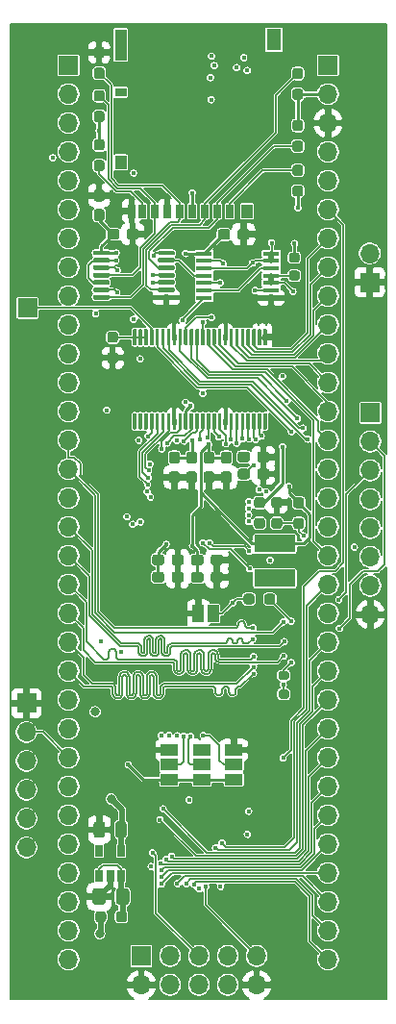
<source format=gbl>
G04 #@! TF.GenerationSoftware,KiCad,Pcbnew,(5.1.12)-1*
G04 #@! TF.CreationDate,2022-05-19T15:12:52-07:00*
G04 #@! TF.ProjectId,vera-module-rev4,76657261-2d6d-46f6-9475-6c652d726576,rev?*
G04 #@! TF.SameCoordinates,Original*
G04 #@! TF.FileFunction,Copper,L4,Bot*
G04 #@! TF.FilePolarity,Positive*
%FSLAX46Y46*%
G04 Gerber Fmt 4.6, Leading zero omitted, Abs format (unit mm)*
G04 Created by KiCad (PCBNEW (5.1.12)-1) date 2022-05-19 15:12:52*
%MOMM*%
%LPD*%
G01*
G04 APERTURE LIST*
G04 #@! TA.AperFunction,ComponentPad*
%ADD10R,1.700000X1.700000*%
G04 #@! TD*
G04 #@! TA.AperFunction,SMDPad,CuDef*
%ADD11R,1.000000X1.500000*%
G04 #@! TD*
G04 #@! TA.AperFunction,ComponentPad*
%ADD12O,1.700000X1.700000*%
G04 #@! TD*
G04 #@! TA.AperFunction,SMDPad,CuDef*
%ADD13R,1.500000X1.000000*%
G04 #@! TD*
G04 #@! TA.AperFunction,SMDPad,CuDef*
%ADD14R,1.300000X1.900000*%
G04 #@! TD*
G04 #@! TA.AperFunction,SMDPad,CuDef*
%ADD15R,1.000000X2.800000*%
G04 #@! TD*
G04 #@! TA.AperFunction,SMDPad,CuDef*
%ADD16R,1.000000X0.800000*%
G04 #@! TD*
G04 #@! TA.AperFunction,SMDPad,CuDef*
%ADD17R,1.000000X1.200000*%
G04 #@! TD*
G04 #@! TA.AperFunction,SMDPad,CuDef*
%ADD18R,0.700000X1.200000*%
G04 #@! TD*
G04 #@! TA.AperFunction,SMDPad,CuDef*
%ADD19R,0.650000X1.060000*%
G04 #@! TD*
G04 #@! TA.AperFunction,SMDPad,CuDef*
%ADD20R,1.450000X0.450000*%
G04 #@! TD*
G04 #@! TA.AperFunction,SMDPad,CuDef*
%ADD21R,3.600000X1.500000*%
G04 #@! TD*
G04 #@! TA.AperFunction,ViaPad*
%ADD22C,0.450000*%
G04 #@! TD*
G04 #@! TA.AperFunction,ViaPad*
%ADD23C,0.800000*%
G04 #@! TD*
G04 #@! TA.AperFunction,Conductor*
%ADD24C,0.500000*%
G04 #@! TD*
G04 #@! TA.AperFunction,Conductor*
%ADD25C,0.250000*%
G04 #@! TD*
G04 #@! TA.AperFunction,Conductor*
%ADD26C,0.127000*%
G04 #@! TD*
G04 #@! TA.AperFunction,Conductor*
%ADD27C,0.100000*%
G04 #@! TD*
G04 APERTURE END LIST*
D10*
X124891800Y-94780100D03*
G04 #@! TA.AperFunction,SMDPad,CuDef*
G36*
G01*
X132635000Y-97845700D02*
X132160000Y-97845700D01*
G75*
G02*
X131922500Y-97608200I0J237500D01*
G01*
X131922500Y-97108200D01*
G75*
G02*
X132160000Y-96870700I237500J0D01*
G01*
X132635000Y-96870700D01*
G75*
G02*
X132872500Y-97108200I0J-237500D01*
G01*
X132872500Y-97608200D01*
G75*
G02*
X132635000Y-97845700I-237500J0D01*
G01*
G37*
G04 #@! TD.AperFunction*
G04 #@! TA.AperFunction,SMDPad,CuDef*
G36*
G01*
X132635000Y-99670700D02*
X132160000Y-99670700D01*
G75*
G02*
X131922500Y-99433200I0J237500D01*
G01*
X131922500Y-98933200D01*
G75*
G02*
X132160000Y-98695700I237500J0D01*
G01*
X132635000Y-98695700D01*
G75*
G02*
X132872500Y-98933200I0J-237500D01*
G01*
X132872500Y-99433200D01*
G75*
G02*
X132635000Y-99670700I-237500J0D01*
G01*
G37*
G04 #@! TD.AperFunction*
G04 #@! TA.AperFunction,SMDPad,CuDef*
G36*
G01*
X143391600Y-88540600D02*
X143391600Y-88065600D01*
G75*
G02*
X143629100Y-87828100I237500J0D01*
G01*
X144229100Y-87828100D01*
G75*
G02*
X144466600Y-88065600I0J-237500D01*
G01*
X144466600Y-88540600D01*
G75*
G02*
X144229100Y-88778100I-237500J0D01*
G01*
X143629100Y-88778100D01*
G75*
G02*
X143391600Y-88540600I0J237500D01*
G01*
G37*
G04 #@! TD.AperFunction*
G04 #@! TA.AperFunction,SMDPad,CuDef*
G36*
G01*
X141666600Y-88540600D02*
X141666600Y-88065600D01*
G75*
G02*
X141904100Y-87828100I237500J0D01*
G01*
X142504100Y-87828100D01*
G75*
G02*
X142741600Y-88065600I0J-237500D01*
G01*
X142741600Y-88540600D01*
G75*
G02*
X142504100Y-88778100I-237500J0D01*
G01*
X141904100Y-88778100D01*
G75*
G02*
X141666600Y-88540600I0J237500D01*
G01*
G37*
G04 #@! TD.AperFunction*
G04 #@! TA.AperFunction,SMDPad,CuDef*
G36*
G01*
X132134400Y-89844900D02*
X132134400Y-90044900D01*
G75*
G02*
X132034400Y-90144900I-100000J0D01*
G01*
X130759400Y-90144900D01*
G75*
G02*
X130659400Y-90044900I0J100000D01*
G01*
X130659400Y-89844900D01*
G75*
G02*
X130759400Y-89744900I100000J0D01*
G01*
X132034400Y-89744900D01*
G75*
G02*
X132134400Y-89844900I0J-100000D01*
G01*
G37*
G04 #@! TD.AperFunction*
G04 #@! TA.AperFunction,SMDPad,CuDef*
G36*
G01*
X132134400Y-90494900D02*
X132134400Y-90694900D01*
G75*
G02*
X132034400Y-90794900I-100000J0D01*
G01*
X130759400Y-90794900D01*
G75*
G02*
X130659400Y-90694900I0J100000D01*
G01*
X130659400Y-90494900D01*
G75*
G02*
X130759400Y-90394900I100000J0D01*
G01*
X132034400Y-90394900D01*
G75*
G02*
X132134400Y-90494900I0J-100000D01*
G01*
G37*
G04 #@! TD.AperFunction*
G04 #@! TA.AperFunction,SMDPad,CuDef*
G36*
G01*
X132134400Y-91144900D02*
X132134400Y-91344900D01*
G75*
G02*
X132034400Y-91444900I-100000J0D01*
G01*
X130759400Y-91444900D01*
G75*
G02*
X130659400Y-91344900I0J100000D01*
G01*
X130659400Y-91144900D01*
G75*
G02*
X130759400Y-91044900I100000J0D01*
G01*
X132034400Y-91044900D01*
G75*
G02*
X132134400Y-91144900I0J-100000D01*
G01*
G37*
G04 #@! TD.AperFunction*
G04 #@! TA.AperFunction,SMDPad,CuDef*
G36*
G01*
X132134400Y-91794900D02*
X132134400Y-91994900D01*
G75*
G02*
X132034400Y-92094900I-100000J0D01*
G01*
X130759400Y-92094900D01*
G75*
G02*
X130659400Y-91994900I0J100000D01*
G01*
X130659400Y-91794900D01*
G75*
G02*
X130759400Y-91694900I100000J0D01*
G01*
X132034400Y-91694900D01*
G75*
G02*
X132134400Y-91794900I0J-100000D01*
G01*
G37*
G04 #@! TD.AperFunction*
G04 #@! TA.AperFunction,SMDPad,CuDef*
G36*
G01*
X132134400Y-92444900D02*
X132134400Y-92644900D01*
G75*
G02*
X132034400Y-92744900I-100000J0D01*
G01*
X130759400Y-92744900D01*
G75*
G02*
X130659400Y-92644900I0J100000D01*
G01*
X130659400Y-92444900D01*
G75*
G02*
X130759400Y-92344900I100000J0D01*
G01*
X132034400Y-92344900D01*
G75*
G02*
X132134400Y-92444900I0J-100000D01*
G01*
G37*
G04 #@! TD.AperFunction*
G04 #@! TA.AperFunction,SMDPad,CuDef*
G36*
G01*
X132134400Y-93094900D02*
X132134400Y-93294900D01*
G75*
G02*
X132034400Y-93394900I-100000J0D01*
G01*
X130759400Y-93394900D01*
G75*
G02*
X130659400Y-93294900I0J100000D01*
G01*
X130659400Y-93094900D01*
G75*
G02*
X130759400Y-92994900I100000J0D01*
G01*
X132034400Y-92994900D01*
G75*
G02*
X132134400Y-93094900I0J-100000D01*
G01*
G37*
G04 #@! TD.AperFunction*
G04 #@! TA.AperFunction,SMDPad,CuDef*
G36*
G01*
X132134400Y-93744900D02*
X132134400Y-93944900D01*
G75*
G02*
X132034400Y-94044900I-100000J0D01*
G01*
X130759400Y-94044900D01*
G75*
G02*
X130659400Y-93944900I0J100000D01*
G01*
X130659400Y-93744900D01*
G75*
G02*
X130759400Y-93644900I100000J0D01*
G01*
X132034400Y-93644900D01*
G75*
G02*
X132134400Y-93744900I0J-100000D01*
G01*
G37*
G04 #@! TD.AperFunction*
G04 #@! TA.AperFunction,SMDPad,CuDef*
G36*
G01*
X137859400Y-93744900D02*
X137859400Y-93944900D01*
G75*
G02*
X137759400Y-94044900I-100000J0D01*
G01*
X136484400Y-94044900D01*
G75*
G02*
X136384400Y-93944900I0J100000D01*
G01*
X136384400Y-93744900D01*
G75*
G02*
X136484400Y-93644900I100000J0D01*
G01*
X137759400Y-93644900D01*
G75*
G02*
X137859400Y-93744900I0J-100000D01*
G01*
G37*
G04 #@! TD.AperFunction*
G04 #@! TA.AperFunction,SMDPad,CuDef*
G36*
G01*
X137859400Y-93094900D02*
X137859400Y-93294900D01*
G75*
G02*
X137759400Y-93394900I-100000J0D01*
G01*
X136484400Y-93394900D01*
G75*
G02*
X136384400Y-93294900I0J100000D01*
G01*
X136384400Y-93094900D01*
G75*
G02*
X136484400Y-92994900I100000J0D01*
G01*
X137759400Y-92994900D01*
G75*
G02*
X137859400Y-93094900I0J-100000D01*
G01*
G37*
G04 #@! TD.AperFunction*
G04 #@! TA.AperFunction,SMDPad,CuDef*
G36*
G01*
X137859400Y-92444900D02*
X137859400Y-92644900D01*
G75*
G02*
X137759400Y-92744900I-100000J0D01*
G01*
X136484400Y-92744900D01*
G75*
G02*
X136384400Y-92644900I0J100000D01*
G01*
X136384400Y-92444900D01*
G75*
G02*
X136484400Y-92344900I100000J0D01*
G01*
X137759400Y-92344900D01*
G75*
G02*
X137859400Y-92444900I0J-100000D01*
G01*
G37*
G04 #@! TD.AperFunction*
G04 #@! TA.AperFunction,SMDPad,CuDef*
G36*
G01*
X137859400Y-91794900D02*
X137859400Y-91994900D01*
G75*
G02*
X137759400Y-92094900I-100000J0D01*
G01*
X136484400Y-92094900D01*
G75*
G02*
X136384400Y-91994900I0J100000D01*
G01*
X136384400Y-91794900D01*
G75*
G02*
X136484400Y-91694900I100000J0D01*
G01*
X137759400Y-91694900D01*
G75*
G02*
X137859400Y-91794900I0J-100000D01*
G01*
G37*
G04 #@! TD.AperFunction*
G04 #@! TA.AperFunction,SMDPad,CuDef*
G36*
G01*
X137859400Y-91144900D02*
X137859400Y-91344900D01*
G75*
G02*
X137759400Y-91444900I-100000J0D01*
G01*
X136484400Y-91444900D01*
G75*
G02*
X136384400Y-91344900I0J100000D01*
G01*
X136384400Y-91144900D01*
G75*
G02*
X136484400Y-91044900I100000J0D01*
G01*
X137759400Y-91044900D01*
G75*
G02*
X137859400Y-91144900I0J-100000D01*
G01*
G37*
G04 #@! TD.AperFunction*
G04 #@! TA.AperFunction,SMDPad,CuDef*
G36*
G01*
X137859400Y-90494900D02*
X137859400Y-90694900D01*
G75*
G02*
X137759400Y-90794900I-100000J0D01*
G01*
X136484400Y-90794900D01*
G75*
G02*
X136384400Y-90694900I0J100000D01*
G01*
X136384400Y-90494900D01*
G75*
G02*
X136484400Y-90394900I100000J0D01*
G01*
X137759400Y-90394900D01*
G75*
G02*
X137859400Y-90494900I0J-100000D01*
G01*
G37*
G04 #@! TD.AperFunction*
G04 #@! TA.AperFunction,SMDPad,CuDef*
G36*
G01*
X137859400Y-89844900D02*
X137859400Y-90044900D01*
G75*
G02*
X137759400Y-90144900I-100000J0D01*
G01*
X136484400Y-90144900D01*
G75*
G02*
X136384400Y-90044900I0J100000D01*
G01*
X136384400Y-89844900D01*
G75*
G02*
X136484400Y-89744900I100000J0D01*
G01*
X137759400Y-89744900D01*
G75*
G02*
X137859400Y-89844900I0J-100000D01*
G01*
G37*
G04 #@! TD.AperFunction*
G04 #@! TA.AperFunction,SMDPad,CuDef*
G36*
G01*
X131441200Y-72775900D02*
X130966200Y-72775900D01*
G75*
G02*
X130728700Y-72538400I0J237500D01*
G01*
X130728700Y-72038400D01*
G75*
G02*
X130966200Y-71800900I237500J0D01*
G01*
X131441200Y-71800900D01*
G75*
G02*
X131678700Y-72038400I0J-237500D01*
G01*
X131678700Y-72538400D01*
G75*
G02*
X131441200Y-72775900I-237500J0D01*
G01*
G37*
G04 #@! TD.AperFunction*
G04 #@! TA.AperFunction,SMDPad,CuDef*
G36*
G01*
X131441200Y-74600900D02*
X130966200Y-74600900D01*
G75*
G02*
X130728700Y-74363400I0J237500D01*
G01*
X130728700Y-73863400D01*
G75*
G02*
X130966200Y-73625900I237500J0D01*
G01*
X131441200Y-73625900D01*
G75*
G02*
X131678700Y-73863400I0J-237500D01*
G01*
X131678700Y-74363400D01*
G75*
G02*
X131441200Y-74600900I-237500J0D01*
G01*
G37*
G04 #@! TD.AperFunction*
G04 #@! TA.AperFunction,SMDPad,CuDef*
G36*
G01*
X148941800Y-83153700D02*
X148466800Y-83153700D01*
G75*
G02*
X148229300Y-82916200I0J237500D01*
G01*
X148229300Y-82416200D01*
G75*
G02*
X148466800Y-82178700I237500J0D01*
G01*
X148941800Y-82178700D01*
G75*
G02*
X149179300Y-82416200I0J-237500D01*
G01*
X149179300Y-82916200D01*
G75*
G02*
X148941800Y-83153700I-237500J0D01*
G01*
G37*
G04 #@! TD.AperFunction*
G04 #@! TA.AperFunction,SMDPad,CuDef*
G36*
G01*
X148941800Y-84978700D02*
X148466800Y-84978700D01*
G75*
G02*
X148229300Y-84741200I0J237500D01*
G01*
X148229300Y-84241200D01*
G75*
G02*
X148466800Y-84003700I237500J0D01*
G01*
X148941800Y-84003700D01*
G75*
G02*
X149179300Y-84241200I0J-237500D01*
G01*
X149179300Y-84741200D01*
G75*
G02*
X148941800Y-84978700I-237500J0D01*
G01*
G37*
G04 #@! TD.AperFunction*
G04 #@! TA.AperFunction,SMDPad,CuDef*
G36*
G01*
X130966200Y-81755800D02*
X131441200Y-81755800D01*
G75*
G02*
X131678700Y-81993300I0J-237500D01*
G01*
X131678700Y-82493300D01*
G75*
G02*
X131441200Y-82730800I-237500J0D01*
G01*
X130966200Y-82730800D01*
G75*
G02*
X130728700Y-82493300I0J237500D01*
G01*
X130728700Y-81993300D01*
G75*
G02*
X130966200Y-81755800I237500J0D01*
G01*
G37*
G04 #@! TD.AperFunction*
G04 #@! TA.AperFunction,SMDPad,CuDef*
G36*
G01*
X130966200Y-79930800D02*
X131441200Y-79930800D01*
G75*
G02*
X131678700Y-80168300I0J-237500D01*
G01*
X131678700Y-80668300D01*
G75*
G02*
X131441200Y-80905800I-237500J0D01*
G01*
X130966200Y-80905800D01*
G75*
G02*
X130728700Y-80668300I0J237500D01*
G01*
X130728700Y-80168300D01*
G75*
G02*
X130966200Y-79930800I237500J0D01*
G01*
G37*
G04 #@! TD.AperFunction*
G04 #@! TA.AperFunction,SMDPad,CuDef*
G36*
G01*
X148466800Y-80054000D02*
X148941800Y-80054000D01*
G75*
G02*
X149179300Y-80291500I0J-237500D01*
G01*
X149179300Y-80791500D01*
G75*
G02*
X148941800Y-81029000I-237500J0D01*
G01*
X148466800Y-81029000D01*
G75*
G02*
X148229300Y-80791500I0J237500D01*
G01*
X148229300Y-80291500D01*
G75*
G02*
X148466800Y-80054000I237500J0D01*
G01*
G37*
G04 #@! TD.AperFunction*
G04 #@! TA.AperFunction,SMDPad,CuDef*
G36*
G01*
X148466800Y-78229000D02*
X148941800Y-78229000D01*
G75*
G02*
X149179300Y-78466500I0J-237500D01*
G01*
X149179300Y-78966500D01*
G75*
G02*
X148941800Y-79204000I-237500J0D01*
G01*
X148466800Y-79204000D01*
G75*
G02*
X148229300Y-78966500I0J237500D01*
G01*
X148229300Y-78466500D01*
G75*
G02*
X148466800Y-78229000I237500J0D01*
G01*
G37*
G04 #@! TD.AperFunction*
G04 #@! TA.AperFunction,SMDPad,CuDef*
G36*
G01*
X148941800Y-74632000D02*
X148466800Y-74632000D01*
G75*
G02*
X148229300Y-74394500I0J237500D01*
G01*
X148229300Y-73894500D01*
G75*
G02*
X148466800Y-73657000I237500J0D01*
G01*
X148941800Y-73657000D01*
G75*
G02*
X149179300Y-73894500I0J-237500D01*
G01*
X149179300Y-74394500D01*
G75*
G02*
X148941800Y-74632000I-237500J0D01*
G01*
G37*
G04 #@! TD.AperFunction*
G04 #@! TA.AperFunction,SMDPad,CuDef*
G36*
G01*
X148941800Y-76457000D02*
X148466800Y-76457000D01*
G75*
G02*
X148229300Y-76219500I0J237500D01*
G01*
X148229300Y-75719500D01*
G75*
G02*
X148466800Y-75482000I237500J0D01*
G01*
X148941800Y-75482000D01*
G75*
G02*
X149179300Y-75719500I0J-237500D01*
G01*
X149179300Y-76219500D01*
G75*
G02*
X148941800Y-76457000I-237500J0D01*
G01*
G37*
G04 #@! TD.AperFunction*
G04 #@! TA.AperFunction,SMDPad,CuDef*
G36*
G01*
X131441200Y-76585900D02*
X130966200Y-76585900D01*
G75*
G02*
X130728700Y-76348400I0J237500D01*
G01*
X130728700Y-75848400D01*
G75*
G02*
X130966200Y-75610900I237500J0D01*
G01*
X131441200Y-75610900D01*
G75*
G02*
X131678700Y-75848400I0J-237500D01*
G01*
X131678700Y-76348400D01*
G75*
G02*
X131441200Y-76585900I-237500J0D01*
G01*
G37*
G04 #@! TD.AperFunction*
G04 #@! TA.AperFunction,SMDPad,CuDef*
G36*
G01*
X131441200Y-78410900D02*
X130966200Y-78410900D01*
G75*
G02*
X130728700Y-78173400I0J237500D01*
G01*
X130728700Y-77673400D01*
G75*
G02*
X130966200Y-77435900I237500J0D01*
G01*
X131441200Y-77435900D01*
G75*
G02*
X131678700Y-77673400I0J-237500D01*
G01*
X131678700Y-78173400D01*
G75*
G02*
X131441200Y-78410900I-237500J0D01*
G01*
G37*
G04 #@! TD.AperFunction*
G04 #@! TA.AperFunction,SMDPad,CuDef*
G36*
G01*
X133638000Y-88527900D02*
X133638000Y-88052900D01*
G75*
G02*
X133875500Y-87815400I237500J0D01*
G01*
X134475500Y-87815400D01*
G75*
G02*
X134713000Y-88052900I0J-237500D01*
G01*
X134713000Y-88527900D01*
G75*
G02*
X134475500Y-88765400I-237500J0D01*
G01*
X133875500Y-88765400D01*
G75*
G02*
X133638000Y-88527900I0J237500D01*
G01*
G37*
G04 #@! TD.AperFunction*
G04 #@! TA.AperFunction,SMDPad,CuDef*
G36*
G01*
X131913000Y-88527900D02*
X131913000Y-88052900D01*
G75*
G02*
X132150500Y-87815400I237500J0D01*
G01*
X132750500Y-87815400D01*
G75*
G02*
X132988000Y-88052900I0J-237500D01*
G01*
X132988000Y-88527900D01*
G75*
G02*
X132750500Y-88765400I-237500J0D01*
G01*
X132150500Y-88765400D01*
G75*
G02*
X131913000Y-88527900I0J237500D01*
G01*
G37*
G04 #@! TD.AperFunction*
G04 #@! TA.AperFunction,SMDPad,CuDef*
G36*
G01*
X131722800Y-140241000D02*
X131722800Y-141191000D01*
G75*
G02*
X131472800Y-141441000I-250000J0D01*
G01*
X130972800Y-141441000D01*
G75*
G02*
X130722800Y-141191000I0J250000D01*
G01*
X130722800Y-140241000D01*
G75*
G02*
X130972800Y-139991000I250000J0D01*
G01*
X131472800Y-139991000D01*
G75*
G02*
X131722800Y-140241000I0J-250000D01*
G01*
G37*
G04 #@! TD.AperFunction*
G04 #@! TA.AperFunction,SMDPad,CuDef*
G36*
G01*
X133622800Y-140241000D02*
X133622800Y-141191000D01*
G75*
G02*
X133372800Y-141441000I-250000J0D01*
G01*
X132872800Y-141441000D01*
G75*
G02*
X132622800Y-141191000I0J250000D01*
G01*
X132622800Y-140241000D01*
G75*
G02*
X132872800Y-139991000I250000J0D01*
G01*
X133372800Y-139991000D01*
G75*
G02*
X133622800Y-140241000I0J-250000D01*
G01*
G37*
G04 #@! TD.AperFunction*
G04 #@! TA.AperFunction,SMDPad,CuDef*
G36*
G01*
X131441200Y-85425400D02*
X130966200Y-85425400D01*
G75*
G02*
X130728700Y-85187900I0J237500D01*
G01*
X130728700Y-84587900D01*
G75*
G02*
X130966200Y-84350400I237500J0D01*
G01*
X131441200Y-84350400D01*
G75*
G02*
X131678700Y-84587900I0J-237500D01*
G01*
X131678700Y-85187900D01*
G75*
G02*
X131441200Y-85425400I-237500J0D01*
G01*
G37*
G04 #@! TD.AperFunction*
G04 #@! TA.AperFunction,SMDPad,CuDef*
G36*
G01*
X131441200Y-87150400D02*
X130966200Y-87150400D01*
G75*
G02*
X130728700Y-86912900I0J237500D01*
G01*
X130728700Y-86312900D01*
G75*
G02*
X130966200Y-86075400I237500J0D01*
G01*
X131441200Y-86075400D01*
G75*
G02*
X131678700Y-86312900I0J-237500D01*
G01*
X131678700Y-86912900D01*
G75*
G02*
X131441200Y-87150400I-237500J0D01*
G01*
G37*
G04 #@! TD.AperFunction*
G04 #@! TA.AperFunction,SMDPad,CuDef*
G36*
G01*
X131830900Y-148162000D02*
X131830900Y-148637000D01*
G75*
G02*
X131593400Y-148874500I-237500J0D01*
G01*
X131093400Y-148874500D01*
G75*
G02*
X130855900Y-148637000I0J237500D01*
G01*
X130855900Y-148162000D01*
G75*
G02*
X131093400Y-147924500I237500J0D01*
G01*
X131593400Y-147924500D01*
G75*
G02*
X131830900Y-148162000I0J-237500D01*
G01*
G37*
G04 #@! TD.AperFunction*
G04 #@! TA.AperFunction,SMDPad,CuDef*
G36*
G01*
X133655900Y-148162000D02*
X133655900Y-148637000D01*
G75*
G02*
X133418400Y-148874500I-237500J0D01*
G01*
X132918400Y-148874500D01*
G75*
G02*
X132680900Y-148637000I0J237500D01*
G01*
X132680900Y-148162000D01*
G75*
G02*
X132918400Y-147924500I237500J0D01*
G01*
X133418400Y-147924500D01*
G75*
G02*
X133655900Y-148162000I0J-237500D01*
G01*
G37*
G04 #@! TD.AperFunction*
G04 #@! TA.AperFunction,SMDPad,CuDef*
G36*
G01*
X131791200Y-146133800D02*
X131791200Y-147083800D01*
G75*
G02*
X131541200Y-147333800I-250000J0D01*
G01*
X130866200Y-147333800D01*
G75*
G02*
X130616200Y-147083800I0J250000D01*
G01*
X130616200Y-146133800D01*
G75*
G02*
X130866200Y-145883800I250000J0D01*
G01*
X131541200Y-145883800D01*
G75*
G02*
X131791200Y-146133800I0J-250000D01*
G01*
G37*
G04 #@! TD.AperFunction*
G04 #@! TA.AperFunction,SMDPad,CuDef*
G36*
G01*
X133866200Y-146133800D02*
X133866200Y-147083800D01*
G75*
G02*
X133616200Y-147333800I-250000J0D01*
G01*
X132941200Y-147333800D01*
G75*
G02*
X132691200Y-147083800I0J250000D01*
G01*
X132691200Y-146133800D01*
G75*
G02*
X132941200Y-145883800I250000J0D01*
G01*
X133616200Y-145883800D01*
G75*
G02*
X133866200Y-146133800I0J-250000D01*
G01*
G37*
G04 #@! TD.AperFunction*
G04 #@! TA.AperFunction,SMDPad,CuDef*
G36*
G01*
X147087600Y-112412600D02*
X146612600Y-112412600D01*
G75*
G02*
X146375100Y-112175100I0J237500D01*
G01*
X146375100Y-111675100D01*
G75*
G02*
X146612600Y-111437600I237500J0D01*
G01*
X147087600Y-111437600D01*
G75*
G02*
X147325100Y-111675100I0J-237500D01*
G01*
X147325100Y-112175100D01*
G75*
G02*
X147087600Y-112412600I-237500J0D01*
G01*
G37*
G04 #@! TD.AperFunction*
G04 #@! TA.AperFunction,SMDPad,CuDef*
G36*
G01*
X147087600Y-114237600D02*
X146612600Y-114237600D01*
G75*
G02*
X146375100Y-114000100I0J237500D01*
G01*
X146375100Y-113500100D01*
G75*
G02*
X146612600Y-113262600I237500J0D01*
G01*
X147087600Y-113262600D01*
G75*
G02*
X147325100Y-113500100I0J-237500D01*
G01*
X147325100Y-114000100D01*
G75*
G02*
X147087600Y-114237600I-237500J0D01*
G01*
G37*
G04 #@! TD.AperFunction*
G04 #@! TA.AperFunction,SMDPad,CuDef*
G36*
G01*
X148543000Y-113279100D02*
X149018000Y-113279100D01*
G75*
G02*
X149255500Y-113516600I0J-237500D01*
G01*
X149255500Y-114016600D01*
G75*
G02*
X149018000Y-114254100I-237500J0D01*
G01*
X148543000Y-114254100D01*
G75*
G02*
X148305500Y-114016600I0J237500D01*
G01*
X148305500Y-113516600D01*
G75*
G02*
X148543000Y-113279100I237500J0D01*
G01*
G37*
G04 #@! TD.AperFunction*
G04 #@! TA.AperFunction,SMDPad,CuDef*
G36*
G01*
X148543000Y-111454100D02*
X149018000Y-111454100D01*
G75*
G02*
X149255500Y-111691600I0J-237500D01*
G01*
X149255500Y-112191600D01*
G75*
G02*
X149018000Y-112429100I-237500J0D01*
G01*
X148543000Y-112429100D01*
G75*
G02*
X148305500Y-112191600I0J237500D01*
G01*
X148305500Y-111691600D01*
G75*
G02*
X148543000Y-111454100I237500J0D01*
G01*
G37*
G04 #@! TD.AperFunction*
G04 #@! TA.AperFunction,SMDPad,CuDef*
G36*
G01*
X145576300Y-112412600D02*
X145101300Y-112412600D01*
G75*
G02*
X144863800Y-112175100I0J237500D01*
G01*
X144863800Y-111675100D01*
G75*
G02*
X145101300Y-111437600I237500J0D01*
G01*
X145576300Y-111437600D01*
G75*
G02*
X145813800Y-111675100I0J-237500D01*
G01*
X145813800Y-112175100D01*
G75*
G02*
X145576300Y-112412600I-237500J0D01*
G01*
G37*
G04 #@! TD.AperFunction*
G04 #@! TA.AperFunction,SMDPad,CuDef*
G36*
G01*
X145576300Y-114237600D02*
X145101300Y-114237600D01*
G75*
G02*
X144863800Y-114000100I0J237500D01*
G01*
X144863800Y-113500100D01*
G75*
G02*
X145101300Y-113262600I237500J0D01*
G01*
X145576300Y-113262600D01*
G75*
G02*
X145813800Y-113500100I0J-237500D01*
G01*
X145813800Y-114000100D01*
G75*
G02*
X145576300Y-114237600I-237500J0D01*
G01*
G37*
G04 #@! TD.AperFunction*
G04 #@! TA.AperFunction,SMDPad,CuDef*
G36*
G01*
X142167600Y-109162900D02*
X142642600Y-109162900D01*
G75*
G02*
X142880100Y-109400400I0J-237500D01*
G01*
X142880100Y-110000400D01*
G75*
G02*
X142642600Y-110237900I-237500J0D01*
G01*
X142167600Y-110237900D01*
G75*
G02*
X141930100Y-110000400I0J237500D01*
G01*
X141930100Y-109400400D01*
G75*
G02*
X142167600Y-109162900I237500J0D01*
G01*
G37*
G04 #@! TD.AperFunction*
G04 #@! TA.AperFunction,SMDPad,CuDef*
G36*
G01*
X142167600Y-107437900D02*
X142642600Y-107437900D01*
G75*
G02*
X142880100Y-107675400I0J-237500D01*
G01*
X142880100Y-108275400D01*
G75*
G02*
X142642600Y-108512900I-237500J0D01*
G01*
X142167600Y-108512900D01*
G75*
G02*
X141930100Y-108275400I0J237500D01*
G01*
X141930100Y-107675400D01*
G75*
G02*
X142167600Y-107437900I237500J0D01*
G01*
G37*
G04 #@! TD.AperFunction*
G04 #@! TA.AperFunction,SMDPad,CuDef*
G36*
G01*
X140643600Y-109164000D02*
X141118600Y-109164000D01*
G75*
G02*
X141356100Y-109401500I0J-237500D01*
G01*
X141356100Y-110001500D01*
G75*
G02*
X141118600Y-110239000I-237500J0D01*
G01*
X140643600Y-110239000D01*
G75*
G02*
X140406100Y-110001500I0J237500D01*
G01*
X140406100Y-109401500D01*
G75*
G02*
X140643600Y-109164000I237500J0D01*
G01*
G37*
G04 #@! TD.AperFunction*
G04 #@! TA.AperFunction,SMDPad,CuDef*
G36*
G01*
X140643600Y-107439000D02*
X141118600Y-107439000D01*
G75*
G02*
X141356100Y-107676500I0J-237500D01*
G01*
X141356100Y-108276500D01*
G75*
G02*
X141118600Y-108514000I-237500J0D01*
G01*
X140643600Y-108514000D01*
G75*
G02*
X140406100Y-108276500I0J237500D01*
G01*
X140406100Y-107676500D01*
G75*
G02*
X140643600Y-107439000I237500J0D01*
G01*
G37*
G04 #@! TD.AperFunction*
G04 #@! TA.AperFunction,SMDPad,CuDef*
G36*
G01*
X137595600Y-109162900D02*
X138070600Y-109162900D01*
G75*
G02*
X138308100Y-109400400I0J-237500D01*
G01*
X138308100Y-110000400D01*
G75*
G02*
X138070600Y-110237900I-237500J0D01*
G01*
X137595600Y-110237900D01*
G75*
G02*
X137358100Y-110000400I0J237500D01*
G01*
X137358100Y-109400400D01*
G75*
G02*
X137595600Y-109162900I237500J0D01*
G01*
G37*
G04 #@! TD.AperFunction*
G04 #@! TA.AperFunction,SMDPad,CuDef*
G36*
G01*
X137595600Y-107437900D02*
X138070600Y-107437900D01*
G75*
G02*
X138308100Y-107675400I0J-237500D01*
G01*
X138308100Y-108275400D01*
G75*
G02*
X138070600Y-108512900I-237500J0D01*
G01*
X137595600Y-108512900D01*
G75*
G02*
X137358100Y-108275400I0J237500D01*
G01*
X137358100Y-107675400D01*
G75*
G02*
X137595600Y-107437900I237500J0D01*
G01*
G37*
G04 #@! TD.AperFunction*
G04 #@! TA.AperFunction,SMDPad,CuDef*
G36*
G01*
X139119600Y-109165100D02*
X139594600Y-109165100D01*
G75*
G02*
X139832100Y-109402600I0J-237500D01*
G01*
X139832100Y-110002600D01*
G75*
G02*
X139594600Y-110240100I-237500J0D01*
G01*
X139119600Y-110240100D01*
G75*
G02*
X138882100Y-110002600I0J237500D01*
G01*
X138882100Y-109402600D01*
G75*
G02*
X139119600Y-109165100I237500J0D01*
G01*
G37*
G04 #@! TD.AperFunction*
G04 #@! TA.AperFunction,SMDPad,CuDef*
G36*
G01*
X139119600Y-107440100D02*
X139594600Y-107440100D01*
G75*
G02*
X139832100Y-107677600I0J-237500D01*
G01*
X139832100Y-108277600D01*
G75*
G02*
X139594600Y-108515100I-237500J0D01*
G01*
X139119600Y-108515100D01*
G75*
G02*
X138882100Y-108277600I0J237500D01*
G01*
X138882100Y-107677600D01*
G75*
G02*
X139119600Y-107440100I237500J0D01*
G01*
G37*
G04 #@! TD.AperFunction*
G04 #@! TA.AperFunction,SMDPad,CuDef*
G36*
G01*
X145129300Y-108149400D02*
X145129300Y-107674400D01*
G75*
G02*
X145366800Y-107436900I237500J0D01*
G01*
X145966800Y-107436900D01*
G75*
G02*
X146204300Y-107674400I0J-237500D01*
G01*
X146204300Y-108149400D01*
G75*
G02*
X145966800Y-108386900I-237500J0D01*
G01*
X145366800Y-108386900D01*
G75*
G02*
X145129300Y-108149400I0J237500D01*
G01*
G37*
G04 #@! TD.AperFunction*
G04 #@! TA.AperFunction,SMDPad,CuDef*
G36*
G01*
X143404300Y-108149400D02*
X143404300Y-107674400D01*
G75*
G02*
X143641800Y-107436900I237500J0D01*
G01*
X144241800Y-107436900D01*
G75*
G02*
X144479300Y-107674400I0J-237500D01*
G01*
X144479300Y-108149400D01*
G75*
G02*
X144241800Y-108386900I-237500J0D01*
G01*
X143641800Y-108386900D01*
G75*
G02*
X143404300Y-108149400I0J237500D01*
G01*
G37*
G04 #@! TD.AperFunction*
G04 #@! TA.AperFunction,SMDPad,CuDef*
G36*
G01*
X145131500Y-109648000D02*
X145131500Y-109173000D01*
G75*
G02*
X145369000Y-108935500I237500J0D01*
G01*
X145969000Y-108935500D01*
G75*
G02*
X146206500Y-109173000I0J-237500D01*
G01*
X146206500Y-109648000D01*
G75*
G02*
X145969000Y-109885500I-237500J0D01*
G01*
X145369000Y-109885500D01*
G75*
G02*
X145131500Y-109648000I0J237500D01*
G01*
G37*
G04 #@! TD.AperFunction*
G04 #@! TA.AperFunction,SMDPad,CuDef*
G36*
G01*
X143406500Y-109648000D02*
X143406500Y-109173000D01*
G75*
G02*
X143644000Y-108935500I237500J0D01*
G01*
X144244000Y-108935500D01*
G75*
G02*
X144481500Y-109173000I0J-237500D01*
G01*
X144481500Y-109648000D01*
G75*
G02*
X144244000Y-109885500I-237500J0D01*
G01*
X143644000Y-109885500D01*
G75*
G02*
X143406500Y-109648000I0J237500D01*
G01*
G37*
G04 #@! TD.AperFunction*
G04 #@! TA.AperFunction,SMDPad,CuDef*
G36*
G01*
X141039900Y-118741200D02*
X141039900Y-118266200D01*
G75*
G02*
X141277400Y-118028700I237500J0D01*
G01*
X141877400Y-118028700D01*
G75*
G02*
X142114900Y-118266200I0J-237500D01*
G01*
X142114900Y-118741200D01*
G75*
G02*
X141877400Y-118978700I-237500J0D01*
G01*
X141277400Y-118978700D01*
G75*
G02*
X141039900Y-118741200I0J237500D01*
G01*
G37*
G04 #@! TD.AperFunction*
G04 #@! TA.AperFunction,SMDPad,CuDef*
G36*
G01*
X139314900Y-118741200D02*
X139314900Y-118266200D01*
G75*
G02*
X139552400Y-118028700I237500J0D01*
G01*
X140152400Y-118028700D01*
G75*
G02*
X140389900Y-118266200I0J-237500D01*
G01*
X140389900Y-118741200D01*
G75*
G02*
X140152400Y-118978700I-237500J0D01*
G01*
X139552400Y-118978700D01*
G75*
G02*
X139314900Y-118741200I0J237500D01*
G01*
G37*
G04 #@! TD.AperFunction*
G04 #@! TA.AperFunction,SMDPad,CuDef*
G36*
G01*
X141041000Y-117217200D02*
X141041000Y-116742200D01*
G75*
G02*
X141278500Y-116504700I237500J0D01*
G01*
X141878500Y-116504700D01*
G75*
G02*
X142116000Y-116742200I0J-237500D01*
G01*
X142116000Y-117217200D01*
G75*
G02*
X141878500Y-117454700I-237500J0D01*
G01*
X141278500Y-117454700D01*
G75*
G02*
X141041000Y-117217200I0J237500D01*
G01*
G37*
G04 #@! TD.AperFunction*
G04 #@! TA.AperFunction,SMDPad,CuDef*
G36*
G01*
X139316000Y-117217200D02*
X139316000Y-116742200D01*
G75*
G02*
X139553500Y-116504700I237500J0D01*
G01*
X140153500Y-116504700D01*
G75*
G02*
X140391000Y-116742200I0J-237500D01*
G01*
X140391000Y-117217200D01*
G75*
G02*
X140153500Y-117454700I-237500J0D01*
G01*
X139553500Y-117454700D01*
G75*
G02*
X139316000Y-117217200I0J237500D01*
G01*
G37*
G04 #@! TD.AperFunction*
G04 #@! TA.AperFunction,SMDPad,CuDef*
G36*
G01*
X137585500Y-118728500D02*
X137585500Y-118253500D01*
G75*
G02*
X137823000Y-118016000I237500J0D01*
G01*
X138423000Y-118016000D01*
G75*
G02*
X138660500Y-118253500I0J-237500D01*
G01*
X138660500Y-118728500D01*
G75*
G02*
X138423000Y-118966000I-237500J0D01*
G01*
X137823000Y-118966000D01*
G75*
G02*
X137585500Y-118728500I0J237500D01*
G01*
G37*
G04 #@! TD.AperFunction*
G04 #@! TA.AperFunction,SMDPad,CuDef*
G36*
G01*
X135860500Y-118728500D02*
X135860500Y-118253500D01*
G75*
G02*
X136098000Y-118016000I237500J0D01*
G01*
X136698000Y-118016000D01*
G75*
G02*
X136935500Y-118253500I0J-237500D01*
G01*
X136935500Y-118728500D01*
G75*
G02*
X136698000Y-118966000I-237500J0D01*
G01*
X136098000Y-118966000D01*
G75*
G02*
X135860500Y-118728500I0J237500D01*
G01*
G37*
G04 #@! TD.AperFunction*
G04 #@! TA.AperFunction,SMDPad,CuDef*
G36*
G01*
X137585500Y-117204500D02*
X137585500Y-116729500D01*
G75*
G02*
X137823000Y-116492000I237500J0D01*
G01*
X138423000Y-116492000D01*
G75*
G02*
X138660500Y-116729500I0J-237500D01*
G01*
X138660500Y-117204500D01*
G75*
G02*
X138423000Y-117442000I-237500J0D01*
G01*
X137823000Y-117442000D01*
G75*
G02*
X137585500Y-117204500I0J237500D01*
G01*
G37*
G04 #@! TD.AperFunction*
G04 #@! TA.AperFunction,SMDPad,CuDef*
G36*
G01*
X135860500Y-117204500D02*
X135860500Y-116729500D01*
G75*
G02*
X136098000Y-116492000I237500J0D01*
G01*
X136698000Y-116492000D01*
G75*
G02*
X136935500Y-116729500I0J-237500D01*
G01*
X136935500Y-117204500D01*
G75*
G02*
X136698000Y-117442000I-237500J0D01*
G01*
X136098000Y-117442000D01*
G75*
G02*
X135860500Y-117204500I0J237500D01*
G01*
G37*
G04 #@! TD.AperFunction*
G04 #@! TA.AperFunction,SMDPad,CuDef*
G36*
G01*
X145740300Y-120658900D02*
X145740300Y-120183900D01*
G75*
G02*
X145977800Y-119946400I237500J0D01*
G01*
X146477800Y-119946400D01*
G75*
G02*
X146715300Y-120183900I0J-237500D01*
G01*
X146715300Y-120658900D01*
G75*
G02*
X146477800Y-120896400I-237500J0D01*
G01*
X145977800Y-120896400D01*
G75*
G02*
X145740300Y-120658900I0J237500D01*
G01*
G37*
G04 #@! TD.AperFunction*
G04 #@! TA.AperFunction,SMDPad,CuDef*
G36*
G01*
X143915300Y-120658900D02*
X143915300Y-120183900D01*
G75*
G02*
X144152800Y-119946400I237500J0D01*
G01*
X144652800Y-119946400D01*
G75*
G02*
X144890300Y-120183900I0J-237500D01*
G01*
X144890300Y-120658900D01*
G75*
G02*
X144652800Y-120896400I-237500J0D01*
G01*
X144152800Y-120896400D01*
G75*
G02*
X143915300Y-120658900I0J237500D01*
G01*
G37*
G04 #@! TD.AperFunction*
D11*
X141249400Y-121691400D03*
X139949400Y-121691400D03*
D12*
X145072100Y-154393900D03*
X145072100Y-151853900D03*
X142532100Y-154393900D03*
X142532100Y-151853900D03*
X139992100Y-154393900D03*
X139992100Y-151853900D03*
X137452100Y-154393900D03*
X137452100Y-151853900D03*
X134912100Y-154393900D03*
D10*
X134912100Y-151853900D03*
D12*
X124802900Y-142290800D03*
X124802900Y-139750800D03*
X124802900Y-137210800D03*
X124802900Y-134670800D03*
X124802900Y-132130800D03*
D10*
X124802900Y-129590800D03*
G04 #@! TA.AperFunction,SMDPad,CuDef*
G36*
G01*
X147184700Y-128402400D02*
X147734700Y-128402400D01*
G75*
G02*
X147934700Y-128602400I0J-200000D01*
G01*
X147934700Y-129002400D01*
G75*
G02*
X147734700Y-129202400I-200000J0D01*
G01*
X147184700Y-129202400D01*
G75*
G02*
X146984700Y-129002400I0J200000D01*
G01*
X146984700Y-128602400D01*
G75*
G02*
X147184700Y-128402400I200000J0D01*
G01*
G37*
G04 #@! TD.AperFunction*
G04 #@! TA.AperFunction,SMDPad,CuDef*
G36*
G01*
X147184700Y-126752400D02*
X147734700Y-126752400D01*
G75*
G02*
X147934700Y-126952400I0J-200000D01*
G01*
X147934700Y-127352400D01*
G75*
G02*
X147734700Y-127552400I-200000J0D01*
G01*
X147184700Y-127552400D01*
G75*
G02*
X146984700Y-127352400I0J200000D01*
G01*
X146984700Y-126952400D01*
G75*
G02*
X147184700Y-126752400I200000J0D01*
G01*
G37*
G04 #@! TD.AperFunction*
D13*
X137388600Y-133713700D03*
X137388600Y-135013700D03*
X137388600Y-136313700D03*
X140233400Y-133713700D03*
X140233400Y-135013700D03*
X140233400Y-136313700D03*
X143078200Y-133718300D03*
X143078200Y-135018300D03*
X143078200Y-136318300D03*
G04 #@! TA.AperFunction,SMDPad,CuDef*
G36*
G01*
X145906000Y-98091600D02*
X145756000Y-98091600D01*
G75*
G02*
X145681000Y-98016600I0J75000D01*
G01*
X145681000Y-96691600D01*
G75*
G02*
X145756000Y-96616600I75000J0D01*
G01*
X145906000Y-96616600D01*
G75*
G02*
X145981000Y-96691600I0J-75000D01*
G01*
X145981000Y-98016600D01*
G75*
G02*
X145906000Y-98091600I-75000J0D01*
G01*
G37*
G04 #@! TD.AperFunction*
G04 #@! TA.AperFunction,SMDPad,CuDef*
G36*
G01*
X145406000Y-98091600D02*
X145256000Y-98091600D01*
G75*
G02*
X145181000Y-98016600I0J75000D01*
G01*
X145181000Y-96691600D01*
G75*
G02*
X145256000Y-96616600I75000J0D01*
G01*
X145406000Y-96616600D01*
G75*
G02*
X145481000Y-96691600I0J-75000D01*
G01*
X145481000Y-98016600D01*
G75*
G02*
X145406000Y-98091600I-75000J0D01*
G01*
G37*
G04 #@! TD.AperFunction*
G04 #@! TA.AperFunction,SMDPad,CuDef*
G36*
G01*
X144906000Y-98091600D02*
X144756000Y-98091600D01*
G75*
G02*
X144681000Y-98016600I0J75000D01*
G01*
X144681000Y-96691600D01*
G75*
G02*
X144756000Y-96616600I75000J0D01*
G01*
X144906000Y-96616600D01*
G75*
G02*
X144981000Y-96691600I0J-75000D01*
G01*
X144981000Y-98016600D01*
G75*
G02*
X144906000Y-98091600I-75000J0D01*
G01*
G37*
G04 #@! TD.AperFunction*
G04 #@! TA.AperFunction,SMDPad,CuDef*
G36*
G01*
X144406000Y-98091600D02*
X144256000Y-98091600D01*
G75*
G02*
X144181000Y-98016600I0J75000D01*
G01*
X144181000Y-96691600D01*
G75*
G02*
X144256000Y-96616600I75000J0D01*
G01*
X144406000Y-96616600D01*
G75*
G02*
X144481000Y-96691600I0J-75000D01*
G01*
X144481000Y-98016600D01*
G75*
G02*
X144406000Y-98091600I-75000J0D01*
G01*
G37*
G04 #@! TD.AperFunction*
G04 #@! TA.AperFunction,SMDPad,CuDef*
G36*
G01*
X143906000Y-98091600D02*
X143756000Y-98091600D01*
G75*
G02*
X143681000Y-98016600I0J75000D01*
G01*
X143681000Y-96691600D01*
G75*
G02*
X143756000Y-96616600I75000J0D01*
G01*
X143906000Y-96616600D01*
G75*
G02*
X143981000Y-96691600I0J-75000D01*
G01*
X143981000Y-98016600D01*
G75*
G02*
X143906000Y-98091600I-75000J0D01*
G01*
G37*
G04 #@! TD.AperFunction*
G04 #@! TA.AperFunction,SMDPad,CuDef*
G36*
G01*
X143406000Y-98091600D02*
X143256000Y-98091600D01*
G75*
G02*
X143181000Y-98016600I0J75000D01*
G01*
X143181000Y-96691600D01*
G75*
G02*
X143256000Y-96616600I75000J0D01*
G01*
X143406000Y-96616600D01*
G75*
G02*
X143481000Y-96691600I0J-75000D01*
G01*
X143481000Y-98016600D01*
G75*
G02*
X143406000Y-98091600I-75000J0D01*
G01*
G37*
G04 #@! TD.AperFunction*
G04 #@! TA.AperFunction,SMDPad,CuDef*
G36*
G01*
X142906000Y-98091600D02*
X142756000Y-98091600D01*
G75*
G02*
X142681000Y-98016600I0J75000D01*
G01*
X142681000Y-96691600D01*
G75*
G02*
X142756000Y-96616600I75000J0D01*
G01*
X142906000Y-96616600D01*
G75*
G02*
X142981000Y-96691600I0J-75000D01*
G01*
X142981000Y-98016600D01*
G75*
G02*
X142906000Y-98091600I-75000J0D01*
G01*
G37*
G04 #@! TD.AperFunction*
G04 #@! TA.AperFunction,SMDPad,CuDef*
G36*
G01*
X142406000Y-98091600D02*
X142256000Y-98091600D01*
G75*
G02*
X142181000Y-98016600I0J75000D01*
G01*
X142181000Y-96691600D01*
G75*
G02*
X142256000Y-96616600I75000J0D01*
G01*
X142406000Y-96616600D01*
G75*
G02*
X142481000Y-96691600I0J-75000D01*
G01*
X142481000Y-98016600D01*
G75*
G02*
X142406000Y-98091600I-75000J0D01*
G01*
G37*
G04 #@! TD.AperFunction*
G04 #@! TA.AperFunction,SMDPad,CuDef*
G36*
G01*
X141906000Y-98091600D02*
X141756000Y-98091600D01*
G75*
G02*
X141681000Y-98016600I0J75000D01*
G01*
X141681000Y-96691600D01*
G75*
G02*
X141756000Y-96616600I75000J0D01*
G01*
X141906000Y-96616600D01*
G75*
G02*
X141981000Y-96691600I0J-75000D01*
G01*
X141981000Y-98016600D01*
G75*
G02*
X141906000Y-98091600I-75000J0D01*
G01*
G37*
G04 #@! TD.AperFunction*
G04 #@! TA.AperFunction,SMDPad,CuDef*
G36*
G01*
X141406000Y-98091600D02*
X141256000Y-98091600D01*
G75*
G02*
X141181000Y-98016600I0J75000D01*
G01*
X141181000Y-96691600D01*
G75*
G02*
X141256000Y-96616600I75000J0D01*
G01*
X141406000Y-96616600D01*
G75*
G02*
X141481000Y-96691600I0J-75000D01*
G01*
X141481000Y-98016600D01*
G75*
G02*
X141406000Y-98091600I-75000J0D01*
G01*
G37*
G04 #@! TD.AperFunction*
G04 #@! TA.AperFunction,SMDPad,CuDef*
G36*
G01*
X140906000Y-98091600D02*
X140756000Y-98091600D01*
G75*
G02*
X140681000Y-98016600I0J75000D01*
G01*
X140681000Y-96691600D01*
G75*
G02*
X140756000Y-96616600I75000J0D01*
G01*
X140906000Y-96616600D01*
G75*
G02*
X140981000Y-96691600I0J-75000D01*
G01*
X140981000Y-98016600D01*
G75*
G02*
X140906000Y-98091600I-75000J0D01*
G01*
G37*
G04 #@! TD.AperFunction*
G04 #@! TA.AperFunction,SMDPad,CuDef*
G36*
G01*
X140406000Y-98091600D02*
X140256000Y-98091600D01*
G75*
G02*
X140181000Y-98016600I0J75000D01*
G01*
X140181000Y-96691600D01*
G75*
G02*
X140256000Y-96616600I75000J0D01*
G01*
X140406000Y-96616600D01*
G75*
G02*
X140481000Y-96691600I0J-75000D01*
G01*
X140481000Y-98016600D01*
G75*
G02*
X140406000Y-98091600I-75000J0D01*
G01*
G37*
G04 #@! TD.AperFunction*
G04 #@! TA.AperFunction,SMDPad,CuDef*
G36*
G01*
X139906000Y-98091600D02*
X139756000Y-98091600D01*
G75*
G02*
X139681000Y-98016600I0J75000D01*
G01*
X139681000Y-96691600D01*
G75*
G02*
X139756000Y-96616600I75000J0D01*
G01*
X139906000Y-96616600D01*
G75*
G02*
X139981000Y-96691600I0J-75000D01*
G01*
X139981000Y-98016600D01*
G75*
G02*
X139906000Y-98091600I-75000J0D01*
G01*
G37*
G04 #@! TD.AperFunction*
G04 #@! TA.AperFunction,SMDPad,CuDef*
G36*
G01*
X139406000Y-98091600D02*
X139256000Y-98091600D01*
G75*
G02*
X139181000Y-98016600I0J75000D01*
G01*
X139181000Y-96691600D01*
G75*
G02*
X139256000Y-96616600I75000J0D01*
G01*
X139406000Y-96616600D01*
G75*
G02*
X139481000Y-96691600I0J-75000D01*
G01*
X139481000Y-98016600D01*
G75*
G02*
X139406000Y-98091600I-75000J0D01*
G01*
G37*
G04 #@! TD.AperFunction*
G04 #@! TA.AperFunction,SMDPad,CuDef*
G36*
G01*
X138906000Y-98091600D02*
X138756000Y-98091600D01*
G75*
G02*
X138681000Y-98016600I0J75000D01*
G01*
X138681000Y-96691600D01*
G75*
G02*
X138756000Y-96616600I75000J0D01*
G01*
X138906000Y-96616600D01*
G75*
G02*
X138981000Y-96691600I0J-75000D01*
G01*
X138981000Y-98016600D01*
G75*
G02*
X138906000Y-98091600I-75000J0D01*
G01*
G37*
G04 #@! TD.AperFunction*
G04 #@! TA.AperFunction,SMDPad,CuDef*
G36*
G01*
X138406000Y-98091600D02*
X138256000Y-98091600D01*
G75*
G02*
X138181000Y-98016600I0J75000D01*
G01*
X138181000Y-96691600D01*
G75*
G02*
X138256000Y-96616600I75000J0D01*
G01*
X138406000Y-96616600D01*
G75*
G02*
X138481000Y-96691600I0J-75000D01*
G01*
X138481000Y-98016600D01*
G75*
G02*
X138406000Y-98091600I-75000J0D01*
G01*
G37*
G04 #@! TD.AperFunction*
G04 #@! TA.AperFunction,SMDPad,CuDef*
G36*
G01*
X137906000Y-98091600D02*
X137756000Y-98091600D01*
G75*
G02*
X137681000Y-98016600I0J75000D01*
G01*
X137681000Y-96691600D01*
G75*
G02*
X137756000Y-96616600I75000J0D01*
G01*
X137906000Y-96616600D01*
G75*
G02*
X137981000Y-96691600I0J-75000D01*
G01*
X137981000Y-98016600D01*
G75*
G02*
X137906000Y-98091600I-75000J0D01*
G01*
G37*
G04 #@! TD.AperFunction*
G04 #@! TA.AperFunction,SMDPad,CuDef*
G36*
G01*
X137406000Y-98091600D02*
X137256000Y-98091600D01*
G75*
G02*
X137181000Y-98016600I0J75000D01*
G01*
X137181000Y-96691600D01*
G75*
G02*
X137256000Y-96616600I75000J0D01*
G01*
X137406000Y-96616600D01*
G75*
G02*
X137481000Y-96691600I0J-75000D01*
G01*
X137481000Y-98016600D01*
G75*
G02*
X137406000Y-98091600I-75000J0D01*
G01*
G37*
G04 #@! TD.AperFunction*
G04 #@! TA.AperFunction,SMDPad,CuDef*
G36*
G01*
X136906000Y-98091600D02*
X136756000Y-98091600D01*
G75*
G02*
X136681000Y-98016600I0J75000D01*
G01*
X136681000Y-96691600D01*
G75*
G02*
X136756000Y-96616600I75000J0D01*
G01*
X136906000Y-96616600D01*
G75*
G02*
X136981000Y-96691600I0J-75000D01*
G01*
X136981000Y-98016600D01*
G75*
G02*
X136906000Y-98091600I-75000J0D01*
G01*
G37*
G04 #@! TD.AperFunction*
G04 #@! TA.AperFunction,SMDPad,CuDef*
G36*
G01*
X136406000Y-98091600D02*
X136256000Y-98091600D01*
G75*
G02*
X136181000Y-98016600I0J75000D01*
G01*
X136181000Y-96691600D01*
G75*
G02*
X136256000Y-96616600I75000J0D01*
G01*
X136406000Y-96616600D01*
G75*
G02*
X136481000Y-96691600I0J-75000D01*
G01*
X136481000Y-98016600D01*
G75*
G02*
X136406000Y-98091600I-75000J0D01*
G01*
G37*
G04 #@! TD.AperFunction*
G04 #@! TA.AperFunction,SMDPad,CuDef*
G36*
G01*
X135906000Y-98091600D02*
X135756000Y-98091600D01*
G75*
G02*
X135681000Y-98016600I0J75000D01*
G01*
X135681000Y-96691600D01*
G75*
G02*
X135756000Y-96616600I75000J0D01*
G01*
X135906000Y-96616600D01*
G75*
G02*
X135981000Y-96691600I0J-75000D01*
G01*
X135981000Y-98016600D01*
G75*
G02*
X135906000Y-98091600I-75000J0D01*
G01*
G37*
G04 #@! TD.AperFunction*
G04 #@! TA.AperFunction,SMDPad,CuDef*
G36*
G01*
X135406000Y-98091600D02*
X135256000Y-98091600D01*
G75*
G02*
X135181000Y-98016600I0J75000D01*
G01*
X135181000Y-96691600D01*
G75*
G02*
X135256000Y-96616600I75000J0D01*
G01*
X135406000Y-96616600D01*
G75*
G02*
X135481000Y-96691600I0J-75000D01*
G01*
X135481000Y-98016600D01*
G75*
G02*
X135406000Y-98091600I-75000J0D01*
G01*
G37*
G04 #@! TD.AperFunction*
G04 #@! TA.AperFunction,SMDPad,CuDef*
G36*
G01*
X134906000Y-98091600D02*
X134756000Y-98091600D01*
G75*
G02*
X134681000Y-98016600I0J75000D01*
G01*
X134681000Y-96691600D01*
G75*
G02*
X134756000Y-96616600I75000J0D01*
G01*
X134906000Y-96616600D01*
G75*
G02*
X134981000Y-96691600I0J-75000D01*
G01*
X134981000Y-98016600D01*
G75*
G02*
X134906000Y-98091600I-75000J0D01*
G01*
G37*
G04 #@! TD.AperFunction*
G04 #@! TA.AperFunction,SMDPad,CuDef*
G36*
G01*
X134406000Y-98091600D02*
X134256000Y-98091600D01*
G75*
G02*
X134181000Y-98016600I0J75000D01*
G01*
X134181000Y-96691600D01*
G75*
G02*
X134256000Y-96616600I75000J0D01*
G01*
X134406000Y-96616600D01*
G75*
G02*
X134481000Y-96691600I0J-75000D01*
G01*
X134481000Y-98016600D01*
G75*
G02*
X134406000Y-98091600I-75000J0D01*
G01*
G37*
G04 #@! TD.AperFunction*
G04 #@! TA.AperFunction,SMDPad,CuDef*
G36*
G01*
X134406000Y-105516600D02*
X134256000Y-105516600D01*
G75*
G02*
X134181000Y-105441600I0J75000D01*
G01*
X134181000Y-104116600D01*
G75*
G02*
X134256000Y-104041600I75000J0D01*
G01*
X134406000Y-104041600D01*
G75*
G02*
X134481000Y-104116600I0J-75000D01*
G01*
X134481000Y-105441600D01*
G75*
G02*
X134406000Y-105516600I-75000J0D01*
G01*
G37*
G04 #@! TD.AperFunction*
G04 #@! TA.AperFunction,SMDPad,CuDef*
G36*
G01*
X134906000Y-105516600D02*
X134756000Y-105516600D01*
G75*
G02*
X134681000Y-105441600I0J75000D01*
G01*
X134681000Y-104116600D01*
G75*
G02*
X134756000Y-104041600I75000J0D01*
G01*
X134906000Y-104041600D01*
G75*
G02*
X134981000Y-104116600I0J-75000D01*
G01*
X134981000Y-105441600D01*
G75*
G02*
X134906000Y-105516600I-75000J0D01*
G01*
G37*
G04 #@! TD.AperFunction*
G04 #@! TA.AperFunction,SMDPad,CuDef*
G36*
G01*
X135406000Y-105516600D02*
X135256000Y-105516600D01*
G75*
G02*
X135181000Y-105441600I0J75000D01*
G01*
X135181000Y-104116600D01*
G75*
G02*
X135256000Y-104041600I75000J0D01*
G01*
X135406000Y-104041600D01*
G75*
G02*
X135481000Y-104116600I0J-75000D01*
G01*
X135481000Y-105441600D01*
G75*
G02*
X135406000Y-105516600I-75000J0D01*
G01*
G37*
G04 #@! TD.AperFunction*
G04 #@! TA.AperFunction,SMDPad,CuDef*
G36*
G01*
X135906000Y-105516600D02*
X135756000Y-105516600D01*
G75*
G02*
X135681000Y-105441600I0J75000D01*
G01*
X135681000Y-104116600D01*
G75*
G02*
X135756000Y-104041600I75000J0D01*
G01*
X135906000Y-104041600D01*
G75*
G02*
X135981000Y-104116600I0J-75000D01*
G01*
X135981000Y-105441600D01*
G75*
G02*
X135906000Y-105516600I-75000J0D01*
G01*
G37*
G04 #@! TD.AperFunction*
G04 #@! TA.AperFunction,SMDPad,CuDef*
G36*
G01*
X136406000Y-105516600D02*
X136256000Y-105516600D01*
G75*
G02*
X136181000Y-105441600I0J75000D01*
G01*
X136181000Y-104116600D01*
G75*
G02*
X136256000Y-104041600I75000J0D01*
G01*
X136406000Y-104041600D01*
G75*
G02*
X136481000Y-104116600I0J-75000D01*
G01*
X136481000Y-105441600D01*
G75*
G02*
X136406000Y-105516600I-75000J0D01*
G01*
G37*
G04 #@! TD.AperFunction*
G04 #@! TA.AperFunction,SMDPad,CuDef*
G36*
G01*
X136906000Y-105516600D02*
X136756000Y-105516600D01*
G75*
G02*
X136681000Y-105441600I0J75000D01*
G01*
X136681000Y-104116600D01*
G75*
G02*
X136756000Y-104041600I75000J0D01*
G01*
X136906000Y-104041600D01*
G75*
G02*
X136981000Y-104116600I0J-75000D01*
G01*
X136981000Y-105441600D01*
G75*
G02*
X136906000Y-105516600I-75000J0D01*
G01*
G37*
G04 #@! TD.AperFunction*
G04 #@! TA.AperFunction,SMDPad,CuDef*
G36*
G01*
X137406000Y-105516600D02*
X137256000Y-105516600D01*
G75*
G02*
X137181000Y-105441600I0J75000D01*
G01*
X137181000Y-104116600D01*
G75*
G02*
X137256000Y-104041600I75000J0D01*
G01*
X137406000Y-104041600D01*
G75*
G02*
X137481000Y-104116600I0J-75000D01*
G01*
X137481000Y-105441600D01*
G75*
G02*
X137406000Y-105516600I-75000J0D01*
G01*
G37*
G04 #@! TD.AperFunction*
G04 #@! TA.AperFunction,SMDPad,CuDef*
G36*
G01*
X137906000Y-105516600D02*
X137756000Y-105516600D01*
G75*
G02*
X137681000Y-105441600I0J75000D01*
G01*
X137681000Y-104116600D01*
G75*
G02*
X137756000Y-104041600I75000J0D01*
G01*
X137906000Y-104041600D01*
G75*
G02*
X137981000Y-104116600I0J-75000D01*
G01*
X137981000Y-105441600D01*
G75*
G02*
X137906000Y-105516600I-75000J0D01*
G01*
G37*
G04 #@! TD.AperFunction*
G04 #@! TA.AperFunction,SMDPad,CuDef*
G36*
G01*
X138406000Y-105516600D02*
X138256000Y-105516600D01*
G75*
G02*
X138181000Y-105441600I0J75000D01*
G01*
X138181000Y-104116600D01*
G75*
G02*
X138256000Y-104041600I75000J0D01*
G01*
X138406000Y-104041600D01*
G75*
G02*
X138481000Y-104116600I0J-75000D01*
G01*
X138481000Y-105441600D01*
G75*
G02*
X138406000Y-105516600I-75000J0D01*
G01*
G37*
G04 #@! TD.AperFunction*
G04 #@! TA.AperFunction,SMDPad,CuDef*
G36*
G01*
X138906000Y-105516600D02*
X138756000Y-105516600D01*
G75*
G02*
X138681000Y-105441600I0J75000D01*
G01*
X138681000Y-104116600D01*
G75*
G02*
X138756000Y-104041600I75000J0D01*
G01*
X138906000Y-104041600D01*
G75*
G02*
X138981000Y-104116600I0J-75000D01*
G01*
X138981000Y-105441600D01*
G75*
G02*
X138906000Y-105516600I-75000J0D01*
G01*
G37*
G04 #@! TD.AperFunction*
G04 #@! TA.AperFunction,SMDPad,CuDef*
G36*
G01*
X139406000Y-105516600D02*
X139256000Y-105516600D01*
G75*
G02*
X139181000Y-105441600I0J75000D01*
G01*
X139181000Y-104116600D01*
G75*
G02*
X139256000Y-104041600I75000J0D01*
G01*
X139406000Y-104041600D01*
G75*
G02*
X139481000Y-104116600I0J-75000D01*
G01*
X139481000Y-105441600D01*
G75*
G02*
X139406000Y-105516600I-75000J0D01*
G01*
G37*
G04 #@! TD.AperFunction*
G04 #@! TA.AperFunction,SMDPad,CuDef*
G36*
G01*
X139906000Y-105516600D02*
X139756000Y-105516600D01*
G75*
G02*
X139681000Y-105441600I0J75000D01*
G01*
X139681000Y-104116600D01*
G75*
G02*
X139756000Y-104041600I75000J0D01*
G01*
X139906000Y-104041600D01*
G75*
G02*
X139981000Y-104116600I0J-75000D01*
G01*
X139981000Y-105441600D01*
G75*
G02*
X139906000Y-105516600I-75000J0D01*
G01*
G37*
G04 #@! TD.AperFunction*
G04 #@! TA.AperFunction,SMDPad,CuDef*
G36*
G01*
X140406000Y-105516600D02*
X140256000Y-105516600D01*
G75*
G02*
X140181000Y-105441600I0J75000D01*
G01*
X140181000Y-104116600D01*
G75*
G02*
X140256000Y-104041600I75000J0D01*
G01*
X140406000Y-104041600D01*
G75*
G02*
X140481000Y-104116600I0J-75000D01*
G01*
X140481000Y-105441600D01*
G75*
G02*
X140406000Y-105516600I-75000J0D01*
G01*
G37*
G04 #@! TD.AperFunction*
G04 #@! TA.AperFunction,SMDPad,CuDef*
G36*
G01*
X140906000Y-105516600D02*
X140756000Y-105516600D01*
G75*
G02*
X140681000Y-105441600I0J75000D01*
G01*
X140681000Y-104116600D01*
G75*
G02*
X140756000Y-104041600I75000J0D01*
G01*
X140906000Y-104041600D01*
G75*
G02*
X140981000Y-104116600I0J-75000D01*
G01*
X140981000Y-105441600D01*
G75*
G02*
X140906000Y-105516600I-75000J0D01*
G01*
G37*
G04 #@! TD.AperFunction*
G04 #@! TA.AperFunction,SMDPad,CuDef*
G36*
G01*
X141406000Y-105516600D02*
X141256000Y-105516600D01*
G75*
G02*
X141181000Y-105441600I0J75000D01*
G01*
X141181000Y-104116600D01*
G75*
G02*
X141256000Y-104041600I75000J0D01*
G01*
X141406000Y-104041600D01*
G75*
G02*
X141481000Y-104116600I0J-75000D01*
G01*
X141481000Y-105441600D01*
G75*
G02*
X141406000Y-105516600I-75000J0D01*
G01*
G37*
G04 #@! TD.AperFunction*
G04 #@! TA.AperFunction,SMDPad,CuDef*
G36*
G01*
X141906000Y-105516600D02*
X141756000Y-105516600D01*
G75*
G02*
X141681000Y-105441600I0J75000D01*
G01*
X141681000Y-104116600D01*
G75*
G02*
X141756000Y-104041600I75000J0D01*
G01*
X141906000Y-104041600D01*
G75*
G02*
X141981000Y-104116600I0J-75000D01*
G01*
X141981000Y-105441600D01*
G75*
G02*
X141906000Y-105516600I-75000J0D01*
G01*
G37*
G04 #@! TD.AperFunction*
G04 #@! TA.AperFunction,SMDPad,CuDef*
G36*
G01*
X142406000Y-105516600D02*
X142256000Y-105516600D01*
G75*
G02*
X142181000Y-105441600I0J75000D01*
G01*
X142181000Y-104116600D01*
G75*
G02*
X142256000Y-104041600I75000J0D01*
G01*
X142406000Y-104041600D01*
G75*
G02*
X142481000Y-104116600I0J-75000D01*
G01*
X142481000Y-105441600D01*
G75*
G02*
X142406000Y-105516600I-75000J0D01*
G01*
G37*
G04 #@! TD.AperFunction*
G04 #@! TA.AperFunction,SMDPad,CuDef*
G36*
G01*
X142906000Y-105516600D02*
X142756000Y-105516600D01*
G75*
G02*
X142681000Y-105441600I0J75000D01*
G01*
X142681000Y-104116600D01*
G75*
G02*
X142756000Y-104041600I75000J0D01*
G01*
X142906000Y-104041600D01*
G75*
G02*
X142981000Y-104116600I0J-75000D01*
G01*
X142981000Y-105441600D01*
G75*
G02*
X142906000Y-105516600I-75000J0D01*
G01*
G37*
G04 #@! TD.AperFunction*
G04 #@! TA.AperFunction,SMDPad,CuDef*
G36*
G01*
X143406000Y-105516600D02*
X143256000Y-105516600D01*
G75*
G02*
X143181000Y-105441600I0J75000D01*
G01*
X143181000Y-104116600D01*
G75*
G02*
X143256000Y-104041600I75000J0D01*
G01*
X143406000Y-104041600D01*
G75*
G02*
X143481000Y-104116600I0J-75000D01*
G01*
X143481000Y-105441600D01*
G75*
G02*
X143406000Y-105516600I-75000J0D01*
G01*
G37*
G04 #@! TD.AperFunction*
G04 #@! TA.AperFunction,SMDPad,CuDef*
G36*
G01*
X143906000Y-105516600D02*
X143756000Y-105516600D01*
G75*
G02*
X143681000Y-105441600I0J75000D01*
G01*
X143681000Y-104116600D01*
G75*
G02*
X143756000Y-104041600I75000J0D01*
G01*
X143906000Y-104041600D01*
G75*
G02*
X143981000Y-104116600I0J-75000D01*
G01*
X143981000Y-105441600D01*
G75*
G02*
X143906000Y-105516600I-75000J0D01*
G01*
G37*
G04 #@! TD.AperFunction*
G04 #@! TA.AperFunction,SMDPad,CuDef*
G36*
G01*
X144406000Y-105516600D02*
X144256000Y-105516600D01*
G75*
G02*
X144181000Y-105441600I0J75000D01*
G01*
X144181000Y-104116600D01*
G75*
G02*
X144256000Y-104041600I75000J0D01*
G01*
X144406000Y-104041600D01*
G75*
G02*
X144481000Y-104116600I0J-75000D01*
G01*
X144481000Y-105441600D01*
G75*
G02*
X144406000Y-105516600I-75000J0D01*
G01*
G37*
G04 #@! TD.AperFunction*
G04 #@! TA.AperFunction,SMDPad,CuDef*
G36*
G01*
X144906000Y-105516600D02*
X144756000Y-105516600D01*
G75*
G02*
X144681000Y-105441600I0J75000D01*
G01*
X144681000Y-104116600D01*
G75*
G02*
X144756000Y-104041600I75000J0D01*
G01*
X144906000Y-104041600D01*
G75*
G02*
X144981000Y-104116600I0J-75000D01*
G01*
X144981000Y-105441600D01*
G75*
G02*
X144906000Y-105516600I-75000J0D01*
G01*
G37*
G04 #@! TD.AperFunction*
G04 #@! TA.AperFunction,SMDPad,CuDef*
G36*
G01*
X145406000Y-105516600D02*
X145256000Y-105516600D01*
G75*
G02*
X145181000Y-105441600I0J75000D01*
G01*
X145181000Y-104116600D01*
G75*
G02*
X145256000Y-104041600I75000J0D01*
G01*
X145406000Y-104041600D01*
G75*
G02*
X145481000Y-104116600I0J-75000D01*
G01*
X145481000Y-105441600D01*
G75*
G02*
X145406000Y-105516600I-75000J0D01*
G01*
G37*
G04 #@! TD.AperFunction*
G04 #@! TA.AperFunction,SMDPad,CuDef*
G36*
G01*
X145906000Y-105516600D02*
X145756000Y-105516600D01*
G75*
G02*
X145681000Y-105441600I0J75000D01*
G01*
X145681000Y-104116600D01*
G75*
G02*
X145756000Y-104041600I75000J0D01*
G01*
X145906000Y-104041600D01*
G75*
G02*
X145981000Y-104116600I0J-75000D01*
G01*
X145981000Y-105441600D01*
G75*
G02*
X145906000Y-105516600I-75000J0D01*
G01*
G37*
G04 #@! TD.AperFunction*
D14*
X146603600Y-71161800D03*
D15*
X133103600Y-71611800D03*
D16*
X133103600Y-75761800D03*
D17*
X133103600Y-81961800D03*
X144253600Y-86261800D03*
D18*
X136103600Y-86261800D03*
X137203600Y-86261800D03*
X138303600Y-86261800D03*
X139403600Y-86261800D03*
X140503600Y-86261800D03*
X141603600Y-86261800D03*
X142703600Y-86261800D03*
X135003600Y-86261800D03*
X134053600Y-86261800D03*
D12*
X151367300Y-152158700D03*
X151367300Y-149618700D03*
X151367300Y-147078700D03*
X151367300Y-144538700D03*
X151367300Y-141998700D03*
X151367300Y-139458700D03*
X151367300Y-136918700D03*
X151367300Y-134378700D03*
X151367300Y-131838700D03*
X151367300Y-129298700D03*
X151367300Y-126758700D03*
X151367300Y-124218700D03*
X151367300Y-121678700D03*
X151367300Y-119138700D03*
X151367300Y-116598700D03*
X151367300Y-114058700D03*
X151367300Y-111518700D03*
X151367300Y-108978700D03*
X151367300Y-106438700D03*
X151367300Y-103898700D03*
X151367300Y-101358700D03*
X151367300Y-98818700D03*
X151367300Y-96278700D03*
X151367300Y-93738700D03*
X151367300Y-91198700D03*
X151367300Y-88658700D03*
X151367300Y-86118700D03*
X151367300Y-83578700D03*
X151367300Y-81038700D03*
X151367300Y-78498700D03*
X151367300Y-75958700D03*
D10*
X151367300Y-73418700D03*
D12*
X128507300Y-152158700D03*
X128507300Y-149618700D03*
X128507300Y-147078700D03*
X128507300Y-144538700D03*
X128507300Y-141998700D03*
X128507300Y-139458700D03*
X128507300Y-136918700D03*
X128507300Y-134378700D03*
X128507300Y-131838700D03*
X128507300Y-129298700D03*
X128507300Y-126758700D03*
X128507300Y-124218700D03*
X128507300Y-121678700D03*
X128507300Y-119138700D03*
X128507300Y-116598700D03*
X128507300Y-114058700D03*
X128507300Y-111518700D03*
X128507300Y-108978700D03*
X128507300Y-106438700D03*
X128507300Y-103898700D03*
X128507300Y-101358700D03*
X128507300Y-98818700D03*
X128507300Y-96278700D03*
X128507300Y-93738700D03*
X128507300Y-91198700D03*
X128507300Y-88658700D03*
X128507300Y-86118700D03*
X128507300Y-83578700D03*
X128507300Y-81038700D03*
X128507300Y-78498700D03*
X128507300Y-75958700D03*
D10*
X128507300Y-73418700D03*
D12*
X155041600Y-89992200D03*
D10*
X155041600Y-92532200D03*
D19*
X133118900Y-142567300D03*
X131218900Y-142567300D03*
X131218900Y-144767300D03*
X132168900Y-144767300D03*
X133118900Y-144767300D03*
D20*
X140458400Y-89985300D03*
X140458400Y-90635300D03*
X140458400Y-91285300D03*
X140458400Y-91935300D03*
X140458400Y-92585300D03*
X140458400Y-93235300D03*
X140458400Y-93885300D03*
X146358400Y-93885300D03*
X146358400Y-93235300D03*
X146358400Y-92585300D03*
X146358400Y-91935300D03*
X146358400Y-91285300D03*
X146358400Y-90635300D03*
X146358400Y-89985300D03*
G04 #@! TA.AperFunction,SMDPad,CuDef*
G36*
G01*
X148143250Y-91497800D02*
X148655750Y-91497800D01*
G75*
G02*
X148874500Y-91716550I0J-218750D01*
G01*
X148874500Y-92154050D01*
G75*
G02*
X148655750Y-92372800I-218750J0D01*
G01*
X148143250Y-92372800D01*
G75*
G02*
X147924500Y-92154050I0J218750D01*
G01*
X147924500Y-91716550D01*
G75*
G02*
X148143250Y-91497800I218750J0D01*
G01*
G37*
G04 #@! TD.AperFunction*
G04 #@! TA.AperFunction,SMDPad,CuDef*
G36*
G01*
X148143250Y-89922800D02*
X148655750Y-89922800D01*
G75*
G02*
X148874500Y-90141550I0J-218750D01*
G01*
X148874500Y-90579050D01*
G75*
G02*
X148655750Y-90797800I-218750J0D01*
G01*
X148143250Y-90797800D01*
G75*
G02*
X147924500Y-90579050I0J218750D01*
G01*
X147924500Y-90141550D01*
G75*
G02*
X148143250Y-89922800I218750J0D01*
G01*
G37*
G04 #@! TD.AperFunction*
D21*
X146685000Y-115544600D03*
X146685000Y-118594600D03*
D12*
X155092400Y-121793000D03*
X155092400Y-119253000D03*
X155092400Y-116713000D03*
X155092400Y-114173000D03*
X155092400Y-111633000D03*
X155092400Y-109093000D03*
X155092400Y-106553000D03*
D10*
X155092400Y-104013000D03*
D22*
X140462000Y-133921500D03*
X145402300Y-133692900D03*
X140754100Y-112560100D03*
X138747500Y-112318800D03*
X141706600Y-111391700D03*
X140017500Y-128752600D03*
X141490700Y-127342900D03*
X136855200Y-126390400D03*
X134327900Y-117589300D03*
X131483100Y-126885700D03*
X136499600Y-84709000D03*
X143167100Y-132219700D03*
X149123400Y-101739700D03*
X149618700Y-100520500D03*
X142798800Y-92595700D03*
X133934200Y-92773500D03*
X147269200Y-106057700D03*
X144043400Y-102844600D03*
X137274300Y-137642600D03*
X136537700Y-114985800D03*
X155790900Y-110248700D03*
X155727400Y-115506500D03*
X148450300Y-103644700D03*
D23*
X130848100Y-130340100D03*
D22*
X137121900Y-115582700D03*
X139420600Y-106413300D03*
X143881900Y-107911900D03*
D23*
X132270500Y-138023600D03*
D22*
X148704300Y-85966300D03*
X131203700Y-79171800D03*
X139395200Y-84658200D03*
X132715000Y-89928698D03*
X148412200Y-89115900D03*
X138811000Y-89992200D03*
X134696200Y-106438700D03*
X134226300Y-95783400D03*
X131864100Y-103784400D03*
X147358100Y-100799900D03*
X139268200Y-103416100D03*
X138811000Y-103098600D03*
X146265900Y-117005100D03*
X144246600Y-73875900D03*
X141071600Y-76441300D03*
X140995400Y-74498200D03*
X144786159Y-108613002D03*
X139433300Y-115735100D03*
X140853717Y-106794520D03*
X147916900Y-110502700D03*
X144259300Y-141135100D03*
X135792000Y-143967200D03*
X140004800Y-145935700D03*
X139128500Y-138112500D03*
D23*
X131254500Y-149885400D03*
D22*
X147370800Y-107010200D03*
X145338800Y-113750100D03*
X149567900Y-106337100D03*
X149161500Y-105371900D03*
X148666200Y-104521000D03*
X144367446Y-112424202D03*
X148272500Y-93345000D03*
X153682700Y-115849400D03*
X132765800Y-93429400D03*
X130896650Y-95298550D03*
X144367083Y-113011460D03*
X135953500Y-92544900D03*
X134810500Y-99275900D03*
X145922998Y-110972602D03*
X144371208Y-113591738D03*
X144411700Y-111848900D03*
X132791200Y-91479400D03*
X140347700Y-102311200D03*
X145299716Y-110781854D03*
X140911838Y-115467366D03*
X144440900Y-116217700D03*
X152311100Y-120472200D03*
X135505538Y-106079638D03*
X140335000Y-115481100D03*
X144453600Y-117741700D03*
X135928100Y-91897200D03*
X136013443Y-90157300D03*
X132676900Y-90601800D03*
X144716500Y-90817700D03*
X152374600Y-122999500D03*
X146392900Y-89052400D03*
X146685000Y-118594600D03*
X149186900Y-114858800D03*
X147421600Y-127965200D03*
X135727104Y-111448460D03*
X143954500Y-72745600D03*
X135420100Y-110959900D03*
X143314001Y-73621900D03*
X135534400Y-109753400D03*
X135559800Y-109105700D03*
X136715500Y-107200700D03*
X141097000Y-72618600D03*
X135683200Y-108534779D03*
X133134100Y-125082300D03*
X133654800Y-113169700D03*
X141336597Y-73445803D03*
X138023600Y-106460500D03*
X140119100Y-106324400D03*
X141748798Y-106139335D03*
X142354300Y-106743500D03*
X142824200Y-106400600D03*
X143319500Y-106705400D03*
X143824846Y-106298877D03*
X144401233Y-106325734D03*
X144977933Y-106344711D03*
X145478500Y-106057700D03*
X144945100Y-93256100D03*
X141846300Y-92570300D03*
X142125700Y-90868500D03*
X138557000Y-95872300D03*
X138684000Y-106502200D03*
X135470900Y-110337600D03*
X148129210Y-105676700D03*
X141452600Y-142345131D03*
X147739100Y-102933500D03*
X140717830Y-106233737D03*
X137210800Y-106667300D03*
X144793110Y-126979953D03*
X144790254Y-126389477D03*
X147447000Y-125450600D03*
X144805400Y-125501400D03*
X147510500Y-124167900D03*
X144729200Y-123942890D03*
X147421600Y-122428000D03*
X144754600Y-122948700D03*
X134835900Y-113626900D03*
X138092165Y-132458315D03*
X134162800Y-113842800D03*
X137350500Y-132397500D03*
X139547600Y-145542000D03*
X138861800Y-145465800D03*
X138087100Y-145478500D03*
X136677400Y-145516600D03*
X136703489Y-144902905D03*
X136735992Y-144282796D03*
X136632717Y-143715111D03*
X137094230Y-143361171D03*
X137592475Y-143070168D03*
X136563100Y-139852400D03*
X136842500Y-138899900D03*
X142024100Y-141897100D03*
X147408900Y-134404100D03*
X144373600Y-139103100D03*
X141897100Y-145741600D03*
X135904426Y-142758974D03*
X140576300Y-145757900D03*
X133769100Y-135013700D03*
X148112501Y-122359399D03*
X148112501Y-126014501D03*
X140373100Y-132448300D03*
X139268200Y-132511800D03*
X138667687Y-132499753D03*
X142984601Y-120751600D03*
X131394200Y-124180600D03*
X136664700Y-132422900D03*
X134239000Y-82905600D03*
X127114300Y-81546700D03*
X141084300Y-95618300D03*
X140322300Y-96046510D03*
D24*
X132168900Y-145643600D02*
X132168900Y-144767300D01*
X131203700Y-146608800D02*
X132168900Y-145643600D01*
D25*
X145331000Y-97354100D02*
X145831000Y-97354100D01*
X137121900Y-115582700D02*
X136423400Y-116281200D01*
X136423400Y-116941600D02*
X136398000Y-116967000D01*
X136423400Y-116281200D02*
X136423400Y-116941600D01*
X136398000Y-116967000D02*
X136398000Y-118491000D01*
X139420600Y-107914100D02*
X139357100Y-107977600D01*
X139420600Y-106413300D02*
X139420600Y-107914100D01*
X137835300Y-107977600D02*
X137833100Y-107975400D01*
X139357100Y-107977600D02*
X137835300Y-107977600D01*
D24*
X133118900Y-140807400D02*
X133210300Y-140716000D01*
X133118900Y-142567300D02*
X133118900Y-140807400D01*
X133210300Y-138963400D02*
X132270500Y-138023600D01*
X133210300Y-140716000D02*
X133210300Y-138963400D01*
D25*
X148704300Y-78716500D02*
X148704300Y-75969500D01*
X151356500Y-75969500D02*
X151367300Y-75958700D01*
X148704300Y-75969500D02*
X151356500Y-75969500D01*
X148704300Y-84491200D02*
X148704300Y-85966300D01*
X131203700Y-77923400D02*
X131203700Y-79171800D01*
X131203700Y-79171800D02*
X131203700Y-80418300D01*
X139403600Y-86261800D02*
X139403600Y-84666600D01*
X139403600Y-84666600D02*
X139395200Y-84658200D01*
X131203700Y-87043600D02*
X132450500Y-88290400D01*
X131203700Y-86612900D02*
X131203700Y-87043600D01*
X131396900Y-89944900D02*
X132698798Y-89944900D01*
X132698798Y-89944900D02*
X132715000Y-89928698D01*
X131396900Y-89344000D02*
X132450500Y-88290400D01*
X131396900Y-89944900D02*
X131396900Y-89344000D01*
X148399500Y-90360300D02*
X148399500Y-89128600D01*
X148399500Y-89128600D02*
X148412200Y-89115900D01*
X142140600Y-88303100D02*
X140458400Y-89985300D01*
X142204100Y-88303100D02*
X142140600Y-88303100D01*
X140458400Y-89985300D02*
X138817900Y-89985300D01*
X138817900Y-89985300D02*
X138811000Y-89992200D01*
X138831000Y-104779100D02*
X138831000Y-103853300D01*
X138831000Y-103853300D02*
X139268200Y-103416100D01*
D26*
X143944000Y-109410500D02*
X144741498Y-108613002D01*
X144741498Y-108613002D02*
X144786159Y-108613002D01*
D25*
X139853500Y-118502600D02*
X139852400Y-118503700D01*
X139853500Y-116979700D02*
X139853500Y-118502600D01*
X139852400Y-116978600D02*
X139853500Y-116979700D01*
X139852400Y-116154200D02*
X139852400Y-116978600D01*
X139433300Y-115735100D02*
X139852400Y-116154200D01*
X140882200Y-107975400D02*
X140881100Y-107976500D01*
X142405100Y-107975400D02*
X140882200Y-107975400D01*
X144635000Y-115544600D02*
X141608110Y-112517710D01*
X146685000Y-115544600D02*
X144635000Y-115544600D01*
X140881100Y-107976500D02*
X140881100Y-106821903D01*
X140881100Y-106821903D02*
X140853717Y-106794520D01*
X146240500Y-115989100D02*
X146685000Y-115544600D01*
X139433300Y-115735100D02*
X139687300Y-115989100D01*
X140154090Y-107494147D02*
X140853717Y-106794520D01*
X139433300Y-113017300D02*
X140154090Y-112296510D01*
X139433300Y-115735100D02*
X139433300Y-113017300D01*
X141608110Y-112505930D02*
X140154090Y-111051910D01*
X141608110Y-112517710D02*
X141608110Y-112505930D01*
X140154090Y-111051910D02*
X140154090Y-107494147D01*
X140154090Y-112296510D02*
X140154090Y-111051910D01*
X147916900Y-110502700D02*
X147916900Y-111078000D01*
X147916900Y-111078000D02*
X148780500Y-111941600D01*
X140157200Y-111048800D02*
X140154090Y-111051910D01*
X148780500Y-111941600D02*
X149773089Y-112934189D01*
X149773089Y-114978573D02*
X149207062Y-115544600D01*
X149773089Y-112934189D02*
X149773089Y-114978573D01*
X149207062Y-115544600D02*
X146685000Y-115544600D01*
D24*
X131343400Y-149796500D02*
X131254500Y-149885400D01*
X131343400Y-148399500D02*
X131343400Y-149796500D01*
D25*
X147370800Y-110224626D02*
X147370800Y-107010200D01*
X145670326Y-111925100D02*
X147370800Y-110224626D01*
X145338800Y-111925100D02*
X145670326Y-111925100D01*
D24*
X133118900Y-146449000D02*
X133278700Y-146608800D01*
X133118900Y-144767300D02*
X133118900Y-146449000D01*
X133278700Y-148289200D02*
X133168400Y-148399500D01*
X133278700Y-146608800D02*
X133278700Y-148289200D01*
D26*
X131218900Y-144183698D02*
X131218900Y-144767300D01*
X133118900Y-144767300D02*
X133118900Y-144183698D01*
X133118900Y-144183698D02*
X132795501Y-143860299D01*
X132795501Y-143860299D02*
X131542299Y-143860299D01*
X131542299Y-143860299D02*
X131218900Y-144183698D01*
X149381025Y-106337100D02*
X149567900Y-106337100D01*
X144567735Y-101523810D02*
X149381025Y-106337100D01*
X140001185Y-101523810D02*
X144567735Y-101523810D01*
X136831000Y-98353625D02*
X140001185Y-101523810D01*
X136831000Y-97354100D02*
X136831000Y-98353625D01*
X140106399Y-101269799D02*
X144741201Y-101269799D01*
X148843302Y-105371900D02*
X149161500Y-105371900D01*
X144741201Y-101269799D02*
X148843302Y-105371900D01*
X137331000Y-98494400D02*
X140106399Y-101269799D01*
X137331000Y-97354100D02*
X137331000Y-98494400D01*
X147221999Y-103076799D02*
X148666200Y-104521000D01*
X145122931Y-100977731D02*
X147221999Y-103076799D01*
X140728669Y-100977731D02*
X145122931Y-100977731D01*
X138331000Y-98580062D02*
X140728669Y-100977731D01*
X138331000Y-97354100D02*
X138331000Y-98580062D01*
X150088600Y-115320000D02*
X151367300Y-116598700D01*
X145877553Y-100469709D02*
X150088600Y-104680756D01*
X140939097Y-100469709D02*
X145877553Y-100469709D01*
X150088600Y-104680756D02*
X150088600Y-115320000D01*
X139831000Y-99361612D02*
X140939097Y-100469709D01*
X139831000Y-97354100D02*
X139831000Y-99361612D01*
X150517301Y-105588701D02*
X151367300Y-106438700D01*
X150517301Y-104750232D02*
X150517301Y-105588701D01*
X142955098Y-100215698D02*
X145982767Y-100215698D01*
X140831000Y-98091600D02*
X142955098Y-100215698D01*
X145982767Y-100215698D02*
X150517301Y-104750232D01*
X140831000Y-97354100D02*
X140831000Y-98091600D01*
X151367300Y-103132700D02*
X151367300Y-103898700D01*
X148196289Y-99961689D02*
X151367300Y-103132700D01*
X143201089Y-99961689D02*
X148196289Y-99961689D01*
X141331000Y-98091600D02*
X143201089Y-99961689D01*
X141331000Y-97354100D02*
X141331000Y-98091600D01*
X141831000Y-98091600D02*
X143447078Y-99707678D01*
X143447078Y-99707678D02*
X149716278Y-99707678D01*
X141831000Y-97354100D02*
X141831000Y-98091600D01*
X149716278Y-99707678D02*
X151367300Y-101358700D01*
X144193067Y-99453667D02*
X150732333Y-99453667D01*
X150732333Y-99453667D02*
X151367300Y-98818700D01*
X142831000Y-98091600D02*
X144193067Y-99453667D01*
X142831000Y-97354100D02*
X142831000Y-98091600D01*
X144439056Y-99199656D02*
X148446344Y-99199656D01*
X143331000Y-97354100D02*
X143331000Y-98091600D01*
X148446344Y-99199656D02*
X151367300Y-96278700D01*
X143331000Y-98091600D02*
X144439056Y-99199656D01*
X150075900Y-97210876D02*
X150075900Y-95030100D01*
X150075900Y-95030100D02*
X151367300Y-93738700D01*
X148341131Y-98945645D02*
X150075900Y-97210876D01*
X144685045Y-98945645D02*
X148341131Y-98945645D01*
X143831000Y-98091600D02*
X144685045Y-98945645D01*
X143831000Y-97354100D02*
X143831000Y-98091600D01*
X144331000Y-98091600D02*
X144931034Y-98691634D01*
X149821889Y-97105663D02*
X149821890Y-92744110D01*
X144331000Y-97354100D02*
X144331000Y-98091600D01*
X144931034Y-98691634D02*
X148235918Y-98691634D01*
X148235918Y-98691634D02*
X149821889Y-97105663D01*
X149821890Y-92744110D02*
X151367300Y-91198700D01*
X145177023Y-98437623D02*
X148130705Y-98437623D01*
X144831000Y-97354100D02*
X144831000Y-98091600D01*
X144831000Y-98091600D02*
X145177023Y-98437623D01*
X148130705Y-98437623D02*
X149567879Y-97000449D01*
X149567879Y-97000449D02*
X149567880Y-90458120D01*
X149567880Y-90458120D02*
X151367300Y-88658700D01*
D24*
X146358400Y-91935300D02*
X146358400Y-92585300D01*
D26*
X146358400Y-91935300D02*
X148399500Y-91935300D01*
X147512800Y-92585300D02*
X148272500Y-93345000D01*
X146358400Y-92585300D02*
X147512800Y-92585300D01*
X132531300Y-93194900D02*
X132765800Y-93429400D01*
X131396900Y-93194900D02*
X132531300Y-93194900D01*
X137121900Y-92544900D02*
X135953500Y-92544900D01*
X132556700Y-91244900D02*
X132791200Y-91479400D01*
X131396900Y-91244900D02*
X132556700Y-91244900D01*
X140911838Y-115467366D02*
X141243062Y-115798590D01*
X144021790Y-115798590D02*
X144440900Y-116217700D01*
X141243062Y-115798590D02*
X144021790Y-115798590D01*
X155092400Y-109093000D02*
X152984210Y-111201190D01*
X152984210Y-119799090D02*
X152311100Y-120472200D01*
X152984210Y-111201190D02*
X152984210Y-119799090D01*
X135831000Y-105754176D02*
X135505538Y-106079638D01*
X135831000Y-104779100D02*
X135831000Y-105754176D01*
X137065747Y-91978047D02*
X137126900Y-92039200D01*
X140335000Y-115481100D02*
X140906500Y-116052600D01*
X142764500Y-116052600D02*
X144453600Y-117741700D01*
X140906500Y-116052600D02*
X142764500Y-116052600D01*
X137121900Y-89944900D02*
X136225843Y-89944900D01*
X136225843Y-89944900D02*
X136013443Y-90157300D01*
X135930400Y-91894900D02*
X135928100Y-91897200D01*
X137121900Y-91894900D02*
X135930400Y-91894900D01*
X130251200Y-92136700D02*
X130659400Y-92544900D01*
X130251200Y-91003100D02*
X130251200Y-92136700D01*
X130659400Y-92544900D02*
X131396900Y-92544900D01*
X130659400Y-90594900D02*
X130251200Y-91003100D01*
X131396900Y-90594900D02*
X130659400Y-90594900D01*
X132670000Y-90594900D02*
X132676900Y-90601800D01*
X131396900Y-90594900D02*
X132670000Y-90594900D01*
D24*
X146358400Y-89985300D02*
X146358400Y-90635300D01*
D26*
X144898900Y-90635300D02*
X146358400Y-90635300D01*
X140458400Y-91285300D02*
X144248900Y-91285300D01*
X144716500Y-90817700D02*
X144898900Y-90635300D01*
X144248900Y-91285300D02*
X144716500Y-90817700D01*
X153301700Y-122072400D02*
X152374600Y-122999500D01*
X153301700Y-119138700D02*
X153301700Y-122072400D01*
X154444700Y-117995700D02*
X153301700Y-119138700D01*
X155765500Y-117995700D02*
X154444700Y-117995700D01*
X156375100Y-117386100D02*
X155765500Y-117995700D01*
X156375100Y-107835700D02*
X156375100Y-117386100D01*
X155092400Y-106553000D02*
X156375100Y-107835700D01*
X146392900Y-89950800D02*
X146358400Y-89985300D01*
X146392900Y-89052400D02*
X146392900Y-89950800D01*
X138258000Y-90594900D02*
X139598400Y-91935300D01*
X139598400Y-91935300D02*
X140458400Y-91935300D01*
X137121900Y-90594900D02*
X138258000Y-90594900D01*
X148764000Y-113750100D02*
X148780500Y-113766600D01*
X147875000Y-113750100D02*
X148764000Y-113750100D01*
X146850100Y-113750100D02*
X147875000Y-113750100D01*
X148780500Y-114452400D02*
X149186900Y-114858800D01*
X148780500Y-113766600D02*
X148780500Y-114452400D01*
X147421600Y-128764300D02*
X147459700Y-128802400D01*
X147421600Y-127965200D02*
X147421600Y-128764300D01*
X135013689Y-109232689D02*
X135534400Y-109753400D01*
X135013689Y-107518319D02*
X135013689Y-109232689D01*
X136831000Y-104779100D02*
X136831000Y-105701008D01*
X136831000Y-105701008D02*
X135013689Y-107518319D01*
X135267700Y-108813600D02*
X135559800Y-109105700D01*
X135267700Y-107623533D02*
X135267700Y-108813600D01*
X137331000Y-104779100D02*
X137331000Y-105560233D01*
X137331000Y-105560233D02*
X135267700Y-107623533D01*
X137459469Y-105790989D02*
X136715500Y-106534958D01*
X138331000Y-104779100D02*
X138331000Y-105516600D01*
X138331000Y-105516600D02*
X138056611Y-105790989D01*
X138056611Y-105790989D02*
X137459469Y-105790989D01*
X136715500Y-106534958D02*
X136715500Y-107200700D01*
X140119100Y-105728500D02*
X140119100Y-106324400D01*
X140331000Y-104779100D02*
X140331000Y-105516600D01*
X140331000Y-105516600D02*
X140119100Y-105728500D01*
X141331000Y-104779100D02*
X141331000Y-105721537D01*
X141331000Y-105721537D02*
X141748798Y-106139335D01*
X142354300Y-106039900D02*
X141831000Y-105516600D01*
X142354300Y-106743500D02*
X142354300Y-106039900D01*
X141831000Y-105516600D02*
X141831000Y-104779100D01*
X142831000Y-106393800D02*
X142824200Y-106400600D01*
X142831000Y-104779100D02*
X142831000Y-106393800D01*
X143331000Y-106693900D02*
X143319500Y-106705400D01*
X143331000Y-104779100D02*
X143331000Y-106693900D01*
X143831000Y-106292723D02*
X143824846Y-106298877D01*
X143831000Y-104779100D02*
X143831000Y-106292723D01*
X144331000Y-106255501D02*
X144401233Y-106325734D01*
X144331000Y-104779100D02*
X144331000Y-106255501D01*
X144831000Y-104779100D02*
X144831000Y-106197778D01*
X144831000Y-106197778D02*
X144977933Y-106344711D01*
X145331000Y-104779100D02*
X145331000Y-105910200D01*
X145331000Y-105910200D02*
X145478500Y-106057700D01*
X146337600Y-93256100D02*
X146358400Y-93235300D01*
X144945100Y-93256100D02*
X146337600Y-93256100D01*
X141831300Y-92585300D02*
X141846300Y-92570300D01*
X140458400Y-92585300D02*
X141831300Y-92585300D01*
X140458400Y-90635300D02*
X141892500Y-90635300D01*
X141892500Y-90635300D02*
X142125700Y-90868500D01*
X143480000Y-93235300D02*
X140458400Y-93235300D01*
X145430000Y-91285300D02*
X143480000Y-93235300D01*
X146358400Y-91285300D02*
X145430000Y-91285300D01*
X138557000Y-95786700D02*
X138557000Y-95872300D01*
X140458400Y-93885300D02*
X138557000Y-95786700D01*
X138684000Y-106489500D02*
X138684000Y-106502200D01*
X139433300Y-105740200D02*
X138684000Y-106489500D01*
X139661900Y-105740200D02*
X139433300Y-105740200D01*
X139827000Y-105575100D02*
X139661900Y-105740200D01*
X139827000Y-105346500D02*
X139827000Y-105575100D01*
X139831000Y-105342500D02*
X139827000Y-105346500D01*
X139831000Y-104779100D02*
X139831000Y-105342500D01*
X136331000Y-104779100D02*
X136331000Y-105841783D01*
X136331000Y-105841783D02*
X134759678Y-107413105D01*
X134759678Y-107413105D02*
X134759678Y-109626378D01*
X134759678Y-109626378D02*
X135470900Y-110337600D01*
X139865121Y-101777821D02*
X144230331Y-101777821D01*
X136331000Y-98243700D02*
X139865121Y-101777821D01*
X136331000Y-97354100D02*
X136331000Y-98243700D01*
X144230331Y-101777821D02*
X148129210Y-105676700D01*
X149720290Y-125865710D02*
X151367300Y-124218700D01*
X147967779Y-142506621D02*
X148653441Y-141820959D01*
X141693821Y-142506621D02*
X147967779Y-142506621D01*
X149720290Y-130234886D02*
X149720290Y-125865710D01*
X148653442Y-131301734D02*
X149720290Y-130234886D01*
X148653441Y-141820959D02*
X148653442Y-131301734D01*
X141532331Y-142345131D02*
X141693821Y-142506621D01*
X141452600Y-142345131D02*
X141532331Y-142345131D01*
X145529320Y-100723720D02*
X147739100Y-102933500D01*
X139331000Y-97354100D02*
X139331000Y-99220837D01*
X139331000Y-99220837D02*
X140833883Y-100723720D01*
X140833883Y-100723720D02*
X145529320Y-100723720D01*
X140831000Y-106120567D02*
X140717830Y-106233737D01*
X140831000Y-104779100D02*
X140831000Y-106120567D01*
X138769276Y-106045000D02*
X137833100Y-106045000D01*
X137833100Y-106045000D02*
X137210800Y-106667300D01*
X139331000Y-105483276D02*
X138769276Y-106045000D01*
X139331000Y-104779100D02*
X139331000Y-105483276D01*
X143655452Y-128117611D02*
X144793110Y-126979953D01*
X143548089Y-128117611D02*
X143655452Y-128117611D01*
X143481332Y-128125133D02*
X143548089Y-128117611D01*
X143417923Y-128147321D02*
X143481332Y-128125133D01*
X143361042Y-128183062D02*
X143417923Y-128147321D01*
X143313539Y-128230565D02*
X143361042Y-128183062D01*
X143277798Y-128287446D02*
X143313539Y-128230565D01*
X143255610Y-128350855D02*
X143277798Y-128287446D01*
X143248089Y-128417611D02*
X143255610Y-128350855D01*
X143248089Y-128583310D02*
X143248089Y-128417611D01*
X143240567Y-128650067D02*
X143248089Y-128583310D01*
X143218379Y-128713476D02*
X143240567Y-128650067D01*
X143182638Y-128770357D02*
X143218379Y-128713476D01*
X143135135Y-128817860D02*
X143182638Y-128770357D01*
X143078254Y-128853601D02*
X143135135Y-128817860D01*
X143014845Y-128875789D02*
X143078254Y-128853601D01*
X142948089Y-128883310D02*
X143014845Y-128875789D01*
X142881332Y-128875789D02*
X142948089Y-128883310D01*
X142817923Y-128853601D02*
X142881332Y-128875789D01*
X142761042Y-128817860D02*
X142817923Y-128853601D01*
X142713539Y-128770357D02*
X142761042Y-128817860D01*
X142677798Y-128713476D02*
X142713539Y-128770357D01*
X142655610Y-128650067D02*
X142677798Y-128713476D01*
X142648089Y-128583310D02*
X142655610Y-128650067D01*
X142648089Y-128417611D02*
X142648089Y-128583310D01*
X142640567Y-128350855D02*
X142648089Y-128417611D01*
X142618379Y-128287446D02*
X142640567Y-128350855D01*
X142582638Y-128230565D02*
X142618379Y-128287446D01*
X142535135Y-128183062D02*
X142582638Y-128230565D01*
X142478254Y-128147321D02*
X142535135Y-128183062D01*
X142414845Y-128125133D02*
X142478254Y-128147321D01*
X142348089Y-128117611D02*
X142414845Y-128125133D01*
X142281332Y-128125133D02*
X142348089Y-128117611D01*
X142217923Y-128147321D02*
X142281332Y-128125133D01*
X142161042Y-128183062D02*
X142217923Y-128147321D01*
X142113539Y-128230565D02*
X142161042Y-128183062D01*
X142077798Y-128287446D02*
X142113539Y-128230565D01*
X142055610Y-128350855D02*
X142077798Y-128287446D01*
X142048089Y-128417611D02*
X142055610Y-128350855D01*
X142048089Y-128583310D02*
X142048089Y-128417611D01*
X142040567Y-128650067D02*
X142048089Y-128583310D01*
X142018379Y-128713476D02*
X142040567Y-128650067D01*
X141982638Y-128770357D02*
X142018379Y-128713476D01*
X141935135Y-128817860D02*
X141982638Y-128770357D01*
X141878254Y-128853601D02*
X141935135Y-128817860D01*
X141814845Y-128875789D02*
X141878254Y-128853601D01*
X141748089Y-128883310D02*
X141814845Y-128875789D01*
X141681332Y-128875789D02*
X141748089Y-128883310D01*
X141617923Y-128853601D02*
X141681332Y-128875789D01*
X141561042Y-128817860D02*
X141617923Y-128853601D01*
X141513539Y-128770357D02*
X141561042Y-128817860D01*
X141477798Y-128713476D02*
X141513539Y-128770357D01*
X141455610Y-128650067D02*
X141477798Y-128713476D01*
X141448089Y-128583310D02*
X141455610Y-128650067D01*
X141448089Y-128417611D02*
X141448089Y-128583310D01*
X141440567Y-128350855D02*
X141448089Y-128417611D01*
X141418379Y-128287446D02*
X141440567Y-128350855D01*
X141382638Y-128230565D02*
X141418379Y-128287446D01*
X141335135Y-128183062D02*
X141382638Y-128230565D01*
X141278254Y-128147321D02*
X141335135Y-128183062D01*
X141214845Y-128125133D02*
X141278254Y-128147321D01*
X141148089Y-128117611D02*
X141214845Y-128125133D01*
X137653837Y-128117611D02*
X141148089Y-128117611D01*
X133833161Y-129101710D02*
X133918199Y-129131466D01*
X133601057Y-127228166D02*
X133605395Y-127266661D01*
X134767652Y-127158801D02*
X134788263Y-127191602D01*
X135033161Y-129101710D02*
X135118199Y-129131466D01*
X135649317Y-128828749D02*
X135659405Y-128739222D01*
X132307459Y-128134741D02*
X132340260Y-128155352D01*
X134524539Y-127131409D02*
X134557340Y-127110798D01*
X136876536Y-128215545D02*
X136897147Y-128182744D01*
X136859405Y-128290605D02*
X136863742Y-128252109D01*
X136771628Y-128990072D02*
X136819561Y-128913787D01*
X136957340Y-128134741D02*
X136993904Y-128121947D01*
X135967652Y-127158801D02*
X135988263Y-127191602D01*
X136045238Y-128913787D02*
X136093171Y-128990072D01*
X135659405Y-128739222D02*
X135659405Y-127266661D01*
X136819561Y-128913787D02*
X136849317Y-128828749D01*
X137032400Y-128117610D02*
X137653837Y-128117611D01*
X136318199Y-129131466D02*
X136407726Y-129141554D01*
X135431638Y-129101710D02*
X135507923Y-129053777D01*
X136005395Y-127266661D02*
X136005395Y-128739222D01*
X136407726Y-129141554D02*
X136457073Y-129141554D01*
X136233161Y-129101710D02*
X136318199Y-129131466D01*
X133249317Y-128828749D02*
X133259405Y-128739222D01*
X133263742Y-127228166D02*
X133276536Y-127191602D01*
X133645238Y-128913787D02*
X133693171Y-128990072D01*
X133432400Y-127093666D02*
X133470895Y-127098004D01*
X134459405Y-128739222D02*
X134459405Y-127266661D01*
X133567652Y-127158801D02*
X133588263Y-127191602D01*
X134801057Y-127228166D02*
X134805395Y-127266661D01*
X134788263Y-127191602D02*
X134801057Y-127228166D01*
X133031638Y-129101710D02*
X133107923Y-129053777D01*
X134956876Y-129053777D02*
X135033161Y-129101710D01*
X134557340Y-127110798D02*
X134593904Y-127098004D01*
X133756876Y-129053777D02*
X133833161Y-129101710D01*
X134449317Y-128828749D02*
X134459405Y-128739222D01*
X133297147Y-127158801D02*
X133324539Y-127131409D01*
X133357340Y-127110798D02*
X133393904Y-127098004D01*
X133107923Y-129053777D02*
X133171628Y-128990072D01*
X132946600Y-129131466D02*
X133031638Y-129101710D01*
X134805395Y-127266661D02*
X134805395Y-128739222D01*
X135207726Y-129141554D02*
X135257073Y-129141554D01*
X133507459Y-127110798D02*
X133540260Y-127131409D01*
X133276536Y-127191602D02*
X133297147Y-127158801D01*
X134057073Y-129141554D02*
X134146600Y-129131466D01*
X132270895Y-128121947D02*
X132307459Y-128134741D01*
X133259405Y-127266661D02*
X133263742Y-127228166D01*
X134805395Y-128739222D02*
X134815482Y-128828749D01*
X133605395Y-128739222D02*
X133615482Y-128828749D01*
X133615482Y-128828749D02*
X133645238Y-128913787D01*
X134463742Y-127228166D02*
X134476536Y-127191602D01*
X134307923Y-129053777D02*
X134371628Y-128990072D01*
X134419561Y-128913787D02*
X134449317Y-128828749D01*
X134815482Y-128828749D02*
X134845238Y-128913787D01*
X134371628Y-128990072D02*
X134419561Y-128913787D01*
X133324539Y-127131409D02*
X133357340Y-127110798D01*
X134740260Y-127131409D02*
X134767652Y-127158801D01*
X134497147Y-127158801D02*
X134524539Y-127131409D01*
X128507300Y-126758700D02*
X129866211Y-128117611D01*
X133693171Y-128990072D02*
X133756876Y-129053777D01*
X134632400Y-127093666D02*
X134670895Y-127098004D01*
X133259405Y-128739222D02*
X133259405Y-127266661D01*
X134007726Y-129141554D02*
X134057073Y-129141554D01*
X132493171Y-128990072D02*
X132556876Y-129053777D01*
X134893171Y-128990072D02*
X134956876Y-129053777D01*
X134707459Y-127110798D02*
X134740260Y-127131409D01*
X132367652Y-128182744D02*
X132388263Y-128215545D01*
X134231638Y-129101710D02*
X134307923Y-129053777D01*
X134459405Y-127266661D02*
X134463742Y-127228166D01*
X134476536Y-127191602D02*
X134497147Y-127158801D01*
X132401057Y-128252109D02*
X132405395Y-128290605D01*
X135346600Y-129131466D02*
X135431638Y-129101710D01*
X135118199Y-129131466D02*
X135207726Y-129141554D01*
X132405395Y-128290605D02*
X132405395Y-128739222D01*
X133605395Y-127266661D02*
X133605395Y-128739222D01*
X133470895Y-127098004D02*
X133507459Y-127110798D01*
X133393904Y-127098004D02*
X133432400Y-127093666D01*
X133219561Y-128913787D02*
X133249317Y-128828749D01*
X134670895Y-127098004D02*
X134707459Y-127110798D01*
X133540260Y-127131409D02*
X133567652Y-127158801D01*
X132445238Y-128913787D02*
X132493171Y-128990072D01*
X133588263Y-127191602D02*
X133601057Y-127228166D01*
X132405395Y-128739222D02*
X132415482Y-128828749D01*
X132232400Y-128117610D02*
X132270895Y-128121947D01*
X134593904Y-127098004D02*
X134632400Y-127093666D01*
X132388263Y-128215545D02*
X132401057Y-128252109D01*
X133918199Y-129131466D02*
X134007726Y-129141554D01*
X132556876Y-129053777D02*
X132633161Y-129101710D01*
X132415482Y-128828749D02*
X132445238Y-128913787D01*
X135257073Y-129141554D02*
X135346600Y-129131466D01*
X134845238Y-128913787D02*
X134893171Y-128990072D01*
X129866211Y-128117611D02*
X132232400Y-128117610D01*
X134146600Y-129131466D02*
X134231638Y-129101710D01*
X132340260Y-128155352D02*
X132367652Y-128182744D01*
X133171628Y-128990072D02*
X133219561Y-128913787D01*
X132633161Y-129101710D02*
X132718199Y-129131466D01*
X132718199Y-129131466D02*
X132807726Y-129141554D01*
X132807726Y-129141554D02*
X132857073Y-129141554D01*
X132857073Y-129141554D02*
X132946600Y-129131466D01*
X135507923Y-129053777D02*
X135571628Y-128990072D01*
X135571628Y-128990072D02*
X135619561Y-128913787D01*
X135619561Y-128913787D02*
X135649317Y-128828749D01*
X135659405Y-127266661D02*
X135663742Y-127228166D01*
X135663742Y-127228166D02*
X135676536Y-127191602D01*
X135676536Y-127191602D02*
X135697147Y-127158801D01*
X135697147Y-127158801D02*
X135724539Y-127131409D01*
X135724539Y-127131409D02*
X135757340Y-127110798D01*
X135757340Y-127110798D02*
X135793904Y-127098004D01*
X135793904Y-127098004D02*
X135832400Y-127093666D01*
X135832400Y-127093666D02*
X135870895Y-127098004D01*
X135870895Y-127098004D02*
X135907459Y-127110798D01*
X135907459Y-127110798D02*
X135940260Y-127131409D01*
X135940260Y-127131409D02*
X135967652Y-127158801D01*
X135988263Y-127191602D02*
X136001057Y-127228166D01*
X136001057Y-127228166D02*
X136005395Y-127266661D01*
X136005395Y-128739222D02*
X136015482Y-128828749D01*
X136015482Y-128828749D02*
X136045238Y-128913787D01*
X136093171Y-128990072D02*
X136156876Y-129053777D01*
X136156876Y-129053777D02*
X136233161Y-129101710D01*
X136457073Y-129141554D02*
X136546600Y-129131466D01*
X136546600Y-129131466D02*
X136631638Y-129101710D01*
X136631638Y-129101710D02*
X136707923Y-129053777D01*
X136707923Y-129053777D02*
X136771628Y-128990072D01*
X136849317Y-128828749D02*
X136859405Y-128739222D01*
X136859405Y-128739222D02*
X136859405Y-128290605D01*
X136863742Y-128252109D02*
X136876536Y-128215545D01*
X136897147Y-128182744D02*
X136924539Y-128155352D01*
X136924539Y-128155352D02*
X136957340Y-128134741D01*
X136993904Y-128121947D02*
X137032400Y-128117610D01*
X133407726Y-126839656D02*
X133457073Y-126839656D01*
X133993904Y-128883206D02*
X134032400Y-128887544D01*
X132619561Y-128091366D02*
X132649317Y-128176404D01*
X136756876Y-127951376D02*
X136833161Y-127903443D01*
X135415482Y-127152461D02*
X135445238Y-127067423D01*
X134518199Y-126849744D02*
X134607726Y-126839656D01*
X135157340Y-128870412D02*
X135193904Y-128883206D01*
X135388263Y-128789608D02*
X135401057Y-128753044D01*
X134433161Y-126879500D02*
X134518199Y-126849744D01*
X136432400Y-128887544D02*
X136470895Y-128883206D01*
X132431638Y-127903443D02*
X132507923Y-127951376D01*
X132988263Y-128789608D02*
X133001057Y-128753044D01*
X135633161Y-126879500D02*
X135718199Y-126849744D01*
X134971628Y-126991138D02*
X135019561Y-127067423D01*
X136107923Y-126927433D02*
X136171628Y-126991138D01*
X128511300Y-124218700D02*
X129832100Y-125539500D01*
X136470895Y-128883206D02*
X136507459Y-128870412D01*
X135232400Y-128887544D02*
X135270895Y-128883206D01*
X133156876Y-126927433D02*
X133233161Y-126879500D01*
X132832400Y-128887544D02*
X132870895Y-128883206D01*
X132967652Y-128822409D02*
X132988263Y-128789608D01*
X136219561Y-127067423D02*
X136249317Y-127152461D01*
X135049317Y-127152461D02*
X135059405Y-127241988D01*
X135367652Y-128822409D02*
X135388263Y-128789608D01*
X132907459Y-128870412D02*
X132940260Y-128849801D01*
X135401057Y-128753044D02*
X135405395Y-128714549D01*
X133005395Y-128714549D02*
X133005395Y-127241988D01*
X133859405Y-127241988D02*
X133859405Y-128714549D01*
X136601057Y-128753044D02*
X136605395Y-128714549D01*
X132870895Y-128883206D02*
X132907459Y-128870412D01*
X132724539Y-128849801D02*
X132757340Y-128870412D01*
X132793904Y-128883206D02*
X132832400Y-128887544D01*
X136540260Y-128849801D02*
X136567652Y-128822409D01*
X134607726Y-126839656D02*
X134657073Y-126839656D01*
X136393904Y-128883206D02*
X136432400Y-128887544D01*
X134746600Y-126849744D02*
X134831638Y-126879500D01*
X136588263Y-128789608D02*
X136601057Y-128753044D01*
X134293171Y-126991138D02*
X134356876Y-126927433D01*
X137007726Y-127863600D02*
X143316131Y-127863600D01*
X135124539Y-128849801D02*
X135157340Y-128870412D01*
X135857073Y-126839656D02*
X135946600Y-126849744D01*
X135059405Y-128714549D02*
X135063742Y-128753044D01*
X136259405Y-127241988D02*
X136259405Y-128714549D01*
X135340260Y-128849801D02*
X135367652Y-128822409D01*
X128507300Y-124218700D02*
X128511300Y-124218700D01*
X135059405Y-127241988D02*
X135059405Y-128714549D01*
X136605395Y-128714549D02*
X136605395Y-128265931D01*
X133957340Y-128870412D02*
X133993904Y-128883206D01*
X133546600Y-126849744D02*
X133631638Y-126879500D01*
X136259405Y-128714549D02*
X136263742Y-128753044D01*
X134140260Y-128849801D02*
X134167652Y-128822409D01*
X132257073Y-127863600D02*
X132346600Y-127873687D01*
X132659405Y-128714549D02*
X132663742Y-128753044D01*
X135405395Y-127241988D02*
X135415482Y-127152461D01*
X133005395Y-127241988D02*
X133015482Y-127152461D01*
X132571628Y-128015081D02*
X132619561Y-128091366D01*
X130606800Y-127863600D02*
X132257073Y-127863600D01*
X136605395Y-128265931D02*
X136615482Y-128176404D01*
X135076536Y-128789608D02*
X135097147Y-128822409D01*
X136249317Y-127152461D02*
X136259405Y-127241988D01*
X134245238Y-127067423D02*
X134293171Y-126991138D01*
X135307459Y-128870412D02*
X135340260Y-128849801D01*
X134907923Y-126927433D02*
X134971628Y-126991138D01*
X136615482Y-128176404D02*
X136645238Y-128091366D01*
X136645238Y-128091366D02*
X136693171Y-128015081D01*
X132676536Y-128789608D02*
X132697147Y-128822409D01*
X136918199Y-127873687D02*
X137007726Y-127863600D01*
X134032400Y-128887544D02*
X134070895Y-128883206D01*
X132757340Y-128870412D02*
X132793904Y-128883206D01*
X136031638Y-126879500D02*
X136107923Y-126927433D01*
X134070895Y-128883206D02*
X134107459Y-128870412D01*
X132346600Y-127873687D02*
X132431638Y-127903443D01*
X133015482Y-127152461D02*
X133045238Y-127067423D01*
X132507923Y-127951376D02*
X132571628Y-128015081D01*
X135556876Y-126927433D02*
X135633161Y-126879500D01*
X133859405Y-128714549D02*
X133863742Y-128753044D01*
X135019561Y-127067423D02*
X135049317Y-127152461D01*
X136171628Y-126991138D02*
X136219561Y-127067423D01*
X136357340Y-128870412D02*
X136393904Y-128883206D01*
X133631638Y-126879500D02*
X133707923Y-126927433D01*
X136276536Y-128789608D02*
X136297147Y-128822409D01*
X133001057Y-128753044D02*
X133005395Y-128714549D01*
X135718199Y-126849744D02*
X135807726Y-126839656D01*
X132649317Y-128176404D02*
X132659405Y-128265931D01*
X132940260Y-128849801D02*
X132967652Y-128822409D01*
X133318199Y-126849744D02*
X133407726Y-126839656D01*
X136833161Y-127903443D02*
X136918199Y-127873687D01*
X134107459Y-128870412D02*
X134140260Y-128849801D01*
X132659405Y-128265931D02*
X132659405Y-128714549D01*
X135270895Y-128883206D02*
X135307459Y-128870412D01*
X134205395Y-128714549D02*
X134205395Y-127241988D01*
X129832100Y-125539500D02*
X129832100Y-127088900D01*
X135405395Y-128714549D02*
X135405395Y-127241988D01*
X134188263Y-128789608D02*
X134201057Y-128753044D01*
X133045238Y-127067423D02*
X133093171Y-126991138D01*
X133093171Y-126991138D02*
X133156876Y-126927433D01*
X135063742Y-128753044D02*
X135076536Y-128789608D01*
X136324539Y-128849801D02*
X136357340Y-128870412D01*
X129832100Y-127088900D02*
X130606800Y-127863600D01*
X135946600Y-126849744D02*
X136031638Y-126879500D01*
X136693171Y-128015081D02*
X136756876Y-127951376D01*
X133819561Y-127067423D02*
X133849317Y-127152461D01*
X133233161Y-126879500D02*
X133318199Y-126849744D01*
X133897147Y-128822409D02*
X133924539Y-128849801D01*
X136507459Y-128870412D02*
X136540260Y-128849801D01*
X134356876Y-126927433D02*
X134433161Y-126879500D01*
X136567652Y-128822409D02*
X136588263Y-128789608D01*
X135493171Y-126991138D02*
X135556876Y-126927433D01*
X133457073Y-126839656D02*
X133546600Y-126849744D01*
X134215482Y-127152461D02*
X134245238Y-127067423D01*
X135807726Y-126839656D02*
X135857073Y-126839656D01*
X134831638Y-126879500D02*
X134907923Y-126927433D01*
X135193904Y-128883206D02*
X135232400Y-128887544D01*
X136297147Y-128822409D02*
X136324539Y-128849801D01*
X133707923Y-126927433D02*
X133771628Y-126991138D01*
X135097147Y-128822409D02*
X135124539Y-128849801D01*
X135445238Y-127067423D02*
X135493171Y-126991138D01*
X132663742Y-128753044D02*
X132676536Y-128789608D01*
X136263742Y-128753044D02*
X136276536Y-128789608D01*
X134201057Y-128753044D02*
X134205395Y-128714549D01*
X133771628Y-126991138D02*
X133819561Y-127067423D01*
X133849317Y-127152461D02*
X133859405Y-127241988D01*
X133924539Y-128849801D02*
X133957340Y-128870412D01*
X133863742Y-128753044D02*
X133876536Y-128789608D01*
X132697147Y-128822409D02*
X132724539Y-128849801D01*
X133876536Y-128789608D02*
X133897147Y-128822409D01*
X134657073Y-126839656D02*
X134746600Y-126849744D01*
X134205395Y-127241988D02*
X134215482Y-127152461D01*
X143316131Y-127863600D02*
X144790254Y-126389477D01*
X134167652Y-128822409D02*
X134188263Y-128789608D01*
X146926300Y-125971300D02*
X147447000Y-125450600D01*
X129819400Y-122986800D02*
X129819400Y-124942600D01*
X129819400Y-124942600D02*
X130848100Y-125971300D01*
X128511300Y-121678700D02*
X129819400Y-122986800D01*
X128507300Y-121678700D02*
X128511300Y-121678700D01*
X138661237Y-125319463D02*
X138674032Y-125282898D01*
X139042742Y-126779877D02*
X139090674Y-126856160D01*
X139705419Y-126919866D02*
X139769125Y-126856160D01*
X141074032Y-125282898D02*
X141094643Y-125250096D01*
X138656900Y-125357959D02*
X138661237Y-125319463D01*
X139629136Y-126967798D02*
X139705419Y-126919866D01*
X138937763Y-125222703D02*
X138965156Y-125250096D01*
X139315700Y-126997553D02*
X139405226Y-127007641D01*
X139769125Y-126856160D02*
X139817057Y-126779877D01*
X138791403Y-125189297D02*
X138829900Y-125184959D01*
X139230663Y-126967798D02*
X139315700Y-126997553D01*
X138985767Y-125282898D02*
X138998562Y-125319463D01*
X138754838Y-125202092D02*
X138791403Y-125189297D01*
X138722036Y-125222703D02*
X138754838Y-125202092D01*
X139846812Y-126694840D02*
X139856900Y-126605314D01*
X138694643Y-125250096D02*
X138722036Y-125222703D01*
X139154380Y-126919866D02*
X139230663Y-126967798D01*
X139090674Y-126856160D02*
X139154380Y-126919866D01*
X139002900Y-125357959D02*
X139002900Y-126605314D01*
X139454573Y-127007641D02*
X139544099Y-126997553D01*
X138998562Y-125319463D02*
X139002900Y-125357959D01*
X138965156Y-125250096D02*
X138985767Y-125282898D01*
X138829900Y-125184959D02*
X138868396Y-125189297D01*
X139012987Y-126694840D02*
X139042742Y-126779877D01*
X138868396Y-125189297D02*
X138904961Y-125202092D01*
X139817057Y-126779877D02*
X139846812Y-126694840D01*
X138904961Y-125202092D02*
X138937763Y-125222703D01*
X139544099Y-126997553D02*
X139629136Y-126967798D01*
X139405226Y-127007641D02*
X139454573Y-127007641D01*
X138674032Y-125282898D02*
X138694643Y-125250096D01*
X139954838Y-125202092D02*
X139991403Y-125189297D01*
X141056900Y-126605314D02*
X141056900Y-125357959D01*
X137737763Y-126009043D02*
X137765156Y-126036436D01*
X137890674Y-126856160D02*
X137954380Y-126919866D01*
X137704961Y-125988432D02*
X137737763Y-126009043D01*
X140354380Y-126919866D02*
X140430663Y-126967798D01*
X137802900Y-126144300D02*
X137802900Y-126605314D01*
X137812987Y-126694840D02*
X137842742Y-126779877D01*
X140137763Y-125222703D02*
X140165156Y-125250096D01*
X138505419Y-126919866D02*
X138569125Y-126856160D01*
X140744099Y-126997553D02*
X140829136Y-126967798D01*
X138429136Y-126967798D02*
X138505419Y-126919866D01*
X137629900Y-125971300D02*
X137668396Y-125975637D01*
X140165156Y-125250096D02*
X140185767Y-125282898D01*
X137798562Y-126105803D02*
X137802900Y-126144300D01*
X139856900Y-125357959D02*
X139861237Y-125319463D01*
X139861237Y-125319463D02*
X139874032Y-125282898D01*
X140242742Y-126779877D02*
X140290674Y-126856160D01*
X140198562Y-125319463D02*
X140202900Y-125357959D01*
X140430663Y-126967798D02*
X140515700Y-126997553D01*
X138205226Y-127007641D02*
X138254573Y-127007641D01*
X138115700Y-126997553D02*
X138205226Y-127007641D01*
X140068396Y-125189297D02*
X140104961Y-125202092D01*
X137842742Y-126779877D02*
X137890674Y-126856160D01*
X140104961Y-125202092D02*
X140137763Y-125222703D01*
X140202900Y-126605314D02*
X140212987Y-126694840D01*
X137954380Y-126919866D02*
X138030663Y-126967798D01*
X140202900Y-125357959D02*
X140202900Y-126605314D01*
X138344099Y-126997553D02*
X138429136Y-126967798D01*
X140212987Y-126694840D02*
X140242742Y-126779877D01*
X138656900Y-126605314D02*
X138656900Y-125357959D01*
X140515700Y-126997553D02*
X140605226Y-127007641D01*
X140905419Y-126919866D02*
X140969125Y-126856160D01*
X141046812Y-126694840D02*
X141056900Y-126605314D01*
X138569125Y-126856160D02*
X138617057Y-126779877D01*
X139002900Y-126605314D02*
X139012987Y-126694840D01*
X138617057Y-126779877D02*
X138646812Y-126694840D01*
X139874032Y-125282898D02*
X139894643Y-125250096D01*
X139894643Y-125250096D02*
X139922036Y-125222703D01*
X137668396Y-125975637D02*
X137704961Y-125988432D01*
X137802900Y-126605314D02*
X137812987Y-126694840D01*
X138254573Y-127007641D02*
X138344099Y-126997553D01*
X140605226Y-127007641D02*
X140654573Y-127007641D01*
X140969125Y-126856160D02*
X141017057Y-126779877D01*
X139922036Y-125222703D02*
X139954838Y-125202092D01*
X138030663Y-126967798D02*
X138115700Y-126997553D01*
X140829136Y-126967798D02*
X140905419Y-126919866D01*
X138646812Y-126694840D02*
X138656900Y-126605314D01*
X139856900Y-126605314D02*
X139856900Y-125357959D01*
X141017057Y-126779877D02*
X141046812Y-126694840D01*
X140029900Y-125184959D02*
X140068396Y-125189297D01*
X137785767Y-126069238D02*
X137798562Y-126105803D01*
X130848100Y-125971300D02*
X137629900Y-125971300D01*
X139991403Y-125189297D02*
X140029900Y-125184959D01*
X140185767Y-125282898D02*
X140198562Y-125319463D01*
X140654573Y-127007641D02*
X140744099Y-126997553D01*
X141056900Y-125357959D02*
X141061237Y-125319463D01*
X141061237Y-125319463D02*
X141074032Y-125282898D01*
X140290674Y-126856160D02*
X140354380Y-126919866D01*
X137765156Y-126036436D02*
X137785767Y-126069238D01*
X141715700Y-125961213D02*
X141805226Y-125971300D01*
X141402900Y-125357959D02*
X141402900Y-125568974D01*
X141094643Y-125250096D02*
X141122036Y-125222703D01*
X141122036Y-125222703D02*
X141154838Y-125202092D01*
X141154838Y-125202092D02*
X141191403Y-125189297D01*
X141191403Y-125189297D02*
X141229900Y-125184959D01*
X141304961Y-125202092D02*
X141337763Y-125222703D01*
X141337763Y-125222703D02*
X141365156Y-125250096D01*
X141229900Y-125184959D02*
X141268396Y-125189297D01*
X141268396Y-125189297D02*
X141304961Y-125202092D01*
X141490674Y-125819820D02*
X141554380Y-125883526D01*
X141365156Y-125250096D02*
X141385767Y-125282898D01*
X141385767Y-125282898D02*
X141398562Y-125319463D01*
X141398562Y-125319463D02*
X141402900Y-125357959D01*
X141402900Y-125568974D02*
X141412987Y-125658500D01*
X141442742Y-125743537D02*
X141490674Y-125819820D01*
X141412987Y-125658500D02*
X141442742Y-125743537D01*
X141805226Y-125971300D02*
X146926300Y-125971300D01*
X141554380Y-125883526D02*
X141630663Y-125931458D01*
X141630663Y-125931458D02*
X141715700Y-125961213D01*
X132104909Y-124946444D02*
X132140650Y-124889563D01*
X132140650Y-124889563D02*
X132188153Y-124842060D01*
X131635500Y-125717300D02*
X131775200Y-125717300D01*
X132188153Y-124842060D02*
X132245034Y-124806319D01*
X132308443Y-124784131D02*
X132375200Y-124776609D01*
X132505365Y-124806319D02*
X132562246Y-124842060D01*
X132375200Y-124776609D02*
X132441956Y-124784131D01*
X132562246Y-124842060D02*
X132609749Y-124889563D01*
X132609749Y-124889563D02*
X132645490Y-124946444D01*
X132645490Y-124946444D02*
X132667678Y-125009853D01*
X132675200Y-125076609D02*
X132675200Y-125417300D01*
X132675200Y-125417300D02*
X132682721Y-125484057D01*
X132245034Y-124806319D02*
X132308443Y-124784131D01*
X132682721Y-125484057D02*
X132704909Y-125547466D01*
X132667678Y-125009853D02*
X132675200Y-125076609D01*
X132704909Y-125547466D02*
X132740650Y-125604347D01*
X130073400Y-120700800D02*
X130073400Y-124155200D01*
X128507300Y-119138700D02*
X128511300Y-119138700D01*
X132441956Y-124784131D02*
X132505365Y-124806319D01*
X132908443Y-125709779D02*
X132975200Y-125717300D01*
X132845034Y-125687591D02*
X132908443Y-125709779D01*
X131962246Y-125651850D02*
X132009749Y-125604347D01*
X144589500Y-125717300D02*
X144805400Y-125501400D01*
X132788153Y-125651850D02*
X132845034Y-125687591D01*
X132082721Y-125009853D02*
X132104909Y-124946444D01*
X132740650Y-125604347D02*
X132788153Y-125651850D01*
X132075200Y-125076609D02*
X132082721Y-125009853D01*
X132075200Y-125417300D02*
X132075200Y-125076609D01*
X132067678Y-125484057D02*
X132075200Y-125417300D01*
X131775200Y-125717300D02*
X131841956Y-125709779D01*
X132045490Y-125547466D02*
X132067678Y-125484057D01*
X132009749Y-125604347D02*
X132045490Y-125547466D01*
X131905365Y-125687591D02*
X131962246Y-125651850D01*
X131841956Y-125709779D02*
X131905365Y-125687591D01*
X130073400Y-124155200D02*
X131635500Y-125717300D01*
X128511300Y-119138700D02*
X130073400Y-120700800D01*
X140765156Y-126688504D02*
X140785767Y-126655702D01*
X140522036Y-126715897D02*
X140554838Y-126736508D01*
X140704961Y-126736508D02*
X140737763Y-126715897D01*
X140591403Y-126749303D02*
X140629900Y-126753641D01*
X140456900Y-126580641D02*
X140461237Y-126619137D01*
X140305419Y-125018734D02*
X140369125Y-125082440D01*
X141115700Y-124941047D02*
X141205226Y-124930959D01*
X140798562Y-126619137D02*
X140802900Y-126580641D01*
X140554838Y-126736508D02*
X140591403Y-126749303D01*
X140054573Y-124930959D02*
X140144099Y-124941047D01*
X140629900Y-126753641D02*
X140668396Y-126749303D01*
X139642742Y-125158723D02*
X139690674Y-125082440D01*
X140812987Y-125243760D02*
X140842742Y-125158723D01*
X140369125Y-125082440D02*
X140417057Y-125158723D01*
X140005226Y-124930959D02*
X140054573Y-124930959D01*
X140785767Y-126655702D02*
X140798562Y-126619137D01*
X140144099Y-124941047D02*
X140229136Y-124970802D01*
X141617057Y-125158723D02*
X141646812Y-125243760D01*
X140890674Y-125082440D02*
X140954380Y-125018734D01*
X141254573Y-124930959D02*
X141344099Y-124941047D01*
X141205226Y-124930959D02*
X141254573Y-124930959D01*
X141722036Y-125679557D02*
X141754838Y-125700168D01*
X140954380Y-125018734D02*
X141030663Y-124970802D01*
X140842742Y-125158723D02*
X140890674Y-125082440D01*
X139830663Y-124970802D02*
X139915700Y-124941047D01*
X141656900Y-125544300D02*
X141661237Y-125582797D01*
X141569125Y-125082440D02*
X141617057Y-125158723D01*
X141656900Y-125333286D02*
X141656900Y-125544300D01*
X141344099Y-124941047D02*
X141429136Y-124970802D01*
X140456900Y-125333286D02*
X140456900Y-126580641D01*
X139602900Y-125333286D02*
X139612987Y-125243760D01*
X140802900Y-126580641D02*
X140802900Y-125333286D01*
X141646812Y-125243760D02*
X141656900Y-125333286D01*
X141429136Y-124970802D02*
X141505419Y-125018734D01*
X141030663Y-124970802D02*
X141115700Y-124941047D01*
X140737763Y-126715897D02*
X140765156Y-126688504D01*
X140802900Y-125333286D02*
X140812987Y-125243760D01*
X140668396Y-126749303D02*
X140704961Y-126736508D01*
X139754380Y-125018734D02*
X139830663Y-124970802D01*
X139602900Y-126580641D02*
X139602900Y-125333286D01*
X140494643Y-126688504D02*
X140522036Y-126715897D01*
X140417057Y-125158723D02*
X140446812Y-125243760D01*
X140229136Y-124970802D02*
X140305419Y-125018734D01*
X140474032Y-126655702D02*
X140494643Y-126688504D01*
X140461237Y-126619137D02*
X140474032Y-126655702D01*
X139915700Y-124941047D02*
X140005226Y-124930959D01*
X139612987Y-125243760D02*
X139642742Y-125158723D01*
X140446812Y-125243760D02*
X140456900Y-125333286D01*
X141505419Y-125018734D02*
X141569125Y-125082440D01*
X139690674Y-125082440D02*
X139754380Y-125018734D01*
X139246812Y-125243760D02*
X139256900Y-125333286D01*
X138805226Y-124930959D02*
X138854573Y-124930959D01*
X138412987Y-125243760D02*
X138442742Y-125158723D01*
X138061237Y-126619137D02*
X138074032Y-126655702D01*
X137744099Y-125727387D02*
X137829136Y-125757142D01*
X138229900Y-126753641D02*
X138268396Y-126749303D01*
X139322036Y-126715897D02*
X139354838Y-126736508D01*
X139217057Y-125158723D02*
X139246812Y-125243760D01*
X139256900Y-126580641D02*
X139261237Y-126619137D01*
X138365156Y-126688504D02*
X138385767Y-126655702D01*
X139565156Y-126688504D02*
X139585767Y-126655702D01*
X139256900Y-125333286D02*
X139256900Y-126580641D01*
X139391403Y-126749303D02*
X139429900Y-126753641D01*
X138715700Y-124941047D02*
X138805226Y-124930959D01*
X137969125Y-125868780D02*
X138017057Y-125945063D01*
X137829136Y-125757142D02*
X137905419Y-125805074D01*
X138490674Y-125082440D02*
X138554380Y-125018734D01*
X138398562Y-126619137D02*
X138402900Y-126580641D01*
X139294643Y-126688504D02*
X139322036Y-126715897D01*
X139274032Y-126655702D02*
X139294643Y-126688504D01*
X139261237Y-126619137D02*
X139274032Y-126655702D01*
X139029136Y-124970802D02*
X139105419Y-125018734D01*
X138630663Y-124970802D02*
X138715700Y-124941047D01*
X138385767Y-126655702D02*
X138398562Y-126619137D01*
X138191403Y-126749303D02*
X138229900Y-126753641D01*
X138337763Y-126715897D02*
X138365156Y-126688504D01*
X138122036Y-126715897D02*
X138154838Y-126736508D01*
X132975200Y-125717300D02*
X137654573Y-125717300D01*
X138056900Y-126119626D02*
X138056900Y-126580641D01*
X139598562Y-126619137D02*
X139602900Y-126580641D01*
X139585767Y-126655702D02*
X139598562Y-126619137D01*
X139169125Y-125082440D02*
X139217057Y-125158723D01*
X138017057Y-125945063D02*
X138046812Y-126030100D01*
X137905419Y-125805074D02*
X137969125Y-125868780D01*
X139429900Y-126753641D02*
X139468396Y-126749303D01*
X139537763Y-126715897D02*
X139565156Y-126688504D01*
X139504961Y-126736508D02*
X139537763Y-126715897D01*
X139468396Y-126749303D02*
X139504961Y-126736508D01*
X138944099Y-124941047D02*
X139029136Y-124970802D01*
X138402900Y-125333286D02*
X138412987Y-125243760D01*
X137654573Y-125717300D02*
X137744099Y-125727387D01*
X138304961Y-126736508D02*
X138337763Y-126715897D01*
X138074032Y-126655702D02*
X138094643Y-126688504D01*
X138046812Y-126030100D02*
X138056900Y-126119626D01*
X139105419Y-125018734D02*
X139169125Y-125082440D01*
X138154838Y-126736508D02*
X138191403Y-126749303D01*
X138854573Y-124930959D02*
X138944099Y-124941047D01*
X138554380Y-125018734D02*
X138630663Y-124970802D01*
X138442742Y-125158723D02*
X138490674Y-125082440D01*
X138056900Y-126580641D02*
X138061237Y-126619137D01*
X138402900Y-126580641D02*
X138402900Y-125333286D01*
X138094643Y-126688504D02*
X138122036Y-126715897D01*
X138268396Y-126749303D02*
X138304961Y-126736508D01*
X139354838Y-126736508D02*
X139391403Y-126749303D01*
X141674032Y-125619362D02*
X141694643Y-125652164D01*
X141791403Y-125712963D02*
X141829900Y-125717300D01*
X141829900Y-125717300D02*
X144589500Y-125717300D01*
X141754838Y-125700168D02*
X141791403Y-125712963D01*
X141661237Y-125582797D02*
X141674032Y-125619362D01*
X141694643Y-125652164D02*
X141722036Y-125679557D01*
X147104089Y-124574311D02*
X147510500Y-124167900D01*
X139634951Y-124574311D02*
X147104089Y-124574311D01*
X137617260Y-124574310D02*
X139634951Y-124574311D01*
X137588999Y-124577494D02*
X137617260Y-124574310D01*
X137562156Y-124586886D02*
X137588999Y-124577494D01*
X137538076Y-124602017D02*
X137562156Y-124586886D01*
X137517967Y-124622126D02*
X137538076Y-124602017D01*
X137502836Y-124646206D02*
X137517967Y-124622126D01*
X137493444Y-124673049D02*
X137502836Y-124646206D01*
X137490260Y-124701310D02*
X137493444Y-124673049D01*
X137490260Y-125085274D02*
X137490260Y-124701310D01*
X137481259Y-125165157D02*
X137490260Y-125085274D01*
X137454708Y-125241035D02*
X137481259Y-125165157D01*
X137411938Y-125309103D02*
X137454708Y-125241035D01*
X137355095Y-125365946D02*
X137411938Y-125309103D01*
X137287027Y-125408716D02*
X137355095Y-125365946D01*
X137211149Y-125435267D02*
X137287027Y-125408716D01*
X137131266Y-125444268D02*
X137211149Y-125435267D01*
X137087233Y-125444268D02*
X137131266Y-125444268D01*
X137007350Y-125435267D02*
X137087233Y-125444268D01*
X136931472Y-125408716D02*
X137007350Y-125435267D01*
X136863404Y-125365946D02*
X136931472Y-125408716D01*
X136806561Y-125309103D02*
X136863404Y-125365946D01*
X136763791Y-125241035D02*
X136806561Y-125309103D01*
X136737240Y-125165157D02*
X136763791Y-125241035D01*
X136728240Y-125085274D02*
X136737240Y-125165157D01*
X136728240Y-124031352D02*
X136728240Y-125085274D01*
X136725055Y-124003092D02*
X136728240Y-124031352D01*
X136715663Y-123976249D02*
X136725055Y-124003092D01*
X136700532Y-123952169D02*
X136715663Y-123976249D01*
X136680423Y-123932060D02*
X136700532Y-123952169D01*
X136656343Y-123916929D02*
X136680423Y-123932060D01*
X136629500Y-123907537D02*
X136656343Y-123916929D01*
X136601240Y-123904352D02*
X136629500Y-123907537D01*
X136572979Y-123907537D02*
X136601240Y-123904352D01*
X136546136Y-123916929D02*
X136572979Y-123907537D01*
X136522056Y-123932060D02*
X136546136Y-123916929D01*
X136501947Y-123952169D02*
X136522056Y-123932060D01*
X136486816Y-123976249D02*
X136501947Y-123952169D01*
X136477424Y-124003092D02*
X136486816Y-123976249D01*
X136474240Y-124031352D02*
X136477424Y-124003092D01*
X135422668Y-125241035D02*
X135449219Y-125165157D01*
X135790541Y-125309103D02*
X135847384Y-125365946D01*
X135449219Y-125165157D02*
X135458220Y-125085274D01*
X135699643Y-123976249D02*
X135709035Y-124003092D01*
X135379898Y-125309103D02*
X135422668Y-125241035D01*
X135721220Y-125165157D02*
X135747771Y-125241035D01*
X135323055Y-125365946D02*
X135379898Y-125309103D01*
X135254987Y-125408716D02*
X135323055Y-125365946D01*
X135055193Y-125444268D02*
X135099226Y-125444268D01*
X134899432Y-125408716D02*
X134975310Y-125435267D01*
X135458220Y-125085274D02*
X135458220Y-124031352D01*
X134774521Y-125309103D02*
X134831364Y-125365946D01*
X135915452Y-125408716D02*
X135991330Y-125435267D01*
X134731751Y-125241035D02*
X134774521Y-125309103D01*
X134705200Y-125165157D02*
X134731751Y-125241035D01*
X128507300Y-116598700D02*
X130327409Y-118418809D01*
X134831364Y-125365946D02*
X134899432Y-125408716D01*
X130327409Y-118418809D02*
X130327410Y-121843810D01*
X135613480Y-123907537D02*
X135640323Y-123916929D01*
X135458220Y-124031352D02*
X135461404Y-124003092D01*
X136474240Y-125085274D02*
X136474240Y-124031352D01*
X133057911Y-124574311D02*
X134569200Y-124574310D01*
X135712220Y-124031352D02*
X135712220Y-125085274D01*
X135099226Y-125444268D02*
X135179109Y-125435267D01*
X134696200Y-125085274D02*
X134705200Y-125165157D01*
X136071213Y-125444268D02*
X136115246Y-125444268D01*
X134569200Y-124574310D02*
X134597460Y-124577494D01*
X134668492Y-124622126D02*
X134683623Y-124646206D01*
X130327410Y-121843810D02*
X133057911Y-124574311D01*
X136438688Y-125241035D02*
X136465239Y-125165157D01*
X134597460Y-124577494D02*
X134624303Y-124586886D01*
X134624303Y-124586886D02*
X134648383Y-124602017D01*
X135991330Y-125435267D02*
X136071213Y-125444268D01*
X134696200Y-124701310D02*
X134696200Y-125085274D01*
X135179109Y-125435267D02*
X135254987Y-125408716D01*
X134648383Y-124602017D02*
X134668492Y-124622126D01*
X134683623Y-124646206D02*
X134693015Y-124673049D01*
X136339075Y-125365946D02*
X136395918Y-125309103D01*
X134975310Y-125435267D02*
X135055193Y-125444268D01*
X136395918Y-125309103D02*
X136438688Y-125241035D01*
X134693015Y-124673049D02*
X134696200Y-124701310D01*
X135461404Y-124003092D02*
X135470796Y-123976249D01*
X135640323Y-123916929D02*
X135664403Y-123932060D01*
X135470796Y-123976249D02*
X135485927Y-123952169D01*
X135664403Y-123932060D02*
X135684512Y-123952169D01*
X135485927Y-123952169D02*
X135506036Y-123932060D01*
X136465239Y-125165157D02*
X136474240Y-125085274D01*
X135506036Y-123932060D02*
X135530116Y-123916929D01*
X135530116Y-123916929D02*
X135556959Y-123907537D01*
X135747771Y-125241035D02*
X135790541Y-125309103D01*
X135556959Y-123907537D02*
X135585220Y-123904352D01*
X135585220Y-123904352D02*
X135613480Y-123907537D01*
X135684512Y-123952169D02*
X135699643Y-123976249D01*
X135709035Y-124003092D02*
X135712220Y-124031352D01*
X135712220Y-125085274D02*
X135721220Y-125165157D01*
X135847384Y-125365946D02*
X135915452Y-125408716D01*
X136115246Y-125444268D02*
X136195129Y-125435267D01*
X136195129Y-125435267D02*
X136271007Y-125408716D01*
X136271007Y-125408716D02*
X136339075Y-125365946D01*
X144351790Y-124320300D02*
X144729200Y-123942890D01*
X144068800Y-124320300D02*
X144351790Y-124320300D01*
X135176502Y-125142441D02*
X135191633Y-125118361D01*
X135156393Y-125162550D02*
X135176502Y-125142441D01*
X135105470Y-125187073D02*
X135132313Y-125177681D01*
X135048949Y-125187073D02*
X135077210Y-125190258D01*
X134950210Y-124679293D02*
X134950210Y-125063258D01*
X134815045Y-124398621D02*
X134871888Y-124455464D01*
X134746977Y-124355851D02*
X134815045Y-124398621D01*
X134671099Y-124329300D02*
X134746977Y-124355851D01*
X134591216Y-124320300D02*
X134671099Y-124329300D01*
X133172200Y-124320300D02*
X134591216Y-124320300D01*
X130581420Y-116132820D02*
X130581420Y-121729520D01*
X134962786Y-125118361D02*
X134977917Y-125142441D01*
X143849441Y-124145367D02*
X143866082Y-124192923D01*
X135204210Y-125063258D02*
X135204210Y-124009336D01*
X143393800Y-124082928D02*
X143399441Y-124032860D01*
X135191633Y-125118361D02*
X135201025Y-125091518D01*
X134941209Y-124599410D02*
X134950210Y-124679293D01*
X143071176Y-124298017D02*
X143118732Y-124314658D01*
X130581420Y-121729520D02*
X133172200Y-124320300D01*
X134950210Y-125063258D02*
X134953394Y-125091518D01*
X143892887Y-124235585D02*
X143928514Y-124271212D01*
X134914658Y-124523532D02*
X134941209Y-124599410D01*
X143416082Y-123985304D02*
X143442887Y-123942642D01*
X134953394Y-125091518D02*
X134962786Y-125118361D01*
X143118732Y-124314658D02*
X143168800Y-124320300D01*
X135201025Y-125091518D02*
X135204210Y-125063258D01*
X134871888Y-124455464D02*
X134914658Y-124523532D01*
X144018732Y-124314658D02*
X144068800Y-124320300D01*
X143442887Y-123942642D02*
X143478514Y-123907015D01*
X143843800Y-124095300D02*
X143849441Y-124145367D01*
X135132313Y-125177681D02*
X135156393Y-125162550D01*
X135077210Y-125190258D02*
X135105470Y-125187073D01*
X143794712Y-123942642D02*
X143821517Y-123985304D01*
X128507300Y-114058700D02*
X130581420Y-116132820D01*
X134998026Y-125162550D02*
X135022106Y-125177681D01*
X143568732Y-123863569D02*
X143618800Y-123857928D01*
X135022106Y-125177681D02*
X135048949Y-125187073D01*
X134977917Y-125142441D02*
X134998026Y-125162550D01*
X143716423Y-123880210D02*
X143759085Y-123907015D01*
X143266423Y-124298017D02*
X143309085Y-124271212D01*
X143759085Y-123907015D02*
X143794712Y-123942642D01*
X135204210Y-124009336D02*
X135213210Y-123929453D01*
X135213210Y-123929453D02*
X135239761Y-123853575D01*
X135239761Y-123853575D02*
X135282531Y-123785507D01*
X135282531Y-123785507D02*
X135339374Y-123728664D01*
X135339374Y-123728664D02*
X135407442Y-123685894D01*
X135407442Y-123685894D02*
X135483320Y-123659343D01*
X135483320Y-123659343D02*
X135563203Y-123650342D01*
X135563203Y-123650342D02*
X135607236Y-123650342D01*
X135607236Y-123650342D02*
X135687119Y-123659343D01*
X135687119Y-123659343D02*
X135762997Y-123685894D01*
X135762997Y-123685894D02*
X135831065Y-123728664D01*
X135831065Y-123728664D02*
X135887908Y-123785507D01*
X135887908Y-123785507D02*
X135930678Y-123853575D01*
X135930678Y-123853575D02*
X135957229Y-123929453D01*
X135957229Y-123929453D02*
X135966230Y-124009336D01*
X135966230Y-124009336D02*
X135966230Y-125063258D01*
X135966230Y-125063258D02*
X135969414Y-125091518D01*
X135969414Y-125091518D02*
X135978806Y-125118361D01*
X135978806Y-125118361D02*
X135993937Y-125142441D01*
X135993937Y-125142441D02*
X136014046Y-125162550D01*
X136014046Y-125162550D02*
X136038126Y-125177681D01*
X136038126Y-125177681D02*
X136064969Y-125187073D01*
X136064969Y-125187073D02*
X136093230Y-125190258D01*
X136093230Y-125190258D02*
X136121490Y-125187073D01*
X136121490Y-125187073D02*
X136148333Y-125177681D01*
X136148333Y-125177681D02*
X136172413Y-125162550D01*
X136172413Y-125162550D02*
X136192522Y-125142441D01*
X136192522Y-125142441D02*
X136207653Y-125118361D01*
X136207653Y-125118361D02*
X136217045Y-125091518D01*
X136217045Y-125091518D02*
X136220230Y-125063258D01*
X136220230Y-125063258D02*
X136220230Y-124009336D01*
X136220230Y-124009336D02*
X136229230Y-123929453D01*
X136229230Y-123929453D02*
X136255781Y-123853575D01*
X136255781Y-123853575D02*
X136298551Y-123785507D01*
X136298551Y-123785507D02*
X136355394Y-123728664D01*
X136355394Y-123728664D02*
X136423462Y-123685894D01*
X136423462Y-123685894D02*
X136499340Y-123659343D01*
X136499340Y-123659343D02*
X136579223Y-123650342D01*
X136579223Y-123650342D02*
X136623256Y-123650342D01*
X136623256Y-123650342D02*
X136703139Y-123659343D01*
X136703139Y-123659343D02*
X136779017Y-123685894D01*
X136779017Y-123685894D02*
X136847085Y-123728664D01*
X136847085Y-123728664D02*
X136903928Y-123785507D01*
X136903928Y-123785507D02*
X136946698Y-123853575D01*
X136946698Y-123853575D02*
X136973249Y-123929453D01*
X136973249Y-123929453D02*
X136982250Y-124009336D01*
X136982250Y-124009336D02*
X136982250Y-125063258D01*
X136982250Y-125063258D02*
X136985434Y-125091518D01*
X136985434Y-125091518D02*
X136994826Y-125118361D01*
X136994826Y-125118361D02*
X137009957Y-125142441D01*
X137009957Y-125142441D02*
X137030066Y-125162550D01*
X137030066Y-125162550D02*
X137054146Y-125177681D01*
X137054146Y-125177681D02*
X137080989Y-125187073D01*
X137080989Y-125187073D02*
X137109250Y-125190258D01*
X137109250Y-125190258D02*
X137137510Y-125187073D01*
X137137510Y-125187073D02*
X137164353Y-125177681D01*
X137164353Y-125177681D02*
X137188433Y-125162550D01*
X137188433Y-125162550D02*
X137208542Y-125142441D01*
X137208542Y-125142441D02*
X137223673Y-125118361D01*
X137223673Y-125118361D02*
X137233065Y-125091518D01*
X137233065Y-125091518D02*
X137236250Y-125063258D01*
X137236250Y-125063258D02*
X137236250Y-124679293D01*
X137236250Y-124679293D02*
X137245250Y-124599410D01*
X137245250Y-124599410D02*
X137271801Y-124523532D01*
X137271801Y-124523532D02*
X137314571Y-124455464D01*
X137314571Y-124455464D02*
X137371414Y-124398621D01*
X137371414Y-124398621D02*
X137439482Y-124355851D01*
X137439482Y-124355851D02*
X137515360Y-124329300D01*
X137515360Y-124329300D02*
X137595243Y-124320300D01*
X137595243Y-124320300D02*
X142268800Y-124320300D01*
X142268800Y-124320300D02*
X142318867Y-124314658D01*
X142318867Y-124314658D02*
X142366423Y-124298017D01*
X142366423Y-124298017D02*
X142409085Y-124271212D01*
X142409085Y-124271212D02*
X142444712Y-124235585D01*
X142444712Y-124235585D02*
X142471517Y-124192923D01*
X142471517Y-124192923D02*
X142488158Y-124145367D01*
X142488158Y-124145367D02*
X142493800Y-124095300D01*
X142493800Y-124095300D02*
X142493800Y-124082928D01*
X142493800Y-124082928D02*
X142499441Y-124032860D01*
X142499441Y-124032860D02*
X142516082Y-123985304D01*
X142516082Y-123985304D02*
X142542887Y-123942642D01*
X142542887Y-123942642D02*
X142578514Y-123907015D01*
X142578514Y-123907015D02*
X142621176Y-123880210D01*
X142621176Y-123880210D02*
X142668732Y-123863569D01*
X142668732Y-123863569D02*
X142718800Y-123857928D01*
X142718800Y-123857928D02*
X142768867Y-123863569D01*
X142768867Y-123863569D02*
X142816423Y-123880210D01*
X142816423Y-123880210D02*
X142859085Y-123907015D01*
X142859085Y-123907015D02*
X142894712Y-123942642D01*
X142894712Y-123942642D02*
X142921517Y-123985304D01*
X142921517Y-123985304D02*
X142938158Y-124032860D01*
X142938158Y-124032860D02*
X142943800Y-124082928D01*
X142943800Y-124082928D02*
X142943800Y-124095300D01*
X142943800Y-124095300D02*
X142949441Y-124145367D01*
X142949441Y-124145367D02*
X142966082Y-124192923D01*
X142966082Y-124192923D02*
X142992887Y-124235585D01*
X142992887Y-124235585D02*
X143028514Y-124271212D01*
X143028514Y-124271212D02*
X143071176Y-124298017D01*
X143168800Y-124320300D02*
X143218867Y-124314658D01*
X143218867Y-124314658D02*
X143266423Y-124298017D01*
X143309085Y-124271212D02*
X143344712Y-124235585D01*
X143344712Y-124235585D02*
X143371517Y-124192923D01*
X143371517Y-124192923D02*
X143388158Y-124145367D01*
X143388158Y-124145367D02*
X143393800Y-124095300D01*
X143393800Y-124095300D02*
X143393800Y-124082928D01*
X143399441Y-124032860D02*
X143416082Y-123985304D01*
X143478514Y-123907015D02*
X143521176Y-123880210D01*
X143521176Y-123880210D02*
X143568732Y-123863569D01*
X143618800Y-123857928D02*
X143668867Y-123863569D01*
X143668867Y-123863569D02*
X143716423Y-123880210D01*
X143821517Y-123985304D02*
X143838158Y-124032860D01*
X143838158Y-124032860D02*
X143843800Y-124082928D01*
X143843800Y-124082928D02*
X143843800Y-124095300D01*
X143866082Y-124192923D02*
X143892887Y-124235585D01*
X143928514Y-124271212D02*
X143971176Y-124298017D01*
X143971176Y-124298017D02*
X144018732Y-124314658D01*
X130835431Y-121624307D02*
X130835430Y-111306830D01*
X132578924Y-123367800D02*
X130835431Y-121624307D01*
X130835430Y-111306830D02*
X128507300Y-108978700D01*
X146481800Y-123367800D02*
X132578924Y-123367800D01*
X147421600Y-122428000D02*
X146481800Y-123367800D01*
X128507300Y-107938199D02*
X128507300Y-106438700D01*
X129547801Y-108479259D02*
X129006741Y-107938199D01*
X129547801Y-109478141D02*
X129547801Y-108479259D01*
X129456883Y-109569059D02*
X129547801Y-109478141D01*
X131089439Y-111201615D02*
X129456883Y-109569059D01*
X131089440Y-121519092D02*
X131089439Y-111201615D01*
X132519048Y-122948700D02*
X131089440Y-121519092D01*
X143878419Y-122378474D02*
X143815018Y-122356289D01*
X143748270Y-122348769D02*
X143748200Y-122348769D01*
X143935295Y-122414211D02*
X143878419Y-122378474D01*
X144018529Y-122518584D02*
X143982792Y-122461708D01*
X143681451Y-122356289D02*
X143618050Y-122378474D01*
X144113677Y-122835760D02*
X144077940Y-122778884D01*
X129006741Y-107938199D02*
X128507300Y-107938199D01*
X143982792Y-122461708D02*
X143935295Y-122414211D01*
X144161174Y-122883257D02*
X144113677Y-122835760D01*
X144040714Y-122581985D02*
X144018529Y-122518584D01*
X143618050Y-122378474D02*
X143561174Y-122414211D01*
X144218050Y-122918994D02*
X144161174Y-122883257D01*
X144281451Y-122941179D02*
X144218050Y-122918994D01*
X144077940Y-122778884D02*
X144055755Y-122715483D01*
X143215018Y-122941179D02*
X143148270Y-122948700D01*
X144055755Y-122715483D02*
X144040714Y-122581985D01*
X144348200Y-122948700D02*
X144281451Y-122941179D01*
X143335295Y-122883257D02*
X143278419Y-122918994D01*
X144754600Y-122948700D02*
X144348200Y-122948700D01*
X143815018Y-122356289D02*
X143748270Y-122348769D01*
X143513677Y-122461708D02*
X143477940Y-122518584D01*
X143748200Y-122348769D02*
X143681451Y-122356289D01*
X143148270Y-122948700D02*
X132519048Y-122948700D01*
X143561174Y-122414211D02*
X143513677Y-122461708D01*
X143477940Y-122518584D02*
X143455755Y-122581985D01*
X143455755Y-122581985D02*
X143440714Y-122715483D01*
X143440714Y-122715483D02*
X143418529Y-122778884D01*
X143418529Y-122778884D02*
X143382792Y-122835760D01*
X143382792Y-122835760D02*
X143335295Y-122883257D01*
X143278419Y-122918994D02*
X143215018Y-122941179D01*
X131679950Y-76574650D02*
X131203700Y-76098400D01*
X132003800Y-83451700D02*
X132003800Y-76898500D01*
X132003800Y-76898500D02*
X131679950Y-76574650D01*
X132789290Y-84237190D02*
X132003800Y-83451700D01*
X134805990Y-84237190D02*
X132789290Y-84237190D01*
X136103600Y-85534800D02*
X134805990Y-84237190D01*
X136103600Y-86261800D02*
X136103600Y-85534800D01*
X134835900Y-91173300D02*
X134114300Y-91894900D01*
X134835900Y-89471500D02*
X134835900Y-91173300D01*
X134114300Y-91894900D02*
X131396900Y-91894900D01*
X136103600Y-88203800D02*
X134835900Y-89471500D01*
X136103600Y-86261800D02*
X136103600Y-88203800D01*
X138303600Y-85534800D02*
X138303600Y-86261800D01*
X136751980Y-83983180D02*
X138303600Y-85534800D01*
X132894504Y-83983180D02*
X136751980Y-83983180D01*
X132257810Y-75145910D02*
X132257810Y-83346486D01*
X132257810Y-83346486D02*
X132894504Y-83983180D01*
X131225300Y-74113400D02*
X132257810Y-75145910D01*
X131203700Y-74113400D02*
X131225300Y-74113400D01*
X137468424Y-87198200D02*
X135089911Y-89576713D01*
X138303600Y-86988800D02*
X138094200Y-87198200D01*
X138303600Y-86261800D02*
X138303600Y-86988800D01*
X133993100Y-93844900D02*
X131396900Y-93844900D01*
X135089911Y-89576713D02*
X135089911Y-92748089D01*
X138094200Y-87198200D02*
X137468424Y-87198200D01*
X135089911Y-92748089D02*
X133993100Y-93844900D01*
X140503600Y-86261800D02*
X140503600Y-85594500D01*
X140503600Y-85594500D02*
X146761200Y-79336900D01*
X146761200Y-76087600D02*
X148704300Y-74144500D01*
X146761200Y-79336900D02*
X146761200Y-76087600D01*
X138785600Y-87452200D02*
X138785589Y-87452211D01*
X140503600Y-86261800D02*
X140503600Y-86988800D01*
X140503600Y-86988800D02*
X140040200Y-87452200D01*
X137573637Y-87452211D02*
X135343922Y-89681926D01*
X135752600Y-93194900D02*
X137121900Y-93194900D01*
X140040200Y-87452200D02*
X138785600Y-87452200D01*
X135343922Y-89681926D02*
X135343922Y-92786222D01*
X138785589Y-87452211D02*
X137573637Y-87452211D01*
X135343922Y-92786222D02*
X135752600Y-93194900D01*
X141603600Y-85534800D02*
X141603600Y-86261800D01*
X146596900Y-80541500D02*
X141603600Y-85534800D01*
X148704300Y-80541500D02*
X146596900Y-80541500D01*
X136384400Y-91244900D02*
X137121900Y-91244900D01*
X135597933Y-90458433D02*
X136384400Y-91244900D01*
X141603600Y-86261800D02*
X141603600Y-86988800D01*
X135597933Y-89787140D02*
X135597933Y-90458433D01*
X137678851Y-87706222D02*
X135597933Y-89787140D01*
X140886178Y-87706222D02*
X137678851Y-87706222D01*
X141603600Y-86988800D02*
X140886178Y-87706222D01*
X142703600Y-85578900D02*
X142703600Y-86261800D01*
X145616300Y-82666200D02*
X142703600Y-85578900D01*
X148704300Y-82666200D02*
X145616300Y-82666200D01*
X135003600Y-85534800D02*
X135003600Y-86261800D01*
X133960000Y-84491200D02*
X135003600Y-85534800D01*
X132684076Y-84491200D02*
X133960000Y-84491200D01*
X131203700Y-83010824D02*
X132684076Y-84491200D01*
X131203700Y-82243300D02*
X131203700Y-83010824D01*
X149750040Y-150541440D02*
X151367300Y-152158700D01*
X149750040Y-146616764D02*
X149750040Y-150541440D01*
X148459376Y-145326100D02*
X149750040Y-146616764D01*
X139763500Y-145326100D02*
X148459376Y-145326100D01*
X139547600Y-145542000D02*
X139763500Y-145326100D01*
X150004050Y-146511550D02*
X150004050Y-148255450D01*
X148564600Y-145072100D02*
X150004050Y-146511550D01*
X139255500Y-145072100D02*
X148564600Y-145072100D01*
X150004050Y-148255450D02*
X151367300Y-149618700D01*
X138861800Y-145465800D02*
X139255500Y-145072100D01*
X149106689Y-144818089D02*
X138747511Y-144818089D01*
X151367300Y-147078700D02*
X149106689Y-144818089D01*
X138747511Y-144818089D02*
X138087100Y-145478500D01*
X137655300Y-144538700D02*
X136677400Y-145516600D01*
X151367300Y-144538700D02*
X137655300Y-144538700D01*
X136703489Y-144902905D02*
X137321704Y-144284690D01*
X149081310Y-144284690D02*
X151367300Y-141998700D01*
X137321704Y-144284690D02*
X149081310Y-144284690D01*
X136735992Y-144282796D02*
X136988108Y-144030680D01*
X136988108Y-144030680D02*
X148976096Y-144030680D01*
X148976096Y-144030680D02*
X150177500Y-142829276D01*
X150177500Y-142829276D02*
X150177500Y-140648500D01*
X150177500Y-140648500D02*
X151367300Y-139458700D01*
X149923490Y-138362510D02*
X151367300Y-136918700D01*
X149923490Y-142724062D02*
X149923490Y-138362510D01*
X148870881Y-143776671D02*
X149923490Y-142724062D01*
X136694277Y-143776671D02*
X148870881Y-143776671D01*
X136632717Y-143715111D02*
X136694277Y-143776671D01*
X149669480Y-136076520D02*
X151367300Y-134378700D01*
X137094230Y-143361171D02*
X137255720Y-143522661D01*
X137255720Y-143522661D02*
X148765667Y-143522661D01*
X148765667Y-143522661D02*
X149669480Y-142618848D01*
X149669480Y-142618848D02*
X149669480Y-136076520D01*
X149415470Y-142513634D02*
X149415471Y-133790529D01*
X149415471Y-133790529D02*
X151367300Y-131838700D01*
X148660453Y-143268651D02*
X149415470Y-142513634D01*
X137790958Y-143268651D02*
X148660453Y-143268651D01*
X137592475Y-143070168D02*
X137790958Y-143268651D01*
X148555239Y-143014642D02*
X149161462Y-142408419D01*
X136563100Y-139852400D02*
X139725341Y-143014641D01*
X149161462Y-142408419D02*
X149161462Y-131512162D01*
X149161462Y-131512162D02*
X151367300Y-129306324D01*
X139725341Y-143014641D02*
X148555239Y-143014642D01*
X151367300Y-129306324D02*
X151367300Y-129298700D01*
X149974300Y-128151700D02*
X151367300Y-126758700D01*
X149974300Y-130340100D02*
X149974300Y-128151700D01*
X148907451Y-131406949D02*
X149974300Y-130340100D01*
X148907451Y-142303205D02*
X148907451Y-131406949D01*
X140703231Y-142760631D02*
X148450025Y-142760631D01*
X148450025Y-142760631D02*
X148907451Y-142303205D01*
X136842500Y-138899900D02*
X140703231Y-142760631D01*
X142024100Y-141897100D02*
X142379611Y-142252611D01*
X147548689Y-142252611D02*
X148399432Y-141401868D01*
X142379611Y-142252611D02*
X147548689Y-142252611D01*
X148399432Y-141401868D02*
X148399433Y-131196519D01*
X148399433Y-131196519D02*
X149466280Y-130129672D01*
X149466280Y-121039720D02*
X151367300Y-119138700D01*
X149466280Y-130129672D02*
X149466280Y-121039720D01*
X148094700Y-131142028D02*
X148094700Y-133718300D01*
X149212270Y-119316530D02*
X149212270Y-130024458D01*
X150596600Y-117932200D02*
X149212270Y-119316530D01*
X148094700Y-133718300D02*
X147408900Y-134404100D01*
X152032740Y-117932200D02*
X150596600Y-117932200D01*
X149212270Y-130024458D02*
X148094700Y-131142028D01*
X152730200Y-87481600D02*
X152730200Y-117234740D01*
X152730200Y-117234740D02*
X152032740Y-117932200D01*
X151367300Y-86118700D02*
X152730200Y-87481600D01*
X136207500Y-148069300D02*
X139992100Y-151853900D01*
X136207500Y-143062048D02*
X136207500Y-148069300D01*
X135904426Y-142758974D02*
X136207500Y-143062048D01*
X140576300Y-147358100D02*
X145072100Y-151853900D01*
X140576300Y-145757900D02*
X140576300Y-147358100D01*
D25*
X137393200Y-136318300D02*
X137388600Y-136313700D01*
X143078200Y-136318300D02*
X137393200Y-136318300D01*
X135069100Y-136313700D02*
X133769100Y-135013700D01*
X137388600Y-136313700D02*
X135069100Y-136313700D01*
D26*
X146227800Y-120421400D02*
X146227800Y-120474698D01*
X146227800Y-120474698D02*
X148112501Y-122359399D01*
X147459700Y-126667302D02*
X148112501Y-126014501D01*
X147459700Y-127152400D02*
X147459700Y-126667302D01*
X142201200Y-135018300D02*
X143078200Y-135018300D01*
X141782800Y-134599900D02*
X142201200Y-135018300D01*
X141782800Y-133286500D02*
X141782800Y-134599900D01*
X140944600Y-132448300D02*
X141782800Y-133286500D01*
X140373100Y-132448300D02*
X140944600Y-132448300D01*
X139043201Y-132736799D02*
X139268200Y-132511800D01*
X140233400Y-135013700D02*
X139233400Y-135013700D01*
X139043201Y-134823501D02*
X139043201Y-132736799D01*
X139233400Y-135013700D02*
X139043201Y-134823501D01*
X137388600Y-135013700D02*
X138388600Y-135013700D01*
X138388600Y-135013700D02*
X138667687Y-134734613D01*
X138667687Y-134734613D02*
X138667687Y-132499753D01*
X132401600Y-97354100D02*
X132397500Y-97358200D01*
X135331000Y-97354100D02*
X132401600Y-97354100D01*
X142044801Y-121691400D02*
X141249400Y-121691400D01*
X142984601Y-120751600D02*
X142044801Y-121691400D01*
X143314801Y-120421400D02*
X144402800Y-120421400D01*
X142984601Y-120751600D02*
X143314801Y-120421400D01*
X139738100Y-95618300D02*
X141084300Y-95618300D01*
X138831000Y-96525400D02*
X139738100Y-95618300D01*
X138831000Y-97354100D02*
X138831000Y-96525400D01*
X140331000Y-97354100D02*
X140331000Y-96055210D01*
X140331000Y-96055210D02*
X140322300Y-96046510D01*
X126259400Y-132130800D02*
X128507300Y-134378700D01*
X124802900Y-132130800D02*
X126259400Y-132130800D01*
X133994500Y-94780100D02*
X124891800Y-94780100D01*
X135831000Y-96616600D02*
X133994500Y-94780100D01*
X135831000Y-97354100D02*
X135831000Y-96616600D01*
X156515200Y-107616589D02*
X155986439Y-107087828D01*
X156014480Y-107045862D01*
X156092915Y-106856503D01*
X156132900Y-106655480D01*
X156132900Y-106450520D01*
X156092915Y-106249497D01*
X156014480Y-106060138D01*
X155900609Y-105889720D01*
X155755680Y-105744791D01*
X155585262Y-105630920D01*
X155395903Y-105552485D01*
X155194880Y-105512500D01*
X154989920Y-105512500D01*
X154788897Y-105552485D01*
X154599538Y-105630920D01*
X154429120Y-105744791D01*
X154284191Y-105889720D01*
X154170320Y-106060138D01*
X154091885Y-106249497D01*
X154051900Y-106450520D01*
X154051900Y-106655480D01*
X154091885Y-106856503D01*
X154170320Y-107045862D01*
X154284191Y-107216280D01*
X154429120Y-107361209D01*
X154599538Y-107475080D01*
X154788897Y-107553515D01*
X154989920Y-107593500D01*
X155194880Y-107593500D01*
X155395903Y-107553515D01*
X155585262Y-107475080D01*
X155627228Y-107447039D01*
X156121100Y-107940911D01*
X156121100Y-108931197D01*
X156092915Y-108789497D01*
X156014480Y-108600138D01*
X155900609Y-108429720D01*
X155755680Y-108284791D01*
X155585262Y-108170920D01*
X155395903Y-108092485D01*
X155194880Y-108052500D01*
X154989920Y-108052500D01*
X154788897Y-108092485D01*
X154599538Y-108170920D01*
X154429120Y-108284791D01*
X154284191Y-108429720D01*
X154170320Y-108600138D01*
X154091885Y-108789497D01*
X154051900Y-108990520D01*
X154051900Y-109195480D01*
X154091885Y-109396503D01*
X154170320Y-109585862D01*
X154198361Y-109627828D01*
X152984200Y-110841990D01*
X152984200Y-103163000D01*
X154050979Y-103163000D01*
X154050979Y-104863000D01*
X154054657Y-104900344D01*
X154065550Y-104936254D01*
X154083239Y-104969348D01*
X154107045Y-104998355D01*
X154136052Y-105022161D01*
X154169146Y-105039850D01*
X154205056Y-105050743D01*
X154242400Y-105054421D01*
X155942400Y-105054421D01*
X155979744Y-105050743D01*
X156015654Y-105039850D01*
X156048748Y-105022161D01*
X156077755Y-104998355D01*
X156101561Y-104969348D01*
X156119250Y-104936254D01*
X156130143Y-104900344D01*
X156133821Y-104863000D01*
X156133821Y-103163000D01*
X156130143Y-103125656D01*
X156119250Y-103089746D01*
X156101561Y-103056652D01*
X156077755Y-103027645D01*
X156048748Y-103003839D01*
X156015654Y-102986150D01*
X155979744Y-102975257D01*
X155942400Y-102971579D01*
X154242400Y-102971579D01*
X154205056Y-102975257D01*
X154169146Y-102986150D01*
X154136052Y-103003839D01*
X154107045Y-103027645D01*
X154083239Y-103056652D01*
X154065550Y-103089746D01*
X154054657Y-103125656D01*
X154050979Y-103163000D01*
X152984200Y-103163000D01*
X152984200Y-93382200D01*
X153617335Y-93382200D01*
X153628369Y-93494234D01*
X153661048Y-93601962D01*
X153714116Y-93701245D01*
X153785533Y-93788267D01*
X153872555Y-93859684D01*
X153971838Y-93912752D01*
X154079566Y-93945431D01*
X154191600Y-93956465D01*
X154708225Y-93953700D01*
X154851100Y-93810825D01*
X154851100Y-92722700D01*
X155232100Y-92722700D01*
X155232100Y-93810825D01*
X155374975Y-93953700D01*
X155891600Y-93956465D01*
X156003634Y-93945431D01*
X156111362Y-93912752D01*
X156210645Y-93859684D01*
X156297667Y-93788267D01*
X156369084Y-93701245D01*
X156422152Y-93601962D01*
X156454831Y-93494234D01*
X156465865Y-93382200D01*
X156463100Y-92865575D01*
X156320225Y-92722700D01*
X155232100Y-92722700D01*
X154851100Y-92722700D01*
X153762975Y-92722700D01*
X153620100Y-92865575D01*
X153617335Y-93382200D01*
X152984200Y-93382200D01*
X152984200Y-91682200D01*
X153617335Y-91682200D01*
X153620100Y-92198825D01*
X153762975Y-92341700D01*
X154851100Y-92341700D01*
X154851100Y-91253575D01*
X155232100Y-91253575D01*
X155232100Y-92341700D01*
X156320225Y-92341700D01*
X156463100Y-92198825D01*
X156465865Y-91682200D01*
X156454831Y-91570166D01*
X156422152Y-91462438D01*
X156369084Y-91363155D01*
X156297667Y-91276133D01*
X156210645Y-91204716D01*
X156111362Y-91151648D01*
X156003634Y-91118969D01*
X155891600Y-91107935D01*
X155374975Y-91110700D01*
X155232100Y-91253575D01*
X154851100Y-91253575D01*
X154708225Y-91110700D01*
X154191600Y-91107935D01*
X154079566Y-91118969D01*
X153971838Y-91151648D01*
X153872555Y-91204716D01*
X153785533Y-91276133D01*
X153714116Y-91363155D01*
X153661048Y-91462438D01*
X153628369Y-91570166D01*
X153617335Y-91682200D01*
X152984200Y-91682200D01*
X152984200Y-89889720D01*
X154001100Y-89889720D01*
X154001100Y-90094680D01*
X154041085Y-90295703D01*
X154119520Y-90485062D01*
X154233391Y-90655480D01*
X154378320Y-90800409D01*
X154548738Y-90914280D01*
X154738097Y-90992715D01*
X154939120Y-91032700D01*
X155144080Y-91032700D01*
X155345103Y-90992715D01*
X155534462Y-90914280D01*
X155704880Y-90800409D01*
X155849809Y-90655480D01*
X155963680Y-90485062D01*
X156042115Y-90295703D01*
X156082100Y-90094680D01*
X156082100Y-89889720D01*
X156042115Y-89688697D01*
X155963680Y-89499338D01*
X155849809Y-89328920D01*
X155704880Y-89183991D01*
X155534462Y-89070120D01*
X155345103Y-88991685D01*
X155144080Y-88951700D01*
X154939120Y-88951700D01*
X154738097Y-88991685D01*
X154548738Y-89070120D01*
X154378320Y-89183991D01*
X154233391Y-89328920D01*
X154119520Y-89499338D01*
X154041085Y-89688697D01*
X154001100Y-89889720D01*
X152984200Y-89889720D01*
X152984200Y-87494058D01*
X152985427Y-87481600D01*
X152984200Y-87469142D01*
X152984200Y-87469131D01*
X152980524Y-87431807D01*
X152966000Y-87383928D01*
X152958015Y-87368989D01*
X152942415Y-87339803D01*
X152918622Y-87310812D01*
X152918619Y-87310809D01*
X152910673Y-87301127D01*
X152900991Y-87293181D01*
X152261339Y-86653529D01*
X152289380Y-86611562D01*
X152367815Y-86422203D01*
X152407800Y-86221180D01*
X152407800Y-86016220D01*
X152367815Y-85815197D01*
X152289380Y-85625838D01*
X152175509Y-85455420D01*
X152030580Y-85310491D01*
X151860162Y-85196620D01*
X151670803Y-85118185D01*
X151469780Y-85078200D01*
X151264820Y-85078200D01*
X151063797Y-85118185D01*
X150874438Y-85196620D01*
X150704020Y-85310491D01*
X150559091Y-85455420D01*
X150445220Y-85625838D01*
X150366785Y-85815197D01*
X150326800Y-86016220D01*
X150326800Y-86221180D01*
X150366785Y-86422203D01*
X150445220Y-86611562D01*
X150559091Y-86781980D01*
X150704020Y-86926909D01*
X150874438Y-87040780D01*
X151063797Y-87119215D01*
X151264820Y-87159200D01*
X151469780Y-87159200D01*
X151670803Y-87119215D01*
X151860162Y-87040780D01*
X151902129Y-87012739D01*
X152476200Y-87586810D01*
X152476201Y-117129529D01*
X151927530Y-117678200D01*
X150609057Y-117678200D01*
X150596599Y-117676973D01*
X150584141Y-117678200D01*
X150584131Y-117678200D01*
X150546807Y-117681876D01*
X150498928Y-117696400D01*
X150454802Y-117719986D01*
X150425811Y-117743779D01*
X150425809Y-117743781D01*
X150416127Y-117751727D01*
X150408181Y-117761409D01*
X149041479Y-119128111D01*
X149031797Y-119136057D01*
X149023851Y-119145739D01*
X149023848Y-119145742D01*
X149019927Y-119150520D01*
X149000056Y-119174733D01*
X148976470Y-119218859D01*
X148961946Y-119266738D01*
X148958270Y-119304062D01*
X148958270Y-119304072D01*
X148957043Y-119316530D01*
X148958270Y-119328988D01*
X148958271Y-129919247D01*
X147923909Y-130953609D01*
X147914227Y-130961555D01*
X147906281Y-130971237D01*
X147906278Y-130971240D01*
X147896049Y-130983705D01*
X147882486Y-131000231D01*
X147858900Y-131044357D01*
X147844376Y-131092236D01*
X147840700Y-131129560D01*
X147840700Y-131129570D01*
X147839473Y-131142028D01*
X147840700Y-131154486D01*
X147840701Y-133613089D01*
X147462640Y-133991150D01*
X147449823Y-133988600D01*
X147367977Y-133988600D01*
X147287703Y-134004568D01*
X147212087Y-134035889D01*
X147144034Y-134081360D01*
X147086160Y-134139234D01*
X147040689Y-134207287D01*
X147009368Y-134282903D01*
X146993400Y-134363177D01*
X146993400Y-134445023D01*
X147009368Y-134525297D01*
X147040689Y-134600913D01*
X147086160Y-134668966D01*
X147144034Y-134726840D01*
X147212087Y-134772311D01*
X147287703Y-134803632D01*
X147367977Y-134819600D01*
X147449823Y-134819600D01*
X147530097Y-134803632D01*
X147605713Y-134772311D01*
X147673766Y-134726840D01*
X147731640Y-134668966D01*
X147777111Y-134600913D01*
X147808432Y-134525297D01*
X147824400Y-134445023D01*
X147824400Y-134363177D01*
X147821850Y-134350360D01*
X148145433Y-134026777D01*
X148145432Y-141296658D01*
X147443479Y-141998611D01*
X142484821Y-141998611D01*
X142437050Y-141950840D01*
X142439600Y-141938023D01*
X142439600Y-141856177D01*
X142423632Y-141775903D01*
X142392311Y-141700287D01*
X142346840Y-141632234D01*
X142288966Y-141574360D01*
X142220913Y-141528889D01*
X142145297Y-141497568D01*
X142065023Y-141481600D01*
X141983177Y-141481600D01*
X141902903Y-141497568D01*
X141827287Y-141528889D01*
X141759234Y-141574360D01*
X141701360Y-141632234D01*
X141655889Y-141700287D01*
X141624568Y-141775903D01*
X141608600Y-141856177D01*
X141608600Y-141938023D01*
X141613367Y-141961989D01*
X141573797Y-141945599D01*
X141493523Y-141929631D01*
X141411677Y-141929631D01*
X141331403Y-141945599D01*
X141255787Y-141976920D01*
X141187734Y-142022391D01*
X141129860Y-142080265D01*
X141084389Y-142148318D01*
X141053068Y-142223934D01*
X141037100Y-142304208D01*
X141037100Y-142386054D01*
X141053068Y-142466328D01*
X141069762Y-142506631D01*
X140808441Y-142506631D01*
X139395987Y-141094177D01*
X143843800Y-141094177D01*
X143843800Y-141176023D01*
X143859768Y-141256297D01*
X143891089Y-141331913D01*
X143936560Y-141399966D01*
X143994434Y-141457840D01*
X144062487Y-141503311D01*
X144138103Y-141534632D01*
X144218377Y-141550600D01*
X144300223Y-141550600D01*
X144380497Y-141534632D01*
X144456113Y-141503311D01*
X144524166Y-141457840D01*
X144582040Y-141399966D01*
X144627511Y-141331913D01*
X144658832Y-141256297D01*
X144674800Y-141176023D01*
X144674800Y-141094177D01*
X144658832Y-141013903D01*
X144627511Y-140938287D01*
X144582040Y-140870234D01*
X144524166Y-140812360D01*
X144456113Y-140766889D01*
X144380497Y-140735568D01*
X144300223Y-140719600D01*
X144218377Y-140719600D01*
X144138103Y-140735568D01*
X144062487Y-140766889D01*
X143994434Y-140812360D01*
X143936560Y-140870234D01*
X143891089Y-140938287D01*
X143859768Y-141013903D01*
X143843800Y-141094177D01*
X139395987Y-141094177D01*
X137363987Y-139062177D01*
X143958100Y-139062177D01*
X143958100Y-139144023D01*
X143974068Y-139224297D01*
X144005389Y-139299913D01*
X144050860Y-139367966D01*
X144108734Y-139425840D01*
X144176787Y-139471311D01*
X144252403Y-139502632D01*
X144332677Y-139518600D01*
X144414523Y-139518600D01*
X144494797Y-139502632D01*
X144570413Y-139471311D01*
X144638466Y-139425840D01*
X144696340Y-139367966D01*
X144741811Y-139299913D01*
X144773132Y-139224297D01*
X144789100Y-139144023D01*
X144789100Y-139062177D01*
X144773132Y-138981903D01*
X144741811Y-138906287D01*
X144696340Y-138838234D01*
X144638466Y-138780360D01*
X144570413Y-138734889D01*
X144494797Y-138703568D01*
X144414523Y-138687600D01*
X144332677Y-138687600D01*
X144252403Y-138703568D01*
X144176787Y-138734889D01*
X144108734Y-138780360D01*
X144050860Y-138838234D01*
X144005389Y-138906287D01*
X143974068Y-138981903D01*
X143958100Y-139062177D01*
X137363987Y-139062177D01*
X137255450Y-138953640D01*
X137258000Y-138940823D01*
X137258000Y-138858977D01*
X137242032Y-138778703D01*
X137210711Y-138703087D01*
X137165240Y-138635034D01*
X137107366Y-138577160D01*
X137039313Y-138531689D01*
X136963697Y-138500368D01*
X136883423Y-138484400D01*
X136801577Y-138484400D01*
X136721303Y-138500368D01*
X136645687Y-138531689D01*
X136577634Y-138577160D01*
X136519760Y-138635034D01*
X136474289Y-138703087D01*
X136442968Y-138778703D01*
X136427000Y-138858977D01*
X136427000Y-138940823D01*
X136442968Y-139021097D01*
X136474289Y-139096713D01*
X136519760Y-139164766D01*
X136577634Y-139222640D01*
X136645687Y-139268111D01*
X136721303Y-139299432D01*
X136801577Y-139315400D01*
X136883423Y-139315400D01*
X136896240Y-139312850D01*
X140344031Y-142760641D01*
X139830551Y-142760641D01*
X136976050Y-139906140D01*
X136978600Y-139893323D01*
X136978600Y-139811477D01*
X136962632Y-139731203D01*
X136931311Y-139655587D01*
X136885840Y-139587534D01*
X136827966Y-139529660D01*
X136759913Y-139484189D01*
X136684297Y-139452868D01*
X136604023Y-139436900D01*
X136522177Y-139436900D01*
X136441903Y-139452868D01*
X136366287Y-139484189D01*
X136298234Y-139529660D01*
X136240360Y-139587534D01*
X136194889Y-139655587D01*
X136163568Y-139731203D01*
X136147600Y-139811477D01*
X136147600Y-139893323D01*
X136163568Y-139973597D01*
X136194889Y-140049213D01*
X136240360Y-140117266D01*
X136298234Y-140175140D01*
X136366287Y-140220611D01*
X136441903Y-140251932D01*
X136522177Y-140267900D01*
X136604023Y-140267900D01*
X136616840Y-140265350D01*
X139366141Y-143014651D01*
X138005072Y-143014651D01*
X137992007Y-142948971D01*
X137960686Y-142873355D01*
X137915215Y-142805302D01*
X137857341Y-142747428D01*
X137789288Y-142701957D01*
X137713672Y-142670636D01*
X137633398Y-142654668D01*
X137551552Y-142654668D01*
X137471278Y-142670636D01*
X137395662Y-142701957D01*
X137327609Y-142747428D01*
X137269735Y-142805302D01*
X137224264Y-142873355D01*
X137192943Y-142948971D01*
X137191375Y-142956855D01*
X137135153Y-142945671D01*
X137053307Y-142945671D01*
X136973033Y-142961639D01*
X136897417Y-142992960D01*
X136829364Y-143038431D01*
X136771490Y-143096305D01*
X136726019Y-143164358D01*
X136694698Y-143239974D01*
X136682485Y-143301370D01*
X136673640Y-143299611D01*
X136591794Y-143299611D01*
X136511520Y-143315579D01*
X136461500Y-143336298D01*
X136461500Y-143074505D01*
X136462727Y-143062047D01*
X136461500Y-143049589D01*
X136461500Y-143049579D01*
X136457824Y-143012255D01*
X136443300Y-142964376D01*
X136437797Y-142954080D01*
X136419714Y-142920250D01*
X136395921Y-142891259D01*
X136395919Y-142891257D01*
X136387973Y-142881575D01*
X136378291Y-142873629D01*
X136317376Y-142812714D01*
X136319926Y-142799897D01*
X136319926Y-142718051D01*
X136303958Y-142637777D01*
X136272637Y-142562161D01*
X136227166Y-142494108D01*
X136169292Y-142436234D01*
X136101239Y-142390763D01*
X136025623Y-142359442D01*
X135945349Y-142343474D01*
X135863503Y-142343474D01*
X135783229Y-142359442D01*
X135707613Y-142390763D01*
X135639560Y-142436234D01*
X135581686Y-142494108D01*
X135536215Y-142562161D01*
X135504894Y-142637777D01*
X135488926Y-142718051D01*
X135488926Y-142799897D01*
X135504894Y-142880171D01*
X135536215Y-142955787D01*
X135581686Y-143023840D01*
X135639560Y-143081714D01*
X135707613Y-143127185D01*
X135783229Y-143158506D01*
X135863503Y-143174474D01*
X135945349Y-143174474D01*
X135953500Y-143172853D01*
X135953500Y-143584362D01*
X135913197Y-143567668D01*
X135832923Y-143551700D01*
X135751077Y-143551700D01*
X135670803Y-143567668D01*
X135595187Y-143598989D01*
X135527134Y-143644460D01*
X135469260Y-143702334D01*
X135423789Y-143770387D01*
X135392468Y-143846003D01*
X135376500Y-143926277D01*
X135376500Y-144008123D01*
X135392468Y-144088397D01*
X135423789Y-144164013D01*
X135469260Y-144232066D01*
X135527134Y-144289940D01*
X135595187Y-144335411D01*
X135670803Y-144366732D01*
X135751077Y-144382700D01*
X135832923Y-144382700D01*
X135913197Y-144366732D01*
X135953500Y-144350038D01*
X135953501Y-148056832D01*
X135952273Y-148069300D01*
X135953501Y-148081768D01*
X135953501Y-148081769D01*
X135957177Y-148119093D01*
X135961583Y-148133616D01*
X135971700Y-148166971D01*
X135995286Y-148211096D01*
X136019078Y-148240088D01*
X136019087Y-148240097D01*
X136027028Y-148249773D01*
X136036704Y-148257714D01*
X139098061Y-151319071D01*
X139070020Y-151361038D01*
X138991585Y-151550397D01*
X138951600Y-151751420D01*
X138951600Y-151956380D01*
X138991585Y-152157403D01*
X139070020Y-152346762D01*
X139183891Y-152517180D01*
X139328820Y-152662109D01*
X139499238Y-152775980D01*
X139688597Y-152854415D01*
X139889620Y-152894400D01*
X140094580Y-152894400D01*
X140295603Y-152854415D01*
X140484962Y-152775980D01*
X140655380Y-152662109D01*
X140800309Y-152517180D01*
X140914180Y-152346762D01*
X140992615Y-152157403D01*
X141032600Y-151956380D01*
X141032600Y-151751420D01*
X141491600Y-151751420D01*
X141491600Y-151956380D01*
X141531585Y-152157403D01*
X141610020Y-152346762D01*
X141723891Y-152517180D01*
X141868820Y-152662109D01*
X142039238Y-152775980D01*
X142228597Y-152854415D01*
X142429620Y-152894400D01*
X142634580Y-152894400D01*
X142835603Y-152854415D01*
X143024962Y-152775980D01*
X143195380Y-152662109D01*
X143340309Y-152517180D01*
X143454180Y-152346762D01*
X143532615Y-152157403D01*
X143572600Y-151956380D01*
X143572600Y-151751420D01*
X143532615Y-151550397D01*
X143454180Y-151361038D01*
X143340309Y-151190620D01*
X143195380Y-151045691D01*
X143024962Y-150931820D01*
X142835603Y-150853385D01*
X142634580Y-150813400D01*
X142429620Y-150813400D01*
X142228597Y-150853385D01*
X142039238Y-150931820D01*
X141868820Y-151045691D01*
X141723891Y-151190620D01*
X141610020Y-151361038D01*
X141531585Y-151550397D01*
X141491600Y-151751420D01*
X141032600Y-151751420D01*
X140992615Y-151550397D01*
X140914180Y-151361038D01*
X140800309Y-151190620D01*
X140655380Y-151045691D01*
X140484962Y-150931820D01*
X140295603Y-150853385D01*
X140094580Y-150813400D01*
X139889620Y-150813400D01*
X139688597Y-150853385D01*
X139499238Y-150931820D01*
X139457271Y-150959861D01*
X136461500Y-147964090D01*
X136461500Y-145872058D01*
X136480587Y-145884811D01*
X136556203Y-145916132D01*
X136636477Y-145932100D01*
X136718323Y-145932100D01*
X136798597Y-145916132D01*
X136874213Y-145884811D01*
X136942266Y-145839340D01*
X137000140Y-145781466D01*
X137045611Y-145713413D01*
X137076932Y-145637797D01*
X137092900Y-145557523D01*
X137092900Y-145475677D01*
X137090350Y-145462860D01*
X137760510Y-144792700D01*
X138413690Y-144792700D01*
X138140840Y-145065550D01*
X138128023Y-145063000D01*
X138046177Y-145063000D01*
X137965903Y-145078968D01*
X137890287Y-145110289D01*
X137822234Y-145155760D01*
X137764360Y-145213634D01*
X137718889Y-145281687D01*
X137687568Y-145357303D01*
X137671600Y-145437577D01*
X137671600Y-145519423D01*
X137687568Y-145599697D01*
X137718889Y-145675313D01*
X137764360Y-145743366D01*
X137822234Y-145801240D01*
X137890287Y-145846711D01*
X137965903Y-145878032D01*
X138046177Y-145894000D01*
X138128023Y-145894000D01*
X138208297Y-145878032D01*
X138283913Y-145846711D01*
X138351966Y-145801240D01*
X138409840Y-145743366D01*
X138455311Y-145675313D01*
X138477080Y-145622757D01*
X138493589Y-145662613D01*
X138539060Y-145730666D01*
X138596934Y-145788540D01*
X138664987Y-145834011D01*
X138740603Y-145865332D01*
X138820877Y-145881300D01*
X138902723Y-145881300D01*
X138982997Y-145865332D01*
X139058613Y-145834011D01*
X139126666Y-145788540D01*
X139178511Y-145736695D01*
X139179389Y-145738813D01*
X139224860Y-145806866D01*
X139282734Y-145864740D01*
X139350787Y-145910211D01*
X139426403Y-145941532D01*
X139506677Y-145957500D01*
X139588523Y-145957500D01*
X139589300Y-145957345D01*
X139589300Y-145976623D01*
X139605268Y-146056897D01*
X139636589Y-146132513D01*
X139682060Y-146200566D01*
X139739934Y-146258440D01*
X139807987Y-146303911D01*
X139883603Y-146335232D01*
X139963877Y-146351200D01*
X140045723Y-146351200D01*
X140125997Y-146335232D01*
X140201613Y-146303911D01*
X140269666Y-146258440D01*
X140322300Y-146205806D01*
X140322301Y-147345632D01*
X140321073Y-147358100D01*
X140325977Y-147407892D01*
X140340500Y-147455771D01*
X140364086Y-147499896D01*
X140387878Y-147528888D01*
X140387887Y-147528897D01*
X140395828Y-147538573D01*
X140405504Y-147546514D01*
X144178061Y-151319071D01*
X144150020Y-151361038D01*
X144071585Y-151550397D01*
X144031600Y-151751420D01*
X144031600Y-151956380D01*
X144071585Y-152157403D01*
X144150020Y-152346762D01*
X144263891Y-152517180D01*
X144408820Y-152662109D01*
X144579238Y-152775980D01*
X144768597Y-152854415D01*
X144969620Y-152894400D01*
X145174580Y-152894400D01*
X145375603Y-152854415D01*
X145564962Y-152775980D01*
X145735380Y-152662109D01*
X145880309Y-152517180D01*
X145994180Y-152346762D01*
X146072615Y-152157403D01*
X146112600Y-151956380D01*
X146112600Y-151751420D01*
X146072615Y-151550397D01*
X145994180Y-151361038D01*
X145880309Y-151190620D01*
X145735380Y-151045691D01*
X145564962Y-150931820D01*
X145375603Y-150853385D01*
X145174580Y-150813400D01*
X144969620Y-150813400D01*
X144768597Y-150853385D01*
X144579238Y-150931820D01*
X144537271Y-150959861D01*
X140830300Y-147252890D01*
X140830300Y-146087900D01*
X140841166Y-146080640D01*
X140899040Y-146022766D01*
X140944511Y-145954713D01*
X140975832Y-145879097D01*
X140991800Y-145798823D01*
X140991800Y-145716977D01*
X140975832Y-145636703D01*
X140952386Y-145580100D01*
X141514262Y-145580100D01*
X141497568Y-145620403D01*
X141481600Y-145700677D01*
X141481600Y-145782523D01*
X141497568Y-145862797D01*
X141528889Y-145938413D01*
X141574360Y-146006466D01*
X141632234Y-146064340D01*
X141700287Y-146109811D01*
X141775903Y-146141132D01*
X141856177Y-146157100D01*
X141938023Y-146157100D01*
X142018297Y-146141132D01*
X142093913Y-146109811D01*
X142161966Y-146064340D01*
X142219840Y-146006466D01*
X142265311Y-145938413D01*
X142296632Y-145862797D01*
X142312600Y-145782523D01*
X142312600Y-145700677D01*
X142296632Y-145620403D01*
X142279938Y-145580100D01*
X148354166Y-145580100D01*
X149496040Y-146721974D01*
X149496041Y-150528972D01*
X149494813Y-150541440D01*
X149499717Y-150591232D01*
X149514240Y-150639111D01*
X149537826Y-150683236D01*
X149561618Y-150712228D01*
X149561627Y-150712237D01*
X149569568Y-150721913D01*
X149579244Y-150729854D01*
X150473261Y-151623872D01*
X150445220Y-151665838D01*
X150366785Y-151855197D01*
X150326800Y-152056220D01*
X150326800Y-152261180D01*
X150366785Y-152462203D01*
X150445220Y-152651562D01*
X150559091Y-152821980D01*
X150704020Y-152966909D01*
X150874438Y-153080780D01*
X151063797Y-153159215D01*
X151264820Y-153199200D01*
X151469780Y-153199200D01*
X151670803Y-153159215D01*
X151860162Y-153080780D01*
X152030580Y-152966909D01*
X152175509Y-152821980D01*
X152289380Y-152651562D01*
X152367815Y-152462203D01*
X152407800Y-152261180D01*
X152407800Y-152056220D01*
X152367815Y-151855197D01*
X152289380Y-151665838D01*
X152175509Y-151495420D01*
X152030580Y-151350491D01*
X151860162Y-151236620D01*
X151670803Y-151158185D01*
X151469780Y-151118200D01*
X151264820Y-151118200D01*
X151063797Y-151158185D01*
X150874438Y-151236620D01*
X150832472Y-151264661D01*
X150004040Y-150436230D01*
X150004040Y-148614650D01*
X150473261Y-149083871D01*
X150445220Y-149125838D01*
X150366785Y-149315197D01*
X150326800Y-149516220D01*
X150326800Y-149721180D01*
X150366785Y-149922203D01*
X150445220Y-150111562D01*
X150559091Y-150281980D01*
X150704020Y-150426909D01*
X150874438Y-150540780D01*
X151063797Y-150619215D01*
X151264820Y-150659200D01*
X151469780Y-150659200D01*
X151670803Y-150619215D01*
X151860162Y-150540780D01*
X152030580Y-150426909D01*
X152175509Y-150281980D01*
X152289380Y-150111562D01*
X152367815Y-149922203D01*
X152407800Y-149721180D01*
X152407800Y-149516220D01*
X152367815Y-149315197D01*
X152289380Y-149125838D01*
X152175509Y-148955420D01*
X152030580Y-148810491D01*
X151860162Y-148696620D01*
X151670803Y-148618185D01*
X151469780Y-148578200D01*
X151264820Y-148578200D01*
X151063797Y-148618185D01*
X150874438Y-148696620D01*
X150832471Y-148724661D01*
X150258050Y-148150240D01*
X150258050Y-146524008D01*
X150259277Y-146511550D01*
X150258050Y-146499092D01*
X150258050Y-146499081D01*
X150254374Y-146461757D01*
X150239850Y-146413878D01*
X150216264Y-146369753D01*
X150210433Y-146362648D01*
X150192472Y-146340761D01*
X150192464Y-146340753D01*
X150184523Y-146331077D01*
X150174847Y-146323136D01*
X148923799Y-145072089D01*
X149001479Y-145072089D01*
X150473261Y-146543872D01*
X150445220Y-146585838D01*
X150366785Y-146775197D01*
X150326800Y-146976220D01*
X150326800Y-147181180D01*
X150366785Y-147382203D01*
X150445220Y-147571562D01*
X150559091Y-147741980D01*
X150704020Y-147886909D01*
X150874438Y-148000780D01*
X151063797Y-148079215D01*
X151264820Y-148119200D01*
X151469780Y-148119200D01*
X151670803Y-148079215D01*
X151860162Y-148000780D01*
X152030580Y-147886909D01*
X152175509Y-147741980D01*
X152289380Y-147571562D01*
X152367815Y-147382203D01*
X152407800Y-147181180D01*
X152407800Y-146976220D01*
X152367815Y-146775197D01*
X152289380Y-146585838D01*
X152175509Y-146415420D01*
X152030580Y-146270491D01*
X151860162Y-146156620D01*
X151670803Y-146078185D01*
X151469780Y-146038200D01*
X151264820Y-146038200D01*
X151063797Y-146078185D01*
X150874438Y-146156620D01*
X150832472Y-146184661D01*
X149440510Y-144792700D01*
X150356938Y-144792700D01*
X150366785Y-144842203D01*
X150445220Y-145031562D01*
X150559091Y-145201980D01*
X150704020Y-145346909D01*
X150874438Y-145460780D01*
X151063797Y-145539215D01*
X151264820Y-145579200D01*
X151469780Y-145579200D01*
X151670803Y-145539215D01*
X151860162Y-145460780D01*
X152030580Y-145346909D01*
X152175509Y-145201980D01*
X152289380Y-145031562D01*
X152367815Y-144842203D01*
X152407800Y-144641180D01*
X152407800Y-144436220D01*
X152367815Y-144235197D01*
X152289380Y-144045838D01*
X152175509Y-143875420D01*
X152030580Y-143730491D01*
X151860162Y-143616620D01*
X151670803Y-143538185D01*
X151469780Y-143498200D01*
X151264820Y-143498200D01*
X151063797Y-143538185D01*
X150874438Y-143616620D01*
X150704020Y-143730491D01*
X150559091Y-143875420D01*
X150445220Y-144045838D01*
X150366785Y-144235197D01*
X150356938Y-144284700D01*
X149440510Y-144284700D01*
X150832471Y-142892739D01*
X150874438Y-142920780D01*
X151063797Y-142999215D01*
X151264820Y-143039200D01*
X151469780Y-143039200D01*
X151670803Y-142999215D01*
X151860162Y-142920780D01*
X152030580Y-142806909D01*
X152175509Y-142661980D01*
X152289380Y-142491562D01*
X152367815Y-142302203D01*
X152407800Y-142101180D01*
X152407800Y-141896220D01*
X152367815Y-141695197D01*
X152289380Y-141505838D01*
X152175509Y-141335420D01*
X152030580Y-141190491D01*
X151860162Y-141076620D01*
X151670803Y-140998185D01*
X151469780Y-140958200D01*
X151264820Y-140958200D01*
X151063797Y-140998185D01*
X150874438Y-141076620D01*
X150704020Y-141190491D01*
X150559091Y-141335420D01*
X150445220Y-141505838D01*
X150431500Y-141538961D01*
X150431500Y-140753710D01*
X150832471Y-140352739D01*
X150874438Y-140380780D01*
X151063797Y-140459215D01*
X151264820Y-140499200D01*
X151469780Y-140499200D01*
X151670803Y-140459215D01*
X151860162Y-140380780D01*
X152030580Y-140266909D01*
X152175509Y-140121980D01*
X152289380Y-139951562D01*
X152367815Y-139762203D01*
X152407800Y-139561180D01*
X152407800Y-139356220D01*
X152367815Y-139155197D01*
X152289380Y-138965838D01*
X152175509Y-138795420D01*
X152030580Y-138650491D01*
X151860162Y-138536620D01*
X151670803Y-138458185D01*
X151469780Y-138418200D01*
X151264820Y-138418200D01*
X151063797Y-138458185D01*
X150874438Y-138536620D01*
X150704020Y-138650491D01*
X150559091Y-138795420D01*
X150445220Y-138965838D01*
X150366785Y-139155197D01*
X150326800Y-139356220D01*
X150326800Y-139561180D01*
X150366785Y-139762203D01*
X150445220Y-139951562D01*
X150473261Y-139993529D01*
X150177490Y-140289300D01*
X150177490Y-138467720D01*
X150832471Y-137812739D01*
X150874438Y-137840780D01*
X151063797Y-137919215D01*
X151264820Y-137959200D01*
X151469780Y-137959200D01*
X151670803Y-137919215D01*
X151860162Y-137840780D01*
X152030580Y-137726909D01*
X152175509Y-137581980D01*
X152289380Y-137411562D01*
X152367815Y-137222203D01*
X152407800Y-137021180D01*
X152407800Y-136816220D01*
X152367815Y-136615197D01*
X152289380Y-136425838D01*
X152175509Y-136255420D01*
X152030580Y-136110491D01*
X151860162Y-135996620D01*
X151670803Y-135918185D01*
X151469780Y-135878200D01*
X151264820Y-135878200D01*
X151063797Y-135918185D01*
X150874438Y-135996620D01*
X150704020Y-136110491D01*
X150559091Y-136255420D01*
X150445220Y-136425838D01*
X150366785Y-136615197D01*
X150326800Y-136816220D01*
X150326800Y-137021180D01*
X150366785Y-137222203D01*
X150445220Y-137411562D01*
X150473261Y-137453529D01*
X149923480Y-138003310D01*
X149923480Y-136181730D01*
X150832471Y-135272739D01*
X150874438Y-135300780D01*
X151063797Y-135379215D01*
X151264820Y-135419200D01*
X151469780Y-135419200D01*
X151670803Y-135379215D01*
X151860162Y-135300780D01*
X152030580Y-135186909D01*
X152175509Y-135041980D01*
X152289380Y-134871562D01*
X152367815Y-134682203D01*
X152407800Y-134481180D01*
X152407800Y-134276220D01*
X152367815Y-134075197D01*
X152289380Y-133885838D01*
X152175509Y-133715420D01*
X152030580Y-133570491D01*
X151860162Y-133456620D01*
X151670803Y-133378185D01*
X151469780Y-133338200D01*
X151264820Y-133338200D01*
X151063797Y-133378185D01*
X150874438Y-133456620D01*
X150704020Y-133570491D01*
X150559091Y-133715420D01*
X150445220Y-133885838D01*
X150366785Y-134075197D01*
X150326800Y-134276220D01*
X150326800Y-134481180D01*
X150366785Y-134682203D01*
X150445220Y-134871562D01*
X150473261Y-134913529D01*
X149669471Y-135717319D01*
X149669471Y-133895739D01*
X150832472Y-132732739D01*
X150874438Y-132760780D01*
X151063797Y-132839215D01*
X151264820Y-132879200D01*
X151469780Y-132879200D01*
X151670803Y-132839215D01*
X151860162Y-132760780D01*
X152030580Y-132646909D01*
X152175509Y-132501980D01*
X152289380Y-132331562D01*
X152367815Y-132142203D01*
X152407800Y-131941180D01*
X152407800Y-131736220D01*
X152367815Y-131535197D01*
X152289380Y-131345838D01*
X152175509Y-131175420D01*
X152030580Y-131030491D01*
X151860162Y-130916620D01*
X151670803Y-130838185D01*
X151469780Y-130798200D01*
X151264820Y-130798200D01*
X151063797Y-130838185D01*
X150874438Y-130916620D01*
X150704020Y-131030491D01*
X150559091Y-131175420D01*
X150445220Y-131345838D01*
X150366785Y-131535197D01*
X150326800Y-131736220D01*
X150326800Y-131941180D01*
X150366785Y-132142203D01*
X150445220Y-132331562D01*
X150473261Y-132373528D01*
X149415462Y-133431328D01*
X149415462Y-131617372D01*
X150837042Y-130195793D01*
X150874438Y-130220780D01*
X151063797Y-130299215D01*
X151264820Y-130339200D01*
X151469780Y-130339200D01*
X151670803Y-130299215D01*
X151860162Y-130220780D01*
X152030580Y-130106909D01*
X152175509Y-129961980D01*
X152289380Y-129791562D01*
X152367815Y-129602203D01*
X152407800Y-129401180D01*
X152407800Y-129196220D01*
X152367815Y-128995197D01*
X152289380Y-128805838D01*
X152175509Y-128635420D01*
X152030580Y-128490491D01*
X151860162Y-128376620D01*
X151670803Y-128298185D01*
X151469780Y-128258200D01*
X151264820Y-128258200D01*
X151063797Y-128298185D01*
X150874438Y-128376620D01*
X150704020Y-128490491D01*
X150559091Y-128635420D01*
X150445220Y-128805838D01*
X150366785Y-128995197D01*
X150326800Y-129196220D01*
X150326800Y-129401180D01*
X150366785Y-129602203D01*
X150445220Y-129791562D01*
X150476315Y-129838098D01*
X150228300Y-130086113D01*
X150228300Y-128256910D01*
X150832471Y-127652739D01*
X150874438Y-127680780D01*
X151063797Y-127759215D01*
X151264820Y-127799200D01*
X151469780Y-127799200D01*
X151670803Y-127759215D01*
X151860162Y-127680780D01*
X152030580Y-127566909D01*
X152175509Y-127421980D01*
X152289380Y-127251562D01*
X152367815Y-127062203D01*
X152407800Y-126861180D01*
X152407800Y-126656220D01*
X152367815Y-126455197D01*
X152289380Y-126265838D01*
X152175509Y-126095420D01*
X152030580Y-125950491D01*
X151860162Y-125836620D01*
X151670803Y-125758185D01*
X151469780Y-125718200D01*
X151264820Y-125718200D01*
X151063797Y-125758185D01*
X150874438Y-125836620D01*
X150704020Y-125950491D01*
X150559091Y-126095420D01*
X150445220Y-126265838D01*
X150366785Y-126455197D01*
X150326800Y-126656220D01*
X150326800Y-126861180D01*
X150366785Y-127062203D01*
X150445220Y-127251562D01*
X150473261Y-127293529D01*
X149974290Y-127792500D01*
X149974290Y-125970920D01*
X150832472Y-125112739D01*
X150874438Y-125140780D01*
X151063797Y-125219215D01*
X151264820Y-125259200D01*
X151469780Y-125259200D01*
X151670803Y-125219215D01*
X151860162Y-125140780D01*
X152030580Y-125026909D01*
X152175509Y-124881980D01*
X152289380Y-124711562D01*
X152367815Y-124522203D01*
X152407800Y-124321180D01*
X152407800Y-124116220D01*
X152367815Y-123915197D01*
X152289380Y-123725838D01*
X152175509Y-123555420D01*
X152030580Y-123410491D01*
X151860162Y-123296620D01*
X151670803Y-123218185D01*
X151469780Y-123178200D01*
X151264820Y-123178200D01*
X151063797Y-123218185D01*
X150874438Y-123296620D01*
X150704020Y-123410491D01*
X150559091Y-123555420D01*
X150445220Y-123725838D01*
X150366785Y-123915197D01*
X150326800Y-124116220D01*
X150326800Y-124321180D01*
X150366785Y-124522203D01*
X150445220Y-124711562D01*
X150473261Y-124753528D01*
X149720280Y-125506510D01*
X149720280Y-121576220D01*
X150326800Y-121576220D01*
X150326800Y-121781180D01*
X150366785Y-121982203D01*
X150445220Y-122171562D01*
X150559091Y-122341980D01*
X150704020Y-122486909D01*
X150874438Y-122600780D01*
X151063797Y-122679215D01*
X151264820Y-122719200D01*
X151469780Y-122719200D01*
X151670803Y-122679215D01*
X151860162Y-122600780D01*
X152030580Y-122486909D01*
X152175509Y-122341980D01*
X152289380Y-122171562D01*
X152367815Y-121982203D01*
X152407800Y-121781180D01*
X152407800Y-121576220D01*
X152367815Y-121375197D01*
X152289380Y-121185838D01*
X152175509Y-121015420D01*
X152030580Y-120870491D01*
X151860162Y-120756620D01*
X151670803Y-120678185D01*
X151469780Y-120638200D01*
X151264820Y-120638200D01*
X151063797Y-120678185D01*
X150874438Y-120756620D01*
X150704020Y-120870491D01*
X150559091Y-121015420D01*
X150445220Y-121185838D01*
X150366785Y-121375197D01*
X150326800Y-121576220D01*
X149720280Y-121576220D01*
X149720280Y-121144930D01*
X150832471Y-120032739D01*
X150874438Y-120060780D01*
X151063797Y-120139215D01*
X151264820Y-120179200D01*
X151469780Y-120179200D01*
X151670803Y-120139215D01*
X151860162Y-120060780D01*
X152030580Y-119946909D01*
X152175509Y-119801980D01*
X152289380Y-119631562D01*
X152367815Y-119442203D01*
X152407800Y-119241180D01*
X152407800Y-119036220D01*
X152367815Y-118835197D01*
X152289380Y-118645838D01*
X152175509Y-118475420D01*
X152030580Y-118330491D01*
X151860162Y-118216620D01*
X151786722Y-118186200D01*
X152020282Y-118186200D01*
X152032740Y-118187427D01*
X152045198Y-118186200D01*
X152045209Y-118186200D01*
X152082533Y-118182524D01*
X152130412Y-118168000D01*
X152174537Y-118144414D01*
X152191063Y-118130851D01*
X152203528Y-118120622D01*
X152203531Y-118120619D01*
X152213213Y-118112673D01*
X152221161Y-118102989D01*
X152730211Y-117593939D01*
X152730211Y-119693879D01*
X152364840Y-120059250D01*
X152352023Y-120056700D01*
X152270177Y-120056700D01*
X152189903Y-120072668D01*
X152114287Y-120103989D01*
X152046234Y-120149460D01*
X151988360Y-120207334D01*
X151942889Y-120275387D01*
X151911568Y-120351003D01*
X151895600Y-120431277D01*
X151895600Y-120513123D01*
X151911568Y-120593397D01*
X151942889Y-120669013D01*
X151988360Y-120737066D01*
X152046234Y-120794940D01*
X152114287Y-120840411D01*
X152189903Y-120871732D01*
X152270177Y-120887700D01*
X152352023Y-120887700D01*
X152432297Y-120871732D01*
X152507913Y-120840411D01*
X152575966Y-120794940D01*
X152633840Y-120737066D01*
X152679311Y-120669013D01*
X152710632Y-120593397D01*
X152726600Y-120513123D01*
X152726600Y-120431277D01*
X152724050Y-120418460D01*
X153047700Y-120094810D01*
X153047701Y-121967189D01*
X152428340Y-122586550D01*
X152415523Y-122584000D01*
X152333677Y-122584000D01*
X152253403Y-122599968D01*
X152177787Y-122631289D01*
X152109734Y-122676760D01*
X152051860Y-122734634D01*
X152006389Y-122802687D01*
X151975068Y-122878303D01*
X151959100Y-122958577D01*
X151959100Y-123040423D01*
X151975068Y-123120697D01*
X152006389Y-123196313D01*
X152051860Y-123264366D01*
X152109734Y-123322240D01*
X152177787Y-123367711D01*
X152253403Y-123399032D01*
X152333677Y-123415000D01*
X152415523Y-123415000D01*
X152495797Y-123399032D01*
X152571413Y-123367711D01*
X152639466Y-123322240D01*
X152697340Y-123264366D01*
X152742811Y-123196313D01*
X152774132Y-123120697D01*
X152790100Y-123040423D01*
X152790100Y-122958577D01*
X152787550Y-122945760D01*
X153472491Y-122260819D01*
X153482173Y-122252873D01*
X153490533Y-122242687D01*
X153513914Y-122214198D01*
X153520690Y-122201520D01*
X153730867Y-122201520D01*
X153733357Y-122209759D01*
X153840776Y-122466887D01*
X153996294Y-122698118D01*
X154193935Y-122894566D01*
X154426104Y-123048681D01*
X154683878Y-123154541D01*
X154901900Y-123058810D01*
X154901900Y-121983500D01*
X155282900Y-121983500D01*
X155282900Y-123058810D01*
X155500922Y-123154541D01*
X155758696Y-123048681D01*
X155990865Y-122894566D01*
X156188506Y-122698118D01*
X156344024Y-122466887D01*
X156451443Y-122209759D01*
X156453933Y-122201520D01*
X156356754Y-121983500D01*
X155282900Y-121983500D01*
X154901900Y-121983500D01*
X153828046Y-121983500D01*
X153730867Y-122201520D01*
X153520690Y-122201520D01*
X153537500Y-122170072D01*
X153539376Y-122163888D01*
X153552024Y-122122193D01*
X153555700Y-122084869D01*
X153555700Y-122084859D01*
X153556927Y-122072401D01*
X153555700Y-122059943D01*
X153555700Y-121384480D01*
X153730867Y-121384480D01*
X153828046Y-121602500D01*
X154901900Y-121602500D01*
X154901900Y-120527190D01*
X155282900Y-120527190D01*
X155282900Y-121602500D01*
X156356754Y-121602500D01*
X156453933Y-121384480D01*
X156451443Y-121376241D01*
X156344024Y-121119113D01*
X156188506Y-120887882D01*
X155990865Y-120691434D01*
X155758696Y-120537319D01*
X155500922Y-120431459D01*
X155282900Y-120527190D01*
X154901900Y-120527190D01*
X154683878Y-120431459D01*
X154426104Y-120537319D01*
X154193935Y-120691434D01*
X153996294Y-120887882D01*
X153840776Y-121119113D01*
X153733357Y-121376241D01*
X153730867Y-121384480D01*
X153555700Y-121384480D01*
X153555700Y-119243910D01*
X154549910Y-118249700D01*
X154802898Y-118249700D01*
X154788897Y-118252485D01*
X154599538Y-118330920D01*
X154429120Y-118444791D01*
X154284191Y-118589720D01*
X154170320Y-118760138D01*
X154091885Y-118949497D01*
X154051900Y-119150520D01*
X154051900Y-119355480D01*
X154091885Y-119556503D01*
X154170320Y-119745862D01*
X154284191Y-119916280D01*
X154429120Y-120061209D01*
X154599538Y-120175080D01*
X154788897Y-120253515D01*
X154989920Y-120293500D01*
X155194880Y-120293500D01*
X155395903Y-120253515D01*
X155585262Y-120175080D01*
X155755680Y-120061209D01*
X155900609Y-119916280D01*
X156014480Y-119745862D01*
X156092915Y-119556503D01*
X156132900Y-119355480D01*
X156132900Y-119150520D01*
X156092915Y-118949497D01*
X156014480Y-118760138D01*
X155900609Y-118589720D01*
X155755680Y-118444791D01*
X155585262Y-118330920D01*
X155395903Y-118252485D01*
X155381902Y-118249700D01*
X155753042Y-118249700D01*
X155765500Y-118250927D01*
X155777958Y-118249700D01*
X155777969Y-118249700D01*
X155815293Y-118246024D01*
X155863172Y-118231500D01*
X155907297Y-118207914D01*
X155927095Y-118191666D01*
X155936288Y-118184122D01*
X155936291Y-118184119D01*
X155945973Y-118176173D01*
X155953921Y-118166489D01*
X156515201Y-117605209D01*
X156515201Y-155626200D01*
X145774719Y-155626200D01*
X145977218Y-155490006D01*
X146173666Y-155292365D01*
X146327781Y-155060196D01*
X146433641Y-154802422D01*
X146337910Y-154584400D01*
X145262600Y-154584400D01*
X145262600Y-154604400D01*
X144881600Y-154604400D01*
X144881600Y-154584400D01*
X143806290Y-154584400D01*
X143710559Y-154802422D01*
X143816419Y-155060196D01*
X143970534Y-155292365D01*
X144166982Y-155490006D01*
X144369481Y-155626200D01*
X135614719Y-155626200D01*
X135817218Y-155490006D01*
X136013666Y-155292365D01*
X136167781Y-155060196D01*
X136273641Y-154802422D01*
X136177910Y-154584400D01*
X135102600Y-154584400D01*
X135102600Y-154604400D01*
X134721600Y-154604400D01*
X134721600Y-154584400D01*
X133646290Y-154584400D01*
X133550559Y-154802422D01*
X133656419Y-155060196D01*
X133810534Y-155292365D01*
X134006982Y-155490006D01*
X134209481Y-155626200D01*
X123367400Y-155626200D01*
X123367400Y-154291420D01*
X136411600Y-154291420D01*
X136411600Y-154496380D01*
X136451585Y-154697403D01*
X136530020Y-154886762D01*
X136643891Y-155057180D01*
X136788820Y-155202109D01*
X136959238Y-155315980D01*
X137148597Y-155394415D01*
X137349620Y-155434400D01*
X137554580Y-155434400D01*
X137755603Y-155394415D01*
X137944962Y-155315980D01*
X138115380Y-155202109D01*
X138260309Y-155057180D01*
X138374180Y-154886762D01*
X138452615Y-154697403D01*
X138492600Y-154496380D01*
X138492600Y-154291420D01*
X138951600Y-154291420D01*
X138951600Y-154496380D01*
X138991585Y-154697403D01*
X139070020Y-154886762D01*
X139183891Y-155057180D01*
X139328820Y-155202109D01*
X139499238Y-155315980D01*
X139688597Y-155394415D01*
X139889620Y-155434400D01*
X140094580Y-155434400D01*
X140295603Y-155394415D01*
X140484962Y-155315980D01*
X140655380Y-155202109D01*
X140800309Y-155057180D01*
X140914180Y-154886762D01*
X140992615Y-154697403D01*
X141032600Y-154496380D01*
X141032600Y-154291420D01*
X141491600Y-154291420D01*
X141491600Y-154496380D01*
X141531585Y-154697403D01*
X141610020Y-154886762D01*
X141723891Y-155057180D01*
X141868820Y-155202109D01*
X142039238Y-155315980D01*
X142228597Y-155394415D01*
X142429620Y-155434400D01*
X142634580Y-155434400D01*
X142835603Y-155394415D01*
X143024962Y-155315980D01*
X143195380Y-155202109D01*
X143340309Y-155057180D01*
X143454180Y-154886762D01*
X143532615Y-154697403D01*
X143572600Y-154496380D01*
X143572600Y-154291420D01*
X143532615Y-154090397D01*
X143489115Y-153985378D01*
X143710559Y-153985378D01*
X143806290Y-154203400D01*
X144881600Y-154203400D01*
X144881600Y-153129546D01*
X145262600Y-153129546D01*
X145262600Y-154203400D01*
X146337910Y-154203400D01*
X146433641Y-153985378D01*
X146327781Y-153727604D01*
X146173666Y-153495435D01*
X145977218Y-153297794D01*
X145745987Y-153142276D01*
X145488859Y-153034857D01*
X145480620Y-153032367D01*
X145262600Y-153129546D01*
X144881600Y-153129546D01*
X144663580Y-153032367D01*
X144655341Y-153034857D01*
X144398213Y-153142276D01*
X144166982Y-153297794D01*
X143970534Y-153495435D01*
X143816419Y-153727604D01*
X143710559Y-153985378D01*
X143489115Y-153985378D01*
X143454180Y-153901038D01*
X143340309Y-153730620D01*
X143195380Y-153585691D01*
X143024962Y-153471820D01*
X142835603Y-153393385D01*
X142634580Y-153353400D01*
X142429620Y-153353400D01*
X142228597Y-153393385D01*
X142039238Y-153471820D01*
X141868820Y-153585691D01*
X141723891Y-153730620D01*
X141610020Y-153901038D01*
X141531585Y-154090397D01*
X141491600Y-154291420D01*
X141032600Y-154291420D01*
X140992615Y-154090397D01*
X140914180Y-153901038D01*
X140800309Y-153730620D01*
X140655380Y-153585691D01*
X140484962Y-153471820D01*
X140295603Y-153393385D01*
X140094580Y-153353400D01*
X139889620Y-153353400D01*
X139688597Y-153393385D01*
X139499238Y-153471820D01*
X139328820Y-153585691D01*
X139183891Y-153730620D01*
X139070020Y-153901038D01*
X138991585Y-154090397D01*
X138951600Y-154291420D01*
X138492600Y-154291420D01*
X138452615Y-154090397D01*
X138374180Y-153901038D01*
X138260309Y-153730620D01*
X138115380Y-153585691D01*
X137944962Y-153471820D01*
X137755603Y-153393385D01*
X137554580Y-153353400D01*
X137349620Y-153353400D01*
X137148597Y-153393385D01*
X136959238Y-153471820D01*
X136788820Y-153585691D01*
X136643891Y-153730620D01*
X136530020Y-153901038D01*
X136451585Y-154090397D01*
X136411600Y-154291420D01*
X123367400Y-154291420D01*
X123367400Y-153985378D01*
X133550559Y-153985378D01*
X133646290Y-154203400D01*
X134721600Y-154203400D01*
X134721600Y-153129546D01*
X135102600Y-153129546D01*
X135102600Y-154203400D01*
X136177910Y-154203400D01*
X136273641Y-153985378D01*
X136167781Y-153727604D01*
X136013666Y-153495435D01*
X135817218Y-153297794D01*
X135585987Y-153142276D01*
X135328859Y-153034857D01*
X135320620Y-153032367D01*
X135102600Y-153129546D01*
X134721600Y-153129546D01*
X134503580Y-153032367D01*
X134495341Y-153034857D01*
X134238213Y-153142276D01*
X134006982Y-153297794D01*
X133810534Y-153495435D01*
X133656419Y-153727604D01*
X133550559Y-153985378D01*
X123367400Y-153985378D01*
X123367400Y-152056220D01*
X127466800Y-152056220D01*
X127466800Y-152261180D01*
X127506785Y-152462203D01*
X127585220Y-152651562D01*
X127699091Y-152821980D01*
X127844020Y-152966909D01*
X128014438Y-153080780D01*
X128203797Y-153159215D01*
X128404820Y-153199200D01*
X128609780Y-153199200D01*
X128810803Y-153159215D01*
X129000162Y-153080780D01*
X129170580Y-152966909D01*
X129315509Y-152821980D01*
X129429380Y-152651562D01*
X129507815Y-152462203D01*
X129547800Y-152261180D01*
X129547800Y-152056220D01*
X129507815Y-151855197D01*
X129429380Y-151665838D01*
X129315509Y-151495420D01*
X129170580Y-151350491D01*
X129000162Y-151236620D01*
X128810803Y-151158185D01*
X128609780Y-151118200D01*
X128404820Y-151118200D01*
X128203797Y-151158185D01*
X128014438Y-151236620D01*
X127844020Y-151350491D01*
X127699091Y-151495420D01*
X127585220Y-151665838D01*
X127506785Y-151855197D01*
X127466800Y-152056220D01*
X123367400Y-152056220D01*
X123367400Y-151003900D01*
X133870679Y-151003900D01*
X133870679Y-152703900D01*
X133874357Y-152741244D01*
X133885250Y-152777154D01*
X133902939Y-152810248D01*
X133926745Y-152839255D01*
X133955752Y-152863061D01*
X133988846Y-152880750D01*
X134024756Y-152891643D01*
X134062100Y-152895321D01*
X135762100Y-152895321D01*
X135799444Y-152891643D01*
X135835354Y-152880750D01*
X135868448Y-152863061D01*
X135897455Y-152839255D01*
X135921261Y-152810248D01*
X135938950Y-152777154D01*
X135949843Y-152741244D01*
X135953521Y-152703900D01*
X135953521Y-151751420D01*
X136411600Y-151751420D01*
X136411600Y-151956380D01*
X136451585Y-152157403D01*
X136530020Y-152346762D01*
X136643891Y-152517180D01*
X136788820Y-152662109D01*
X136959238Y-152775980D01*
X137148597Y-152854415D01*
X137349620Y-152894400D01*
X137554580Y-152894400D01*
X137755603Y-152854415D01*
X137944962Y-152775980D01*
X138115380Y-152662109D01*
X138260309Y-152517180D01*
X138374180Y-152346762D01*
X138452615Y-152157403D01*
X138492600Y-151956380D01*
X138492600Y-151751420D01*
X138452615Y-151550397D01*
X138374180Y-151361038D01*
X138260309Y-151190620D01*
X138115380Y-151045691D01*
X137944962Y-150931820D01*
X137755603Y-150853385D01*
X137554580Y-150813400D01*
X137349620Y-150813400D01*
X137148597Y-150853385D01*
X136959238Y-150931820D01*
X136788820Y-151045691D01*
X136643891Y-151190620D01*
X136530020Y-151361038D01*
X136451585Y-151550397D01*
X136411600Y-151751420D01*
X135953521Y-151751420D01*
X135953521Y-151003900D01*
X135949843Y-150966556D01*
X135938950Y-150930646D01*
X135921261Y-150897552D01*
X135897455Y-150868545D01*
X135868448Y-150844739D01*
X135835354Y-150827050D01*
X135799444Y-150816157D01*
X135762100Y-150812479D01*
X134062100Y-150812479D01*
X134024756Y-150816157D01*
X133988846Y-150827050D01*
X133955752Y-150844739D01*
X133926745Y-150868545D01*
X133902939Y-150897552D01*
X133885250Y-150930646D01*
X133874357Y-150966556D01*
X133870679Y-151003900D01*
X123367400Y-151003900D01*
X123367400Y-149516220D01*
X127466800Y-149516220D01*
X127466800Y-149721180D01*
X127506785Y-149922203D01*
X127585220Y-150111562D01*
X127699091Y-150281980D01*
X127844020Y-150426909D01*
X128014438Y-150540780D01*
X128203797Y-150619215D01*
X128404820Y-150659200D01*
X128609780Y-150659200D01*
X128810803Y-150619215D01*
X129000162Y-150540780D01*
X129170580Y-150426909D01*
X129315509Y-150281980D01*
X129429380Y-150111562D01*
X129507815Y-149922203D01*
X129547800Y-149721180D01*
X129547800Y-149516220D01*
X129507815Y-149315197D01*
X129429380Y-149125838D01*
X129315509Y-148955420D01*
X129170580Y-148810491D01*
X129000162Y-148696620D01*
X128810803Y-148618185D01*
X128609780Y-148578200D01*
X128404820Y-148578200D01*
X128203797Y-148618185D01*
X128014438Y-148696620D01*
X127844020Y-148810491D01*
X127699091Y-148955420D01*
X127585220Y-149125838D01*
X127506785Y-149315197D01*
X127466800Y-149516220D01*
X123367400Y-149516220D01*
X123367400Y-146976220D01*
X127466800Y-146976220D01*
X127466800Y-147181180D01*
X127506785Y-147382203D01*
X127585220Y-147571562D01*
X127699091Y-147741980D01*
X127844020Y-147886909D01*
X128014438Y-148000780D01*
X128203797Y-148079215D01*
X128404820Y-148119200D01*
X128609780Y-148119200D01*
X128810803Y-148079215D01*
X129000162Y-148000780D01*
X129170580Y-147886909D01*
X129315509Y-147741980D01*
X129429380Y-147571562D01*
X129507815Y-147382203D01*
X129517442Y-147333800D01*
X130041935Y-147333800D01*
X130052969Y-147445834D01*
X130085648Y-147553562D01*
X130138716Y-147652845D01*
X130210133Y-147739867D01*
X130297155Y-147811284D01*
X130396438Y-147864352D01*
X130504166Y-147897031D01*
X130616200Y-147908065D01*
X130750802Y-147906600D01*
X130736765Y-147923704D01*
X130697129Y-147997859D01*
X130672721Y-148078322D01*
X130664479Y-148162000D01*
X130664479Y-148637000D01*
X130672721Y-148720678D01*
X130697129Y-148801141D01*
X130736765Y-148875296D01*
X130790107Y-148940293D01*
X130855104Y-148993635D01*
X130902900Y-149019182D01*
X130902901Y-149410143D01*
X130878078Y-149426729D01*
X130795829Y-149508978D01*
X130731206Y-149605693D01*
X130686693Y-149713158D01*
X130664000Y-149827241D01*
X130664000Y-149943559D01*
X130686693Y-150057642D01*
X130731206Y-150165107D01*
X130795829Y-150261822D01*
X130878078Y-150344071D01*
X130974793Y-150408694D01*
X131082258Y-150453207D01*
X131196341Y-150475900D01*
X131312659Y-150475900D01*
X131426742Y-150453207D01*
X131534207Y-150408694D01*
X131630922Y-150344071D01*
X131713171Y-150261822D01*
X131777794Y-150165107D01*
X131822307Y-150057642D01*
X131845000Y-149943559D01*
X131845000Y-149827241D01*
X131822307Y-149713158D01*
X131783900Y-149620434D01*
X131783900Y-149019182D01*
X131831696Y-148993635D01*
X131896693Y-148940293D01*
X131950035Y-148875296D01*
X131989671Y-148801141D01*
X132014079Y-148720678D01*
X132022321Y-148637000D01*
X132022321Y-148162000D01*
X132014079Y-148078322D01*
X131989671Y-147997859D01*
X131950035Y-147923704D01*
X131923179Y-147890981D01*
X132010962Y-147864352D01*
X132110245Y-147811284D01*
X132197267Y-147739867D01*
X132268684Y-147652845D01*
X132321752Y-147553562D01*
X132354431Y-147445834D01*
X132365465Y-147333800D01*
X132362700Y-146942175D01*
X132219825Y-146799300D01*
X131394200Y-146799300D01*
X131394200Y-146819300D01*
X131013200Y-146819300D01*
X131013200Y-146799300D01*
X130187575Y-146799300D01*
X130044700Y-146942175D01*
X130041935Y-147333800D01*
X129517442Y-147333800D01*
X129547800Y-147181180D01*
X129547800Y-146976220D01*
X129507815Y-146775197D01*
X129429380Y-146585838D01*
X129315509Y-146415420D01*
X129170580Y-146270491D01*
X129000162Y-146156620D01*
X128810803Y-146078185D01*
X128609780Y-146038200D01*
X128404820Y-146038200D01*
X128203797Y-146078185D01*
X128014438Y-146156620D01*
X127844020Y-146270491D01*
X127699091Y-146415420D01*
X127585220Y-146585838D01*
X127506785Y-146775197D01*
X127466800Y-146976220D01*
X123367400Y-146976220D01*
X123367400Y-145883800D01*
X130041935Y-145883800D01*
X130044700Y-146275425D01*
X130187575Y-146418300D01*
X131013200Y-146418300D01*
X131013200Y-146398300D01*
X131394200Y-146398300D01*
X131394200Y-146418300D01*
X132219825Y-146418300D01*
X132362700Y-146275425D01*
X132365465Y-145883800D01*
X132359402Y-145822239D01*
X132359402Y-145725927D01*
X132502275Y-145868800D01*
X132596836Y-145860944D01*
X132574172Y-145888560D01*
X132533380Y-145964875D01*
X132508261Y-146047683D01*
X132499779Y-146133800D01*
X132499779Y-147083800D01*
X132508261Y-147169917D01*
X132533380Y-147252725D01*
X132574172Y-147329040D01*
X132629068Y-147395932D01*
X132695960Y-147450828D01*
X132772275Y-147491620D01*
X132838201Y-147511618D01*
X132838201Y-147740978D01*
X132834722Y-147741321D01*
X132754259Y-147765729D01*
X132680104Y-147805365D01*
X132615107Y-147858707D01*
X132561765Y-147923704D01*
X132522129Y-147997859D01*
X132497721Y-148078322D01*
X132489479Y-148162000D01*
X132489479Y-148637000D01*
X132497721Y-148720678D01*
X132522129Y-148801141D01*
X132561765Y-148875296D01*
X132615107Y-148940293D01*
X132680104Y-148993635D01*
X132754259Y-149033271D01*
X132834722Y-149057679D01*
X132918400Y-149065921D01*
X133418400Y-149065921D01*
X133502078Y-149057679D01*
X133582541Y-149033271D01*
X133656696Y-148993635D01*
X133721693Y-148940293D01*
X133775035Y-148875296D01*
X133814671Y-148801141D01*
X133839079Y-148720678D01*
X133847321Y-148637000D01*
X133847321Y-148162000D01*
X133839079Y-148078322D01*
X133814671Y-147997859D01*
X133775035Y-147923704D01*
X133721693Y-147858707D01*
X133719200Y-147856661D01*
X133719200Y-147511618D01*
X133785125Y-147491620D01*
X133861440Y-147450828D01*
X133928332Y-147395932D01*
X133983228Y-147329040D01*
X134024020Y-147252725D01*
X134049139Y-147169917D01*
X134057621Y-147083800D01*
X134057621Y-146133800D01*
X134049139Y-146047683D01*
X134024020Y-145964875D01*
X133983228Y-145888560D01*
X133928332Y-145821668D01*
X133861440Y-145766772D01*
X133785125Y-145725980D01*
X133702317Y-145700861D01*
X133616200Y-145692379D01*
X133559400Y-145692379D01*
X133559400Y-145448950D01*
X133579255Y-145432655D01*
X133603061Y-145403648D01*
X133620750Y-145370554D01*
X133631643Y-145334644D01*
X133635321Y-145297300D01*
X133635321Y-144237300D01*
X133631643Y-144199956D01*
X133620750Y-144164046D01*
X133603061Y-144130952D01*
X133579255Y-144101945D01*
X133550248Y-144078139D01*
X133517154Y-144060450D01*
X133481244Y-144049557D01*
X133443900Y-144045879D01*
X133333241Y-144045879D01*
X133331114Y-144041900D01*
X133307321Y-144012909D01*
X133307319Y-144012907D01*
X133299373Y-144003225D01*
X133289691Y-143995279D01*
X132983920Y-143689508D01*
X132975974Y-143679826D01*
X132966292Y-143671880D01*
X132966289Y-143671877D01*
X132953824Y-143661648D01*
X132937298Y-143648085D01*
X132893173Y-143624499D01*
X132845294Y-143609975D01*
X132807970Y-143606299D01*
X132807959Y-143606299D01*
X132795501Y-143605072D01*
X132783043Y-143606299D01*
X131554756Y-143606299D01*
X131542298Y-143605072D01*
X131529840Y-143606299D01*
X131529830Y-143606299D01*
X131492506Y-143609975D01*
X131444627Y-143624499D01*
X131400501Y-143648085D01*
X131371510Y-143671878D01*
X131371508Y-143671880D01*
X131361826Y-143679826D01*
X131353880Y-143689508D01*
X131048109Y-143995279D01*
X131038427Y-144003225D01*
X131030481Y-144012907D01*
X131030478Y-144012910D01*
X131024442Y-144020265D01*
X131006686Y-144041901D01*
X131004560Y-144045879D01*
X130893900Y-144045879D01*
X130856556Y-144049557D01*
X130820646Y-144060450D01*
X130787552Y-144078139D01*
X130758545Y-144101945D01*
X130734739Y-144130952D01*
X130717050Y-144164046D01*
X130706157Y-144199956D01*
X130702479Y-144237300D01*
X130702479Y-145297300D01*
X130703778Y-145310488D01*
X130616200Y-145309535D01*
X130504166Y-145320569D01*
X130396438Y-145353248D01*
X130297155Y-145406316D01*
X130210133Y-145477733D01*
X130138716Y-145564755D01*
X130085648Y-145664038D01*
X130052969Y-145771766D01*
X130041935Y-145883800D01*
X123367400Y-145883800D01*
X123367400Y-144436220D01*
X127466800Y-144436220D01*
X127466800Y-144641180D01*
X127506785Y-144842203D01*
X127585220Y-145031562D01*
X127699091Y-145201980D01*
X127844020Y-145346909D01*
X128014438Y-145460780D01*
X128203797Y-145539215D01*
X128404820Y-145579200D01*
X128609780Y-145579200D01*
X128810803Y-145539215D01*
X129000162Y-145460780D01*
X129170580Y-145346909D01*
X129315509Y-145201980D01*
X129429380Y-145031562D01*
X129507815Y-144842203D01*
X129547800Y-144641180D01*
X129547800Y-144436220D01*
X129507815Y-144235197D01*
X129429380Y-144045838D01*
X129315509Y-143875420D01*
X129170580Y-143730491D01*
X129000162Y-143616620D01*
X128810803Y-143538185D01*
X128609780Y-143498200D01*
X128404820Y-143498200D01*
X128203797Y-143538185D01*
X128014438Y-143616620D01*
X127844020Y-143730491D01*
X127699091Y-143875420D01*
X127585220Y-144045838D01*
X127506785Y-144235197D01*
X127466800Y-144436220D01*
X123367400Y-144436220D01*
X123367400Y-142188320D01*
X123762400Y-142188320D01*
X123762400Y-142393280D01*
X123802385Y-142594303D01*
X123880820Y-142783662D01*
X123994691Y-142954080D01*
X124139620Y-143099009D01*
X124310038Y-143212880D01*
X124499397Y-143291315D01*
X124700420Y-143331300D01*
X124905380Y-143331300D01*
X125106403Y-143291315D01*
X125295762Y-143212880D01*
X125466180Y-143099009D01*
X125611109Y-142954080D01*
X125724980Y-142783662D01*
X125803415Y-142594303D01*
X125843400Y-142393280D01*
X125843400Y-142188320D01*
X125803415Y-141987297D01*
X125765690Y-141896220D01*
X127466800Y-141896220D01*
X127466800Y-142101180D01*
X127506785Y-142302203D01*
X127585220Y-142491562D01*
X127699091Y-142661980D01*
X127844020Y-142806909D01*
X128014438Y-142920780D01*
X128203797Y-142999215D01*
X128404820Y-143039200D01*
X128609780Y-143039200D01*
X128810803Y-142999215D01*
X129000162Y-142920780D01*
X129170580Y-142806909D01*
X129315509Y-142661980D01*
X129429380Y-142491562D01*
X129507815Y-142302203D01*
X129547800Y-142101180D01*
X129547800Y-141896220D01*
X129507815Y-141695197D01*
X129429380Y-141505838D01*
X129386057Y-141441000D01*
X130148535Y-141441000D01*
X130159569Y-141553034D01*
X130192248Y-141660762D01*
X130245316Y-141760045D01*
X130316733Y-141847067D01*
X130403755Y-141918484D01*
X130503038Y-141971552D01*
X130610766Y-142004231D01*
X130704824Y-142013495D01*
X130702479Y-142037300D01*
X130702479Y-143097300D01*
X130706157Y-143134644D01*
X130717050Y-143170554D01*
X130734739Y-143203648D01*
X130758545Y-143232655D01*
X130787552Y-143256461D01*
X130820646Y-143274150D01*
X130856556Y-143285043D01*
X130893900Y-143288721D01*
X131543900Y-143288721D01*
X131581244Y-143285043D01*
X131617154Y-143274150D01*
X131650248Y-143256461D01*
X131679255Y-143232655D01*
X131703061Y-143203648D01*
X131720750Y-143170554D01*
X131731643Y-143134644D01*
X131735321Y-143097300D01*
X131735321Y-142037300D01*
X131733051Y-142014255D01*
X131834834Y-142004231D01*
X131942562Y-141971552D01*
X132041845Y-141918484D01*
X132128867Y-141847067D01*
X132200284Y-141760045D01*
X132253352Y-141660762D01*
X132286031Y-141553034D01*
X132297065Y-141441000D01*
X132294300Y-141049375D01*
X132151425Y-140906500D01*
X131413300Y-140906500D01*
X131413300Y-140926500D01*
X131032300Y-140926500D01*
X131032300Y-140906500D01*
X130294175Y-140906500D01*
X130151300Y-141049375D01*
X130148535Y-141441000D01*
X129386057Y-141441000D01*
X129315509Y-141335420D01*
X129170580Y-141190491D01*
X129000162Y-141076620D01*
X128810803Y-140998185D01*
X128609780Y-140958200D01*
X128404820Y-140958200D01*
X128203797Y-140998185D01*
X128014438Y-141076620D01*
X127844020Y-141190491D01*
X127699091Y-141335420D01*
X127585220Y-141505838D01*
X127506785Y-141695197D01*
X127466800Y-141896220D01*
X125765690Y-141896220D01*
X125724980Y-141797938D01*
X125611109Y-141627520D01*
X125466180Y-141482591D01*
X125295762Y-141368720D01*
X125106403Y-141290285D01*
X124905380Y-141250300D01*
X124700420Y-141250300D01*
X124499397Y-141290285D01*
X124310038Y-141368720D01*
X124139620Y-141482591D01*
X123994691Y-141627520D01*
X123880820Y-141797938D01*
X123802385Y-141987297D01*
X123762400Y-142188320D01*
X123367400Y-142188320D01*
X123367400Y-139648320D01*
X123762400Y-139648320D01*
X123762400Y-139853280D01*
X123802385Y-140054303D01*
X123880820Y-140243662D01*
X123994691Y-140414080D01*
X124139620Y-140559009D01*
X124310038Y-140672880D01*
X124499397Y-140751315D01*
X124700420Y-140791300D01*
X124905380Y-140791300D01*
X125106403Y-140751315D01*
X125295762Y-140672880D01*
X125466180Y-140559009D01*
X125611109Y-140414080D01*
X125724980Y-140243662D01*
X125803415Y-140054303D01*
X125843400Y-139853280D01*
X125843400Y-139648320D01*
X125803415Y-139447297D01*
X125765690Y-139356220D01*
X127466800Y-139356220D01*
X127466800Y-139561180D01*
X127506785Y-139762203D01*
X127585220Y-139951562D01*
X127699091Y-140121980D01*
X127844020Y-140266909D01*
X128014438Y-140380780D01*
X128203797Y-140459215D01*
X128404820Y-140499200D01*
X128609780Y-140499200D01*
X128810803Y-140459215D01*
X129000162Y-140380780D01*
X129170580Y-140266909D01*
X129315509Y-140121980D01*
X129403028Y-139991000D01*
X130148535Y-139991000D01*
X130151300Y-140382625D01*
X130294175Y-140525500D01*
X131032300Y-140525500D01*
X131032300Y-139562375D01*
X131413300Y-139562375D01*
X131413300Y-140525500D01*
X132151425Y-140525500D01*
X132294300Y-140382625D01*
X132297065Y-139991000D01*
X132286031Y-139878966D01*
X132253352Y-139771238D01*
X132200284Y-139671955D01*
X132128867Y-139584933D01*
X132041845Y-139513516D01*
X131942562Y-139460448D01*
X131834834Y-139427769D01*
X131722800Y-139416735D01*
X131556175Y-139419500D01*
X131413300Y-139562375D01*
X131032300Y-139562375D01*
X130889425Y-139419500D01*
X130722800Y-139416735D01*
X130610766Y-139427769D01*
X130503038Y-139460448D01*
X130403755Y-139513516D01*
X130316733Y-139584933D01*
X130245316Y-139671955D01*
X130192248Y-139771238D01*
X130159569Y-139878966D01*
X130148535Y-139991000D01*
X129403028Y-139991000D01*
X129429380Y-139951562D01*
X129507815Y-139762203D01*
X129547800Y-139561180D01*
X129547800Y-139356220D01*
X129507815Y-139155197D01*
X129429380Y-138965838D01*
X129315509Y-138795420D01*
X129170580Y-138650491D01*
X129000162Y-138536620D01*
X128810803Y-138458185D01*
X128609780Y-138418200D01*
X128404820Y-138418200D01*
X128203797Y-138458185D01*
X128014438Y-138536620D01*
X127844020Y-138650491D01*
X127699091Y-138795420D01*
X127585220Y-138965838D01*
X127506785Y-139155197D01*
X127466800Y-139356220D01*
X125765690Y-139356220D01*
X125724980Y-139257938D01*
X125611109Y-139087520D01*
X125466180Y-138942591D01*
X125295762Y-138828720D01*
X125106403Y-138750285D01*
X124905380Y-138710300D01*
X124700420Y-138710300D01*
X124499397Y-138750285D01*
X124310038Y-138828720D01*
X124139620Y-138942591D01*
X123994691Y-139087520D01*
X123880820Y-139257938D01*
X123802385Y-139447297D01*
X123762400Y-139648320D01*
X123367400Y-139648320D01*
X123367400Y-137108320D01*
X123762400Y-137108320D01*
X123762400Y-137313280D01*
X123802385Y-137514303D01*
X123880820Y-137703662D01*
X123994691Y-137874080D01*
X124139620Y-138019009D01*
X124310038Y-138132880D01*
X124499397Y-138211315D01*
X124700420Y-138251300D01*
X124905380Y-138251300D01*
X125106403Y-138211315D01*
X125295762Y-138132880D01*
X125466180Y-138019009D01*
X125519748Y-137965441D01*
X131680000Y-137965441D01*
X131680000Y-138081759D01*
X131702693Y-138195842D01*
X131747206Y-138303307D01*
X131811829Y-138400022D01*
X131894078Y-138482271D01*
X131990793Y-138546894D01*
X132098258Y-138591407D01*
X132212341Y-138614100D01*
X132238040Y-138614100D01*
X132769801Y-139145862D01*
X132769801Y-139813182D01*
X132703875Y-139833180D01*
X132627560Y-139873972D01*
X132560668Y-139928868D01*
X132505772Y-139995760D01*
X132464980Y-140072075D01*
X132439861Y-140154883D01*
X132431379Y-140241000D01*
X132431379Y-141191000D01*
X132439861Y-141277117D01*
X132464980Y-141359925D01*
X132505772Y-141436240D01*
X132560668Y-141503132D01*
X132627560Y-141558028D01*
X132678401Y-141585203D01*
X132678400Y-141885650D01*
X132658545Y-141901945D01*
X132634739Y-141930952D01*
X132617050Y-141964046D01*
X132606157Y-141999956D01*
X132602479Y-142037300D01*
X132602479Y-143097300D01*
X132606157Y-143134644D01*
X132617050Y-143170554D01*
X132634739Y-143203648D01*
X132658545Y-143232655D01*
X132687552Y-143256461D01*
X132720646Y-143274150D01*
X132756556Y-143285043D01*
X132793900Y-143288721D01*
X133443900Y-143288721D01*
X133481244Y-143285043D01*
X133517154Y-143274150D01*
X133550248Y-143256461D01*
X133579255Y-143232655D01*
X133603061Y-143203648D01*
X133620750Y-143170554D01*
X133631643Y-143134644D01*
X133635321Y-143097300D01*
X133635321Y-142037300D01*
X133631643Y-141999956D01*
X133620750Y-141964046D01*
X133603061Y-141930952D01*
X133579255Y-141901945D01*
X133559400Y-141885650D01*
X133559400Y-141589372D01*
X133618040Y-141558028D01*
X133684932Y-141503132D01*
X133739828Y-141436240D01*
X133780620Y-141359925D01*
X133805739Y-141277117D01*
X133814221Y-141191000D01*
X133814221Y-140241000D01*
X133805739Y-140154883D01*
X133780620Y-140072075D01*
X133739828Y-139995760D01*
X133684932Y-139928868D01*
X133650800Y-139900857D01*
X133650800Y-138985029D01*
X133652930Y-138963400D01*
X133650800Y-138941771D01*
X133650800Y-138941764D01*
X133644426Y-138877047D01*
X133619238Y-138794012D01*
X133578334Y-138717487D01*
X133537079Y-138667218D01*
X133537077Y-138667216D01*
X133523287Y-138650413D01*
X133506483Y-138636622D01*
X132941438Y-138071577D01*
X138713000Y-138071577D01*
X138713000Y-138153423D01*
X138728968Y-138233697D01*
X138760289Y-138309313D01*
X138805760Y-138377366D01*
X138863634Y-138435240D01*
X138931687Y-138480711D01*
X139007303Y-138512032D01*
X139087577Y-138528000D01*
X139169423Y-138528000D01*
X139249697Y-138512032D01*
X139325313Y-138480711D01*
X139393366Y-138435240D01*
X139451240Y-138377366D01*
X139496711Y-138309313D01*
X139528032Y-138233697D01*
X139544000Y-138153423D01*
X139544000Y-138071577D01*
X139528032Y-137991303D01*
X139496711Y-137915687D01*
X139451240Y-137847634D01*
X139393366Y-137789760D01*
X139325313Y-137744289D01*
X139249697Y-137712968D01*
X139169423Y-137697000D01*
X139087577Y-137697000D01*
X139007303Y-137712968D01*
X138931687Y-137744289D01*
X138863634Y-137789760D01*
X138805760Y-137847634D01*
X138760289Y-137915687D01*
X138728968Y-137991303D01*
X138713000Y-138071577D01*
X132941438Y-138071577D01*
X132861000Y-137991140D01*
X132861000Y-137965441D01*
X132838307Y-137851358D01*
X132793794Y-137743893D01*
X132729171Y-137647178D01*
X132646922Y-137564929D01*
X132550207Y-137500306D01*
X132442742Y-137455793D01*
X132328659Y-137433100D01*
X132212341Y-137433100D01*
X132098258Y-137455793D01*
X131990793Y-137500306D01*
X131894078Y-137564929D01*
X131811829Y-137647178D01*
X131747206Y-137743893D01*
X131702693Y-137851358D01*
X131680000Y-137965441D01*
X125519748Y-137965441D01*
X125611109Y-137874080D01*
X125724980Y-137703662D01*
X125803415Y-137514303D01*
X125843400Y-137313280D01*
X125843400Y-137108320D01*
X125803415Y-136907297D01*
X125765690Y-136816220D01*
X127466800Y-136816220D01*
X127466800Y-137021180D01*
X127506785Y-137222203D01*
X127585220Y-137411562D01*
X127699091Y-137581980D01*
X127844020Y-137726909D01*
X128014438Y-137840780D01*
X128203797Y-137919215D01*
X128404820Y-137959200D01*
X128609780Y-137959200D01*
X128810803Y-137919215D01*
X129000162Y-137840780D01*
X129170580Y-137726909D01*
X129315509Y-137581980D01*
X129429380Y-137411562D01*
X129507815Y-137222203D01*
X129547800Y-137021180D01*
X129547800Y-136816220D01*
X129507815Y-136615197D01*
X129429380Y-136425838D01*
X129315509Y-136255420D01*
X129170580Y-136110491D01*
X129000162Y-135996620D01*
X128810803Y-135918185D01*
X128609780Y-135878200D01*
X128404820Y-135878200D01*
X128203797Y-135918185D01*
X128014438Y-135996620D01*
X127844020Y-136110491D01*
X127699091Y-136255420D01*
X127585220Y-136425838D01*
X127506785Y-136615197D01*
X127466800Y-136816220D01*
X125765690Y-136816220D01*
X125724980Y-136717938D01*
X125611109Y-136547520D01*
X125466180Y-136402591D01*
X125295762Y-136288720D01*
X125106403Y-136210285D01*
X124905380Y-136170300D01*
X124700420Y-136170300D01*
X124499397Y-136210285D01*
X124310038Y-136288720D01*
X124139620Y-136402591D01*
X123994691Y-136547520D01*
X123880820Y-136717938D01*
X123802385Y-136907297D01*
X123762400Y-137108320D01*
X123367400Y-137108320D01*
X123367400Y-134568320D01*
X123762400Y-134568320D01*
X123762400Y-134773280D01*
X123802385Y-134974303D01*
X123880820Y-135163662D01*
X123994691Y-135334080D01*
X124139620Y-135479009D01*
X124310038Y-135592880D01*
X124499397Y-135671315D01*
X124700420Y-135711300D01*
X124905380Y-135711300D01*
X125106403Y-135671315D01*
X125295762Y-135592880D01*
X125466180Y-135479009D01*
X125611109Y-135334080D01*
X125724980Y-135163662D01*
X125803415Y-134974303D01*
X125843400Y-134773280D01*
X125843400Y-134568320D01*
X125803415Y-134367297D01*
X125724980Y-134177938D01*
X125611109Y-134007520D01*
X125466180Y-133862591D01*
X125295762Y-133748720D01*
X125106403Y-133670285D01*
X124905380Y-133630300D01*
X124700420Y-133630300D01*
X124499397Y-133670285D01*
X124310038Y-133748720D01*
X124139620Y-133862591D01*
X123994691Y-134007520D01*
X123880820Y-134177938D01*
X123802385Y-134367297D01*
X123762400Y-134568320D01*
X123367400Y-134568320D01*
X123367400Y-132028320D01*
X123762400Y-132028320D01*
X123762400Y-132233280D01*
X123802385Y-132434303D01*
X123880820Y-132623662D01*
X123994691Y-132794080D01*
X124139620Y-132939009D01*
X124310038Y-133052880D01*
X124499397Y-133131315D01*
X124700420Y-133171300D01*
X124905380Y-133171300D01*
X125106403Y-133131315D01*
X125295762Y-133052880D01*
X125466180Y-132939009D01*
X125611109Y-132794080D01*
X125724980Y-132623662D01*
X125803415Y-132434303D01*
X125813262Y-132384800D01*
X126154190Y-132384800D01*
X127613261Y-133843871D01*
X127585220Y-133885838D01*
X127506785Y-134075197D01*
X127466800Y-134276220D01*
X127466800Y-134481180D01*
X127506785Y-134682203D01*
X127585220Y-134871562D01*
X127699091Y-135041980D01*
X127844020Y-135186909D01*
X128014438Y-135300780D01*
X128203797Y-135379215D01*
X128404820Y-135419200D01*
X128609780Y-135419200D01*
X128810803Y-135379215D01*
X129000162Y-135300780D01*
X129170580Y-135186909D01*
X129315509Y-135041980D01*
X129361749Y-134972777D01*
X133353600Y-134972777D01*
X133353600Y-135054623D01*
X133369568Y-135134897D01*
X133400889Y-135210513D01*
X133446360Y-135278566D01*
X133504234Y-135336440D01*
X133572287Y-135381911D01*
X133647903Y-135413232D01*
X133728177Y-135429200D01*
X133738417Y-135429200D01*
X134835052Y-136525836D01*
X134844929Y-136537871D01*
X134892970Y-136577297D01*
X134947779Y-136606594D01*
X135007251Y-136624634D01*
X135053607Y-136629200D01*
X135053615Y-136629200D01*
X135069100Y-136630725D01*
X135084585Y-136629200D01*
X136447179Y-136629200D01*
X136447179Y-136813700D01*
X136450857Y-136851044D01*
X136461750Y-136886954D01*
X136479439Y-136920048D01*
X136503245Y-136949055D01*
X136532252Y-136972861D01*
X136565346Y-136990550D01*
X136601256Y-137001443D01*
X136638600Y-137005121D01*
X138138600Y-137005121D01*
X138175944Y-137001443D01*
X138211854Y-136990550D01*
X138244948Y-136972861D01*
X138273955Y-136949055D01*
X138297761Y-136920048D01*
X138315450Y-136886954D01*
X138326343Y-136851044D01*
X138330021Y-136813700D01*
X138330021Y-136633800D01*
X139291979Y-136633800D01*
X139291979Y-136813700D01*
X139295657Y-136851044D01*
X139306550Y-136886954D01*
X139324239Y-136920048D01*
X139348045Y-136949055D01*
X139377052Y-136972861D01*
X139410146Y-136990550D01*
X139446056Y-137001443D01*
X139483400Y-137005121D01*
X140983400Y-137005121D01*
X141020744Y-137001443D01*
X141056654Y-136990550D01*
X141089748Y-136972861D01*
X141118755Y-136949055D01*
X141142561Y-136920048D01*
X141160250Y-136886954D01*
X141171143Y-136851044D01*
X141174821Y-136813700D01*
X141174821Y-136633800D01*
X142136779Y-136633800D01*
X142136779Y-136818300D01*
X142140457Y-136855644D01*
X142151350Y-136891554D01*
X142169039Y-136924648D01*
X142192845Y-136953655D01*
X142221852Y-136977461D01*
X142254946Y-136995150D01*
X142290856Y-137006043D01*
X142328200Y-137009721D01*
X143828200Y-137009721D01*
X143865544Y-137006043D01*
X143901454Y-136995150D01*
X143934548Y-136977461D01*
X143963555Y-136953655D01*
X143987361Y-136924648D01*
X144005050Y-136891554D01*
X144015943Y-136855644D01*
X144019621Y-136818300D01*
X144019621Y-135818300D01*
X144015943Y-135780956D01*
X144005050Y-135745046D01*
X143987361Y-135711952D01*
X143963555Y-135682945D01*
X143945710Y-135668300D01*
X143963555Y-135653655D01*
X143987361Y-135624648D01*
X144005050Y-135591554D01*
X144015943Y-135555644D01*
X144019621Y-135518300D01*
X144019621Y-134757449D01*
X144047962Y-134748852D01*
X144147245Y-134695784D01*
X144234267Y-134624367D01*
X144305684Y-134537345D01*
X144358752Y-134438062D01*
X144391431Y-134330334D01*
X144402465Y-134218300D01*
X144399700Y-134051675D01*
X144256825Y-133908800D01*
X143268700Y-133908800D01*
X143268700Y-133928800D01*
X142887700Y-133928800D01*
X142887700Y-133908800D01*
X142867700Y-133908800D01*
X142867700Y-133527800D01*
X142887700Y-133527800D01*
X142887700Y-132789675D01*
X143268700Y-132789675D01*
X143268700Y-133527800D01*
X144256825Y-133527800D01*
X144399700Y-133384925D01*
X144402465Y-133218300D01*
X144391431Y-133106266D01*
X144358752Y-132998538D01*
X144305684Y-132899255D01*
X144234267Y-132812233D01*
X144147245Y-132740816D01*
X144047962Y-132687748D01*
X143940234Y-132655069D01*
X143828200Y-132644035D01*
X143411575Y-132646800D01*
X143268700Y-132789675D01*
X142887700Y-132789675D01*
X142744825Y-132646800D01*
X142328200Y-132644035D01*
X142216166Y-132655069D01*
X142108438Y-132687748D01*
X142009155Y-132740816D01*
X141922133Y-132812233D01*
X141850716Y-132899255D01*
X141817294Y-132961783D01*
X141133018Y-132277508D01*
X141125073Y-132267827D01*
X141115391Y-132259881D01*
X141115388Y-132259878D01*
X141099615Y-132246934D01*
X141086397Y-132236086D01*
X141042272Y-132212500D01*
X140994393Y-132197976D01*
X140957069Y-132194300D01*
X140957058Y-132194300D01*
X140944600Y-132193073D01*
X140932142Y-132194300D01*
X140703100Y-132194300D01*
X140695840Y-132183434D01*
X140637966Y-132125560D01*
X140569913Y-132080089D01*
X140494297Y-132048768D01*
X140414023Y-132032800D01*
X140332177Y-132032800D01*
X140251903Y-132048768D01*
X140176287Y-132080089D01*
X140108234Y-132125560D01*
X140050360Y-132183434D01*
X140004889Y-132251487D01*
X139973568Y-132327103D01*
X139957600Y-132407377D01*
X139957600Y-132489223D01*
X139973568Y-132569497D01*
X140004889Y-132645113D01*
X140042898Y-132701998D01*
X140042898Y-132785073D01*
X139900025Y-132642200D01*
X139664567Y-132640637D01*
X139667732Y-132632997D01*
X139683700Y-132552723D01*
X139683700Y-132470877D01*
X139667732Y-132390603D01*
X139636411Y-132314987D01*
X139590940Y-132246934D01*
X139533066Y-132189060D01*
X139465013Y-132143589D01*
X139389397Y-132112268D01*
X139309123Y-132096300D01*
X139227277Y-132096300D01*
X139147003Y-132112268D01*
X139071387Y-132143589D01*
X139003334Y-132189060D01*
X138973967Y-132218427D01*
X138932553Y-132177013D01*
X138864500Y-132131542D01*
X138788884Y-132100221D01*
X138708610Y-132084253D01*
X138626764Y-132084253D01*
X138546490Y-132100221D01*
X138470874Y-132131542D01*
X138402821Y-132177013D01*
X138400645Y-132179189D01*
X138357031Y-132135575D01*
X138288978Y-132090104D01*
X138213362Y-132058783D01*
X138133088Y-132042815D01*
X138051242Y-132042815D01*
X137970968Y-132058783D01*
X137895352Y-132090104D01*
X137827299Y-132135575D01*
X137769425Y-132193449D01*
X137736268Y-132243073D01*
X137718711Y-132200687D01*
X137673240Y-132132634D01*
X137615366Y-132074760D01*
X137547313Y-132029289D01*
X137471697Y-131997968D01*
X137391423Y-131982000D01*
X137309577Y-131982000D01*
X137229303Y-131997968D01*
X137153687Y-132029289D01*
X137085634Y-132074760D01*
X137027760Y-132132634D01*
X136999114Y-132175506D01*
X136987440Y-132158034D01*
X136929566Y-132100160D01*
X136861513Y-132054689D01*
X136785897Y-132023368D01*
X136705623Y-132007400D01*
X136623777Y-132007400D01*
X136543503Y-132023368D01*
X136467887Y-132054689D01*
X136399834Y-132100160D01*
X136341960Y-132158034D01*
X136296489Y-132226087D01*
X136265168Y-132301703D01*
X136249200Y-132381977D01*
X136249200Y-132463823D01*
X136265168Y-132544097D01*
X136296489Y-132619713D01*
X136341960Y-132687766D01*
X136365729Y-132711535D01*
X136319555Y-132736216D01*
X136232533Y-132807633D01*
X136161116Y-132894655D01*
X136108048Y-132993938D01*
X136075369Y-133101666D01*
X136064335Y-133213700D01*
X136067100Y-133380325D01*
X136209975Y-133523200D01*
X137198100Y-133523200D01*
X137198100Y-133503200D01*
X137579100Y-133503200D01*
X137579100Y-133523200D01*
X137599100Y-133523200D01*
X137599100Y-133904200D01*
X137579100Y-133904200D01*
X137579100Y-133924200D01*
X137198100Y-133924200D01*
X137198100Y-133904200D01*
X136209975Y-133904200D01*
X136067100Y-134047075D01*
X136064335Y-134213700D01*
X136075369Y-134325734D01*
X136108048Y-134433462D01*
X136161116Y-134532745D01*
X136232533Y-134619767D01*
X136319555Y-134691184D01*
X136418838Y-134744252D01*
X136447179Y
... [520663 chars truncated]
</source>
